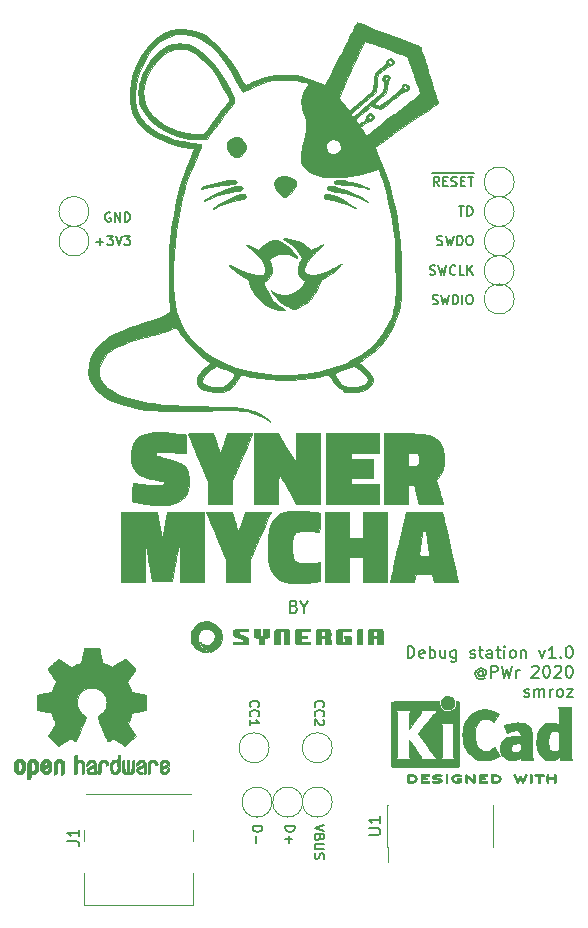
<source format=gbr>
G04 #@! TF.GenerationSoftware,KiCad,Pcbnew,5.1.7-a382d34a8~87~ubuntu18.04.1*
G04 #@! TF.CreationDate,2020-11-02T16:56:13+01:00*
G04 #@! TF.ProjectId,debug_station,64656275-675f-4737-9461-74696f6e2e6b,rev?*
G04 #@! TF.SameCoordinates,Original*
G04 #@! TF.FileFunction,Legend,Top*
G04 #@! TF.FilePolarity,Positive*
%FSLAX46Y46*%
G04 Gerber Fmt 4.6, Leading zero omitted, Abs format (unit mm)*
G04 Created by KiCad (PCBNEW 5.1.7-a382d34a8~87~ubuntu18.04.1) date 2020-11-02 16:56:13*
%MOMM*%
%LPD*%
G01*
G04 APERTURE LIST*
%ADD10C,0.150000*%
%ADD11C,0.120000*%
%ADD12C,0.010000*%
G04 APERTURE END LIST*
D10*
X47259642Y-179802380D02*
X47259642Y-178802380D01*
X47497738Y-178802380D01*
X47640595Y-178850000D01*
X47735833Y-178945238D01*
X47783452Y-179040476D01*
X47831071Y-179230952D01*
X47831071Y-179373809D01*
X47783452Y-179564285D01*
X47735833Y-179659523D01*
X47640595Y-179754761D01*
X47497738Y-179802380D01*
X47259642Y-179802380D01*
X48640595Y-179754761D02*
X48545357Y-179802380D01*
X48354880Y-179802380D01*
X48259642Y-179754761D01*
X48212023Y-179659523D01*
X48212023Y-179278571D01*
X48259642Y-179183333D01*
X48354880Y-179135714D01*
X48545357Y-179135714D01*
X48640595Y-179183333D01*
X48688214Y-179278571D01*
X48688214Y-179373809D01*
X48212023Y-179469047D01*
X49116785Y-179802380D02*
X49116785Y-178802380D01*
X49116785Y-179183333D02*
X49212023Y-179135714D01*
X49402500Y-179135714D01*
X49497738Y-179183333D01*
X49545357Y-179230952D01*
X49592976Y-179326190D01*
X49592976Y-179611904D01*
X49545357Y-179707142D01*
X49497738Y-179754761D01*
X49402500Y-179802380D01*
X49212023Y-179802380D01*
X49116785Y-179754761D01*
X50450119Y-179135714D02*
X50450119Y-179802380D01*
X50021547Y-179135714D02*
X50021547Y-179659523D01*
X50069166Y-179754761D01*
X50164404Y-179802380D01*
X50307261Y-179802380D01*
X50402500Y-179754761D01*
X50450119Y-179707142D01*
X51354880Y-179135714D02*
X51354880Y-179945238D01*
X51307261Y-180040476D01*
X51259642Y-180088095D01*
X51164404Y-180135714D01*
X51021547Y-180135714D01*
X50926309Y-180088095D01*
X51354880Y-179754761D02*
X51259642Y-179802380D01*
X51069166Y-179802380D01*
X50973928Y-179754761D01*
X50926309Y-179707142D01*
X50878690Y-179611904D01*
X50878690Y-179326190D01*
X50926309Y-179230952D01*
X50973928Y-179183333D01*
X51069166Y-179135714D01*
X51259642Y-179135714D01*
X51354880Y-179183333D01*
X52545357Y-179754761D02*
X52640595Y-179802380D01*
X52831071Y-179802380D01*
X52926309Y-179754761D01*
X52973928Y-179659523D01*
X52973928Y-179611904D01*
X52926309Y-179516666D01*
X52831071Y-179469047D01*
X52688214Y-179469047D01*
X52592976Y-179421428D01*
X52545357Y-179326190D01*
X52545357Y-179278571D01*
X52592976Y-179183333D01*
X52688214Y-179135714D01*
X52831071Y-179135714D01*
X52926309Y-179183333D01*
X53259642Y-179135714D02*
X53640595Y-179135714D01*
X53402500Y-178802380D02*
X53402500Y-179659523D01*
X53450119Y-179754761D01*
X53545357Y-179802380D01*
X53640595Y-179802380D01*
X54402500Y-179802380D02*
X54402500Y-179278571D01*
X54354880Y-179183333D01*
X54259642Y-179135714D01*
X54069166Y-179135714D01*
X53973928Y-179183333D01*
X54402500Y-179754761D02*
X54307261Y-179802380D01*
X54069166Y-179802380D01*
X53973928Y-179754761D01*
X53926309Y-179659523D01*
X53926309Y-179564285D01*
X53973928Y-179469047D01*
X54069166Y-179421428D01*
X54307261Y-179421428D01*
X54402500Y-179373809D01*
X54735833Y-179135714D02*
X55116785Y-179135714D01*
X54878690Y-178802380D02*
X54878690Y-179659523D01*
X54926309Y-179754761D01*
X55021547Y-179802380D01*
X55116785Y-179802380D01*
X55450119Y-179802380D02*
X55450119Y-179135714D01*
X55450119Y-178802380D02*
X55402500Y-178850000D01*
X55450119Y-178897619D01*
X55497738Y-178850000D01*
X55450119Y-178802380D01*
X55450119Y-178897619D01*
X56069166Y-179802380D02*
X55973928Y-179754761D01*
X55926309Y-179707142D01*
X55878690Y-179611904D01*
X55878690Y-179326190D01*
X55926309Y-179230952D01*
X55973928Y-179183333D01*
X56069166Y-179135714D01*
X56212023Y-179135714D01*
X56307261Y-179183333D01*
X56354880Y-179230952D01*
X56402500Y-179326190D01*
X56402500Y-179611904D01*
X56354880Y-179707142D01*
X56307261Y-179754761D01*
X56212023Y-179802380D01*
X56069166Y-179802380D01*
X56831071Y-179135714D02*
X56831071Y-179802380D01*
X56831071Y-179230952D02*
X56878690Y-179183333D01*
X56973928Y-179135714D01*
X57116785Y-179135714D01*
X57212023Y-179183333D01*
X57259642Y-179278571D01*
X57259642Y-179802380D01*
X58402500Y-179135714D02*
X58640595Y-179802380D01*
X58878690Y-179135714D01*
X59783452Y-179802380D02*
X59212023Y-179802380D01*
X59497738Y-179802380D02*
X59497738Y-178802380D01*
X59402500Y-178945238D01*
X59307261Y-179040476D01*
X59212023Y-179088095D01*
X60212023Y-179707142D02*
X60259642Y-179754761D01*
X60212023Y-179802380D01*
X60164404Y-179754761D01*
X60212023Y-179707142D01*
X60212023Y-179802380D01*
X60878690Y-178802380D02*
X60973928Y-178802380D01*
X61069166Y-178850000D01*
X61116785Y-178897619D01*
X61164404Y-178992857D01*
X61212023Y-179183333D01*
X61212023Y-179421428D01*
X61164404Y-179611904D01*
X61116785Y-179707142D01*
X61069166Y-179754761D01*
X60973928Y-179802380D01*
X60878690Y-179802380D01*
X60783452Y-179754761D01*
X60735833Y-179707142D01*
X60688214Y-179611904D01*
X60640595Y-179421428D01*
X60640595Y-179183333D01*
X60688214Y-178992857D01*
X60735833Y-178897619D01*
X60783452Y-178850000D01*
X60878690Y-178802380D01*
X53640595Y-180976190D02*
X53592976Y-180928571D01*
X53497738Y-180880952D01*
X53402500Y-180880952D01*
X53307261Y-180928571D01*
X53259642Y-180976190D01*
X53212023Y-181071428D01*
X53212023Y-181166666D01*
X53259642Y-181261904D01*
X53307261Y-181309523D01*
X53402500Y-181357142D01*
X53497738Y-181357142D01*
X53592976Y-181309523D01*
X53640595Y-181261904D01*
X53640595Y-180880952D02*
X53640595Y-181261904D01*
X53688214Y-181309523D01*
X53735833Y-181309523D01*
X53831071Y-181261904D01*
X53878690Y-181166666D01*
X53878690Y-180928571D01*
X53783452Y-180785714D01*
X53640595Y-180690476D01*
X53450119Y-180642857D01*
X53259642Y-180690476D01*
X53116785Y-180785714D01*
X53021547Y-180928571D01*
X52973928Y-181119047D01*
X53021547Y-181309523D01*
X53116785Y-181452380D01*
X53259642Y-181547619D01*
X53450119Y-181595238D01*
X53640595Y-181547619D01*
X53783452Y-181452380D01*
X54307261Y-181452380D02*
X54307261Y-180452380D01*
X54688214Y-180452380D01*
X54783452Y-180500000D01*
X54831071Y-180547619D01*
X54878690Y-180642857D01*
X54878690Y-180785714D01*
X54831071Y-180880952D01*
X54783452Y-180928571D01*
X54688214Y-180976190D01*
X54307261Y-180976190D01*
X55212023Y-180452380D02*
X55450119Y-181452380D01*
X55640595Y-180738095D01*
X55831071Y-181452380D01*
X56069166Y-180452380D01*
X56450119Y-181452380D02*
X56450119Y-180785714D01*
X56450119Y-180976190D02*
X56497738Y-180880952D01*
X56545357Y-180833333D01*
X56640595Y-180785714D01*
X56735833Y-180785714D01*
X57783452Y-180547619D02*
X57831071Y-180500000D01*
X57926309Y-180452380D01*
X58164404Y-180452380D01*
X58259642Y-180500000D01*
X58307261Y-180547619D01*
X58354880Y-180642857D01*
X58354880Y-180738095D01*
X58307261Y-180880952D01*
X57735833Y-181452380D01*
X58354880Y-181452380D01*
X58973928Y-180452380D02*
X59069166Y-180452380D01*
X59164404Y-180500000D01*
X59212023Y-180547619D01*
X59259642Y-180642857D01*
X59307261Y-180833333D01*
X59307261Y-181071428D01*
X59259642Y-181261904D01*
X59212023Y-181357142D01*
X59164404Y-181404761D01*
X59069166Y-181452380D01*
X58973928Y-181452380D01*
X58878690Y-181404761D01*
X58831071Y-181357142D01*
X58783452Y-181261904D01*
X58735833Y-181071428D01*
X58735833Y-180833333D01*
X58783452Y-180642857D01*
X58831071Y-180547619D01*
X58878690Y-180500000D01*
X58973928Y-180452380D01*
X59688214Y-180547619D02*
X59735833Y-180500000D01*
X59831071Y-180452380D01*
X60069166Y-180452380D01*
X60164404Y-180500000D01*
X60212023Y-180547619D01*
X60259642Y-180642857D01*
X60259642Y-180738095D01*
X60212023Y-180880952D01*
X59640595Y-181452380D01*
X60259642Y-181452380D01*
X60878690Y-180452380D02*
X60973928Y-180452380D01*
X61069166Y-180500000D01*
X61116785Y-180547619D01*
X61164404Y-180642857D01*
X61212023Y-180833333D01*
X61212023Y-181071428D01*
X61164404Y-181261904D01*
X61116785Y-181357142D01*
X61069166Y-181404761D01*
X60973928Y-181452380D01*
X60878690Y-181452380D01*
X60783452Y-181404761D01*
X60735833Y-181357142D01*
X60688214Y-181261904D01*
X60640595Y-181071428D01*
X60640595Y-180833333D01*
X60688214Y-180642857D01*
X60735833Y-180547619D01*
X60783452Y-180500000D01*
X60878690Y-180452380D01*
X57116785Y-183054761D02*
X57212023Y-183102380D01*
X57402500Y-183102380D01*
X57497738Y-183054761D01*
X57545357Y-182959523D01*
X57545357Y-182911904D01*
X57497738Y-182816666D01*
X57402500Y-182769047D01*
X57259642Y-182769047D01*
X57164404Y-182721428D01*
X57116785Y-182626190D01*
X57116785Y-182578571D01*
X57164404Y-182483333D01*
X57259642Y-182435714D01*
X57402500Y-182435714D01*
X57497738Y-182483333D01*
X57973928Y-183102380D02*
X57973928Y-182435714D01*
X57973928Y-182530952D02*
X58021547Y-182483333D01*
X58116785Y-182435714D01*
X58259642Y-182435714D01*
X58354880Y-182483333D01*
X58402500Y-182578571D01*
X58402500Y-183102380D01*
X58402500Y-182578571D02*
X58450119Y-182483333D01*
X58545357Y-182435714D01*
X58688214Y-182435714D01*
X58783452Y-182483333D01*
X58831071Y-182578571D01*
X58831071Y-183102380D01*
X59307261Y-183102380D02*
X59307261Y-182435714D01*
X59307261Y-182626190D02*
X59354880Y-182530952D01*
X59402500Y-182483333D01*
X59497738Y-182435714D01*
X59592976Y-182435714D01*
X60069166Y-183102380D02*
X59973928Y-183054761D01*
X59926309Y-183007142D01*
X59878690Y-182911904D01*
X59878690Y-182626190D01*
X59926309Y-182530952D01*
X59973928Y-182483333D01*
X60069166Y-182435714D01*
X60212023Y-182435714D01*
X60307261Y-182483333D01*
X60354880Y-182530952D01*
X60402500Y-182626190D01*
X60402500Y-182911904D01*
X60354880Y-183007142D01*
X60307261Y-183054761D01*
X60212023Y-183102380D01*
X60069166Y-183102380D01*
X60735833Y-182435714D02*
X61259642Y-182435714D01*
X60735833Y-183102380D01*
X61259642Y-183102380D01*
X37642857Y-175428571D02*
X37785714Y-175476190D01*
X37833333Y-175523809D01*
X37880952Y-175619047D01*
X37880952Y-175761904D01*
X37833333Y-175857142D01*
X37785714Y-175904761D01*
X37690476Y-175952380D01*
X37309523Y-175952380D01*
X37309523Y-174952380D01*
X37642857Y-174952380D01*
X37738095Y-175000000D01*
X37785714Y-175047619D01*
X37833333Y-175142857D01*
X37833333Y-175238095D01*
X37785714Y-175333333D01*
X37738095Y-175380952D01*
X37642857Y-175428571D01*
X37309523Y-175428571D01*
X38500000Y-175476190D02*
X38500000Y-175952380D01*
X38166666Y-174952380D02*
X38500000Y-175476190D01*
X38833333Y-174952380D01*
X34138095Y-194037976D02*
X34938095Y-194037976D01*
X34938095Y-194228452D01*
X34900000Y-194342738D01*
X34823809Y-194418928D01*
X34747619Y-194457023D01*
X34595238Y-194495119D01*
X34480952Y-194495119D01*
X34328571Y-194457023D01*
X34252380Y-194418928D01*
X34176190Y-194342738D01*
X34138095Y-194228452D01*
X34138095Y-194037976D01*
X34442857Y-194837976D02*
X34442857Y-195447500D01*
X36888095Y-194037976D02*
X37688095Y-194037976D01*
X37688095Y-194228452D01*
X37650000Y-194342738D01*
X37573809Y-194418928D01*
X37497619Y-194457023D01*
X37345238Y-194495119D01*
X37230952Y-194495119D01*
X37078571Y-194457023D01*
X37002380Y-194418928D01*
X36926190Y-194342738D01*
X36888095Y-194228452D01*
X36888095Y-194037976D01*
X37192857Y-194837976D02*
X37192857Y-195447500D01*
X36888095Y-195142738D02*
X37497619Y-195142738D01*
X20892976Y-144557142D02*
X21502500Y-144557142D01*
X21197738Y-144861904D02*
X21197738Y-144252380D01*
X21807261Y-144061904D02*
X22302500Y-144061904D01*
X22035833Y-144366666D01*
X22150119Y-144366666D01*
X22226309Y-144404761D01*
X22264404Y-144442857D01*
X22302500Y-144519047D01*
X22302500Y-144709523D01*
X22264404Y-144785714D01*
X22226309Y-144823809D01*
X22150119Y-144861904D01*
X21921547Y-144861904D01*
X21845357Y-144823809D01*
X21807261Y-144785714D01*
X22531071Y-144061904D02*
X22797738Y-144861904D01*
X23064404Y-144061904D01*
X23254880Y-144061904D02*
X23750119Y-144061904D01*
X23483452Y-144366666D01*
X23597738Y-144366666D01*
X23673928Y-144404761D01*
X23712023Y-144442857D01*
X23750119Y-144519047D01*
X23750119Y-144709523D01*
X23712023Y-144785714D01*
X23673928Y-144823809D01*
X23597738Y-144861904D01*
X23369166Y-144861904D01*
X23292976Y-144823809D01*
X23254880Y-144785714D01*
X22073928Y-142100000D02*
X21997738Y-142061904D01*
X21883452Y-142061904D01*
X21769166Y-142100000D01*
X21692976Y-142176190D01*
X21654880Y-142252380D01*
X21616785Y-142404761D01*
X21616785Y-142519047D01*
X21654880Y-142671428D01*
X21692976Y-142747619D01*
X21769166Y-142823809D01*
X21883452Y-142861904D01*
X21959642Y-142861904D01*
X22073928Y-142823809D01*
X22112023Y-142785714D01*
X22112023Y-142519047D01*
X21959642Y-142519047D01*
X22454880Y-142861904D02*
X22454880Y-142061904D01*
X22912023Y-142861904D01*
X22912023Y-142061904D01*
X23292976Y-142861904D02*
X23292976Y-142061904D01*
X23483452Y-142061904D01*
X23597738Y-142100000D01*
X23673928Y-142176190D01*
X23712023Y-142252380D01*
X23750119Y-142404761D01*
X23750119Y-142519047D01*
X23712023Y-142671428D01*
X23673928Y-142747619D01*
X23597738Y-142823809D01*
X23483452Y-142861904D01*
X23292976Y-142861904D01*
X33952380Y-183938214D02*
X33914285Y-183900119D01*
X33876190Y-183785833D01*
X33876190Y-183709642D01*
X33914285Y-183595357D01*
X33990475Y-183519166D01*
X34066666Y-183481071D01*
X34219047Y-183442976D01*
X34333333Y-183442976D01*
X34485714Y-183481071D01*
X34561904Y-183519166D01*
X34638095Y-183595357D01*
X34676190Y-183709642D01*
X34676190Y-183785833D01*
X34638095Y-183900119D01*
X34599999Y-183938214D01*
X33952380Y-184738214D02*
X33914285Y-184700119D01*
X33876190Y-184585833D01*
X33876190Y-184509642D01*
X33914285Y-184395357D01*
X33990475Y-184319166D01*
X34066666Y-184281071D01*
X34219047Y-184242976D01*
X34333333Y-184242976D01*
X34485714Y-184281071D01*
X34561904Y-184319166D01*
X34638095Y-184395357D01*
X34676190Y-184509642D01*
X34676190Y-184585833D01*
X34638095Y-184700119D01*
X34599999Y-184738214D01*
X33876190Y-185500119D02*
X33876190Y-185042976D01*
X33876190Y-185271547D02*
X34676190Y-185271547D01*
X34561904Y-185195357D01*
X34485714Y-185119166D01*
X34447618Y-185042976D01*
X39452380Y-183938214D02*
X39414285Y-183900119D01*
X39376190Y-183785833D01*
X39376190Y-183709642D01*
X39414285Y-183595357D01*
X39490475Y-183519166D01*
X39566666Y-183481071D01*
X39719047Y-183442976D01*
X39833333Y-183442976D01*
X39985714Y-183481071D01*
X40061904Y-183519166D01*
X40138095Y-183595357D01*
X40176190Y-183709642D01*
X40176190Y-183785833D01*
X40138095Y-183900119D01*
X40099999Y-183938214D01*
X39452380Y-184738214D02*
X39414285Y-184700119D01*
X39376190Y-184585833D01*
X39376190Y-184509642D01*
X39414285Y-184395357D01*
X39490475Y-184319166D01*
X39566666Y-184281071D01*
X39719047Y-184242976D01*
X39833333Y-184242976D01*
X39985714Y-184281071D01*
X40061904Y-184319166D01*
X40138095Y-184395357D01*
X40176190Y-184509642D01*
X40176190Y-184585833D01*
X40138095Y-184700119D01*
X40099999Y-184738214D01*
X40099999Y-185042976D02*
X40138095Y-185081071D01*
X40176190Y-185157261D01*
X40176190Y-185347738D01*
X40138095Y-185423928D01*
X40099999Y-185462023D01*
X40023809Y-185500119D01*
X39947618Y-185500119D01*
X39833333Y-185462023D01*
X39376190Y-185004880D01*
X39376190Y-185500119D01*
X49283452Y-138729000D02*
X50083452Y-138729000D01*
X49931071Y-139861904D02*
X49664404Y-139480952D01*
X49473928Y-139861904D02*
X49473928Y-139061904D01*
X49778690Y-139061904D01*
X49854880Y-139100000D01*
X49892976Y-139138095D01*
X49931071Y-139214285D01*
X49931071Y-139328571D01*
X49892976Y-139404761D01*
X49854880Y-139442857D01*
X49778690Y-139480952D01*
X49473928Y-139480952D01*
X50083452Y-138729000D02*
X50807261Y-138729000D01*
X50273928Y-139442857D02*
X50540595Y-139442857D01*
X50654880Y-139861904D02*
X50273928Y-139861904D01*
X50273928Y-139061904D01*
X50654880Y-139061904D01*
X50807261Y-138729000D02*
X51569166Y-138729000D01*
X50959642Y-139823809D02*
X51073928Y-139861904D01*
X51264404Y-139861904D01*
X51340595Y-139823809D01*
X51378690Y-139785714D01*
X51416785Y-139709523D01*
X51416785Y-139633333D01*
X51378690Y-139557142D01*
X51340595Y-139519047D01*
X51264404Y-139480952D01*
X51112023Y-139442857D01*
X51035833Y-139404761D01*
X50997738Y-139366666D01*
X50959642Y-139290476D01*
X50959642Y-139214285D01*
X50997738Y-139138095D01*
X51035833Y-139100000D01*
X51112023Y-139061904D01*
X51302500Y-139061904D01*
X51416785Y-139100000D01*
X51569166Y-138729000D02*
X52292976Y-138729000D01*
X51759642Y-139442857D02*
X52026309Y-139442857D01*
X52140595Y-139861904D02*
X51759642Y-139861904D01*
X51759642Y-139061904D01*
X52140595Y-139061904D01*
X52292976Y-138729000D02*
X52902500Y-138729000D01*
X52369166Y-139061904D02*
X52826309Y-139061904D01*
X52597738Y-139861904D02*
X52597738Y-139061904D01*
X51569166Y-141561904D02*
X52026309Y-141561904D01*
X51797738Y-142361904D02*
X51797738Y-141561904D01*
X52292976Y-142361904D02*
X52292976Y-141561904D01*
X52483452Y-141561904D01*
X52597738Y-141600000D01*
X52673928Y-141676190D01*
X52712023Y-141752380D01*
X52750119Y-141904761D01*
X52750119Y-142019047D01*
X52712023Y-142171428D01*
X52673928Y-142247619D01*
X52597738Y-142323809D01*
X52483452Y-142361904D01*
X52292976Y-142361904D01*
X49740595Y-144823809D02*
X49854880Y-144861904D01*
X50045357Y-144861904D01*
X50121547Y-144823809D01*
X50159642Y-144785714D01*
X50197738Y-144709523D01*
X50197738Y-144633333D01*
X50159642Y-144557142D01*
X50121547Y-144519047D01*
X50045357Y-144480952D01*
X49892976Y-144442857D01*
X49816785Y-144404761D01*
X49778690Y-144366666D01*
X49740595Y-144290476D01*
X49740595Y-144214285D01*
X49778690Y-144138095D01*
X49816785Y-144100000D01*
X49892976Y-144061904D01*
X50083452Y-144061904D01*
X50197738Y-144100000D01*
X50464404Y-144061904D02*
X50654880Y-144861904D01*
X50807261Y-144290476D01*
X50959642Y-144861904D01*
X51150119Y-144061904D01*
X51454880Y-144861904D02*
X51454880Y-144061904D01*
X51645357Y-144061904D01*
X51759642Y-144100000D01*
X51835833Y-144176190D01*
X51873928Y-144252380D01*
X51912023Y-144404761D01*
X51912023Y-144519047D01*
X51873928Y-144671428D01*
X51835833Y-144747619D01*
X51759642Y-144823809D01*
X51645357Y-144861904D01*
X51454880Y-144861904D01*
X52407261Y-144061904D02*
X52559642Y-144061904D01*
X52635833Y-144100000D01*
X52712023Y-144176190D01*
X52750119Y-144328571D01*
X52750119Y-144595238D01*
X52712023Y-144747619D01*
X52635833Y-144823809D01*
X52559642Y-144861904D01*
X52407261Y-144861904D01*
X52331071Y-144823809D01*
X52254880Y-144747619D01*
X52216785Y-144595238D01*
X52216785Y-144328571D01*
X52254880Y-144176190D01*
X52331071Y-144100000D01*
X52407261Y-144061904D01*
X49131071Y-147323809D02*
X49245357Y-147361904D01*
X49435833Y-147361904D01*
X49512023Y-147323809D01*
X49550119Y-147285714D01*
X49588214Y-147209523D01*
X49588214Y-147133333D01*
X49550119Y-147057142D01*
X49512023Y-147019047D01*
X49435833Y-146980952D01*
X49283452Y-146942857D01*
X49207261Y-146904761D01*
X49169166Y-146866666D01*
X49131071Y-146790476D01*
X49131071Y-146714285D01*
X49169166Y-146638095D01*
X49207261Y-146600000D01*
X49283452Y-146561904D01*
X49473928Y-146561904D01*
X49588214Y-146600000D01*
X49854880Y-146561904D02*
X50045357Y-147361904D01*
X50197738Y-146790476D01*
X50350119Y-147361904D01*
X50540595Y-146561904D01*
X51302500Y-147285714D02*
X51264404Y-147323809D01*
X51150119Y-147361904D01*
X51073928Y-147361904D01*
X50959642Y-147323809D01*
X50883452Y-147247619D01*
X50845357Y-147171428D01*
X50807261Y-147019047D01*
X50807261Y-146904761D01*
X50845357Y-146752380D01*
X50883452Y-146676190D01*
X50959642Y-146600000D01*
X51073928Y-146561904D01*
X51150119Y-146561904D01*
X51264404Y-146600000D01*
X51302500Y-146638095D01*
X52026309Y-147361904D02*
X51645357Y-147361904D01*
X51645357Y-146561904D01*
X52292976Y-147361904D02*
X52292976Y-146561904D01*
X52750119Y-147361904D02*
X52407261Y-146904761D01*
X52750119Y-146561904D02*
X52292976Y-147019047D01*
X49359642Y-149823809D02*
X49473928Y-149861904D01*
X49664404Y-149861904D01*
X49740595Y-149823809D01*
X49778690Y-149785714D01*
X49816785Y-149709523D01*
X49816785Y-149633333D01*
X49778690Y-149557142D01*
X49740595Y-149519047D01*
X49664404Y-149480952D01*
X49512023Y-149442857D01*
X49435833Y-149404761D01*
X49397738Y-149366666D01*
X49359642Y-149290476D01*
X49359642Y-149214285D01*
X49397738Y-149138095D01*
X49435833Y-149100000D01*
X49512023Y-149061904D01*
X49702500Y-149061904D01*
X49816785Y-149100000D01*
X50083452Y-149061904D02*
X50273928Y-149861904D01*
X50426309Y-149290476D01*
X50578690Y-149861904D01*
X50769166Y-149061904D01*
X51073928Y-149861904D02*
X51073928Y-149061904D01*
X51264404Y-149061904D01*
X51378690Y-149100000D01*
X51454880Y-149176190D01*
X51492976Y-149252380D01*
X51531071Y-149404761D01*
X51531071Y-149519047D01*
X51492976Y-149671428D01*
X51454880Y-149747619D01*
X51378690Y-149823809D01*
X51264404Y-149861904D01*
X51073928Y-149861904D01*
X51873928Y-149861904D02*
X51873928Y-149061904D01*
X52407261Y-149061904D02*
X52559642Y-149061904D01*
X52635833Y-149100000D01*
X52712023Y-149176190D01*
X52750119Y-149328571D01*
X52750119Y-149595238D01*
X52712023Y-149747619D01*
X52635833Y-149823809D01*
X52559642Y-149861904D01*
X52407261Y-149861904D01*
X52331071Y-149823809D01*
X52254880Y-149747619D01*
X52216785Y-149595238D01*
X52216785Y-149328571D01*
X52254880Y-149176190D01*
X52331071Y-149100000D01*
X52407261Y-149061904D01*
X40173809Y-193923690D02*
X39373809Y-194190357D01*
X40173809Y-194457023D01*
X39792856Y-194990357D02*
X39754761Y-195104642D01*
X39716666Y-195142738D01*
X39640475Y-195180833D01*
X39526190Y-195180833D01*
X39449999Y-195142738D01*
X39411904Y-195104642D01*
X39373809Y-195028452D01*
X39373809Y-194723690D01*
X40173809Y-194723690D01*
X40173809Y-194990357D01*
X40135714Y-195066547D01*
X40097618Y-195104642D01*
X40021428Y-195142738D01*
X39945237Y-195142738D01*
X39869047Y-195104642D01*
X39830952Y-195066547D01*
X39792856Y-194990357D01*
X39792856Y-194723690D01*
X40173809Y-195523690D02*
X39526190Y-195523690D01*
X39449999Y-195561785D01*
X39411904Y-195599880D01*
X39373809Y-195676071D01*
X39373809Y-195828452D01*
X39411904Y-195904642D01*
X39449999Y-195942738D01*
X39526190Y-195980833D01*
X40173809Y-195980833D01*
X39411904Y-196323690D02*
X39373809Y-196437976D01*
X39373809Y-196628452D01*
X39411904Y-196704642D01*
X39449999Y-196742738D01*
X39526190Y-196780833D01*
X39602380Y-196780833D01*
X39678571Y-196742738D01*
X39716666Y-196704642D01*
X39754761Y-196628452D01*
X39792856Y-196476071D01*
X39830952Y-196399880D01*
X39869047Y-196361785D01*
X39945237Y-196323690D01*
X40021428Y-196323690D01*
X40097618Y-196361785D01*
X40135714Y-196399880D01*
X40173809Y-196476071D01*
X40173809Y-196666547D01*
X40135714Y-196780833D01*
D11*
X35770000Y-192000000D02*
G75*
G03*
X35770000Y-192000000I-1270000J0D01*
G01*
X38370000Y-192000000D02*
G75*
G03*
X38370000Y-192000000I-1270000J0D01*
G01*
X56270000Y-139500000D02*
G75*
G03*
X56270000Y-139500000I-1270000J0D01*
G01*
X40870000Y-187400000D02*
G75*
G03*
X40870000Y-187400000I-1270000J0D01*
G01*
X35520000Y-187400000D02*
G75*
G03*
X35520000Y-187400000I-1270000J0D01*
G01*
X40870000Y-192000000D02*
G75*
G03*
X40870000Y-192000000I-1270000J0D01*
G01*
X20270000Y-142000000D02*
G75*
G03*
X20270000Y-142000000I-1270000J0D01*
G01*
X20270000Y-144500000D02*
G75*
G03*
X20270000Y-144500000I-1270000J0D01*
G01*
X56270000Y-142000000D02*
G75*
G03*
X56270000Y-142000000I-1270000J0D01*
G01*
X56270000Y-144500000D02*
G75*
G03*
X56270000Y-144500000I-1270000J0D01*
G01*
X56270000Y-149400000D02*
G75*
G03*
X56270000Y-149400000I-1270000J0D01*
G01*
X56270000Y-147000000D02*
G75*
G03*
X56270000Y-147000000I-1270000J0D01*
G01*
D12*
G36*
X47544257Y-183473689D02*
G01*
X47808780Y-183473725D01*
X47931912Y-183473730D01*
X49902811Y-183473730D01*
X49902811Y-183589910D01*
X49915211Y-183731291D01*
X49952636Y-183861684D01*
X50015423Y-183981862D01*
X50103906Y-184092602D01*
X50133843Y-184122511D01*
X50241534Y-184207348D01*
X50360275Y-184269221D01*
X50486540Y-184308159D01*
X50616803Y-184324190D01*
X50747535Y-184317342D01*
X50875212Y-184287643D01*
X50996305Y-184235120D01*
X51107288Y-184159803D01*
X51157132Y-184114363D01*
X51250017Y-184002952D01*
X51318127Y-183880435D01*
X51360871Y-183748215D01*
X51377653Y-183607692D01*
X51377876Y-183593867D01*
X51378756Y-183473734D01*
X51431557Y-183473732D01*
X51478396Y-183480089D01*
X51521183Y-183495556D01*
X51524011Y-183497154D01*
X51533675Y-183502168D01*
X51542549Y-183506073D01*
X51550665Y-183510007D01*
X51558057Y-183515106D01*
X51564755Y-183522508D01*
X51570792Y-183533351D01*
X51576199Y-183548772D01*
X51581010Y-183569909D01*
X51585255Y-183597899D01*
X51588968Y-183633879D01*
X51592179Y-183678987D01*
X51594922Y-183734360D01*
X51597228Y-183801137D01*
X51599129Y-183880453D01*
X51600658Y-183973447D01*
X51601846Y-184081257D01*
X51602726Y-184205019D01*
X51603330Y-184345871D01*
X51603689Y-184504950D01*
X51603835Y-184683395D01*
X51603802Y-184882342D01*
X51603620Y-185102929D01*
X51603323Y-185346293D01*
X51602941Y-185613572D01*
X51602508Y-185905903D01*
X51602055Y-186224424D01*
X51602002Y-186263230D01*
X51601596Y-186583782D01*
X51601251Y-186878012D01*
X51600931Y-187147056D01*
X51600600Y-187392052D01*
X51600221Y-187614137D01*
X51599757Y-187814447D01*
X51599172Y-187994119D01*
X51598430Y-188154290D01*
X51597494Y-188296098D01*
X51596327Y-188420679D01*
X51594893Y-188529170D01*
X51593156Y-188622707D01*
X51591078Y-188702429D01*
X51588624Y-188769472D01*
X51585756Y-188824973D01*
X51582439Y-188870068D01*
X51578636Y-188905895D01*
X51574310Y-188933591D01*
X51569425Y-188954293D01*
X51563945Y-188969137D01*
X51557832Y-188979260D01*
X51551050Y-188985800D01*
X51543563Y-188989893D01*
X51535334Y-188992676D01*
X51526327Y-188995287D01*
X51516505Y-188998862D01*
X51514106Y-188999950D01*
X51506565Y-189002396D01*
X51493944Y-189004642D01*
X51475141Y-189006698D01*
X51449053Y-189008572D01*
X51414578Y-189010271D01*
X51370615Y-189011803D01*
X51316061Y-189013177D01*
X51249815Y-189014400D01*
X51170774Y-189015481D01*
X51077837Y-189016427D01*
X50969901Y-189017247D01*
X50845864Y-189017947D01*
X50704624Y-189018538D01*
X50545079Y-189019025D01*
X50366128Y-189019419D01*
X50166668Y-189019725D01*
X49945596Y-189019953D01*
X49701812Y-189020110D01*
X49434213Y-189020205D01*
X49141697Y-189020245D01*
X48823161Y-189020238D01*
X48719979Y-189020228D01*
X48394377Y-189020176D01*
X48095119Y-189020091D01*
X47821091Y-189019963D01*
X47571176Y-189019785D01*
X47344260Y-189019548D01*
X47139227Y-189019242D01*
X46954962Y-189018860D01*
X46790350Y-189018392D01*
X46644275Y-189017830D01*
X46515624Y-189017165D01*
X46403279Y-189016388D01*
X46306126Y-189015491D01*
X46223050Y-189014465D01*
X46152936Y-189013301D01*
X46094668Y-189011991D01*
X46047131Y-189010525D01*
X46009210Y-189008896D01*
X45979790Y-189007093D01*
X45957755Y-189005110D01*
X45941990Y-189002936D01*
X45931380Y-189000563D01*
X45925596Y-188998391D01*
X45915316Y-188994056D01*
X45905878Y-188990859D01*
X45897245Y-188987665D01*
X45889381Y-188983338D01*
X45882252Y-188976744D01*
X45875821Y-188966747D01*
X45870053Y-188952212D01*
X45864911Y-188932003D01*
X45860360Y-188904985D01*
X45856365Y-188870023D01*
X45852889Y-188825981D01*
X45849898Y-188771724D01*
X45847354Y-188706117D01*
X45845223Y-188628024D01*
X45843468Y-188536310D01*
X45842055Y-188429840D01*
X45841685Y-188388973D01*
X46208116Y-188388973D01*
X47503266Y-188388973D01*
X47478345Y-188351217D01*
X47453553Y-188312417D01*
X47432560Y-188275469D01*
X47415065Y-188237788D01*
X47400770Y-188196788D01*
X47389377Y-188149883D01*
X47380587Y-188094487D01*
X47374102Y-188028016D01*
X47369623Y-187947883D01*
X47366850Y-187851502D01*
X47365487Y-187736289D01*
X47365233Y-187599657D01*
X47365791Y-187439020D01*
X47366107Y-187379382D01*
X47369675Y-186740041D01*
X47774702Y-187291449D01*
X47889446Y-187447876D01*
X47988857Y-187584088D01*
X48074010Y-187701890D01*
X48145978Y-187803084D01*
X48205834Y-187889477D01*
X48254652Y-187962874D01*
X48293505Y-188025077D01*
X48323466Y-188077893D01*
X48345609Y-188123125D01*
X48361007Y-188162578D01*
X48370734Y-188198058D01*
X48375863Y-188231368D01*
X48377468Y-188264313D01*
X48376621Y-188298697D01*
X48376405Y-188303019D01*
X48371946Y-188389031D01*
X49791308Y-188388973D01*
X49685735Y-188282522D01*
X49657087Y-188253406D01*
X49629910Y-188225076D01*
X49603011Y-188195968D01*
X49575197Y-188164520D01*
X49545275Y-188129169D01*
X49512054Y-188088354D01*
X49474339Y-188040511D01*
X49430940Y-187984079D01*
X49380662Y-187917494D01*
X49322312Y-187839195D01*
X49254700Y-187747619D01*
X49176631Y-187641204D01*
X49086912Y-187518387D01*
X48984352Y-187377605D01*
X48867758Y-187217297D01*
X48772191Y-187085798D01*
X48652251Y-186920596D01*
X48547620Y-186776152D01*
X48457352Y-186651094D01*
X48380497Y-186544052D01*
X48316109Y-186453654D01*
X48263239Y-186378529D01*
X48220940Y-186317304D01*
X48188264Y-186268610D01*
X48164262Y-186231074D01*
X48147987Y-186203325D01*
X48138492Y-186183992D01*
X48134827Y-186171703D01*
X48135929Y-186165242D01*
X48149276Y-186148048D01*
X48178134Y-186111655D01*
X48220760Y-186058224D01*
X48275415Y-185989919D01*
X48340356Y-185908903D01*
X48413842Y-185817340D01*
X48494132Y-185717392D01*
X48579485Y-185611224D01*
X48668160Y-185500997D01*
X48758414Y-185388876D01*
X48808056Y-185327244D01*
X50040627Y-185327244D01*
X50091854Y-185419919D01*
X50143081Y-185512595D01*
X50143081Y-188203622D01*
X50091854Y-188296298D01*
X50040627Y-188388973D01*
X50646604Y-188388973D01*
X50791266Y-188388931D01*
X50910756Y-188388741D01*
X51007358Y-188388308D01*
X51083358Y-188387536D01*
X51141043Y-188386330D01*
X51182699Y-188384594D01*
X51210611Y-188382232D01*
X51227065Y-188379150D01*
X51234348Y-188375251D01*
X51234745Y-188370440D01*
X51230542Y-188364622D01*
X51230499Y-188364574D01*
X51213187Y-188339532D01*
X51190264Y-188298815D01*
X51170019Y-188258168D01*
X51131621Y-188176162D01*
X51123789Y-185327244D01*
X50040627Y-185327244D01*
X48808056Y-185327244D01*
X48848507Y-185277024D01*
X48936698Y-185167604D01*
X49021246Y-185062778D01*
X49100408Y-184964711D01*
X49172444Y-184875566D01*
X49235613Y-184797505D01*
X49288173Y-184732692D01*
X49328383Y-184683290D01*
X49352000Y-184654487D01*
X49443710Y-184546778D01*
X49531940Y-184449580D01*
X49613597Y-184366076D01*
X49685590Y-184299448D01*
X49736681Y-184258599D01*
X49797093Y-184215135D01*
X48407702Y-184215135D01*
X48408092Y-184296666D01*
X48404209Y-184356606D01*
X48389610Y-184412177D01*
X48367012Y-184464855D01*
X48352322Y-184494615D01*
X48336528Y-184524103D01*
X48318186Y-184555276D01*
X48295855Y-184590093D01*
X48268091Y-184630510D01*
X48233451Y-184678486D01*
X48190493Y-184735978D01*
X48137773Y-184804943D01*
X48073849Y-184887339D01*
X47997279Y-184985124D01*
X47906619Y-185100255D01*
X47800426Y-185234690D01*
X47788432Y-185249859D01*
X47369675Y-185779412D01*
X47365622Y-185192922D01*
X47364805Y-185017251D01*
X47364979Y-184868532D01*
X47366151Y-184746275D01*
X47368331Y-184649989D01*
X47371526Y-184579183D01*
X47375744Y-184533369D01*
X47377162Y-184524679D01*
X47399409Y-184433135D01*
X47428557Y-184350608D01*
X47461818Y-184284253D01*
X47481800Y-184256110D01*
X47516278Y-184215135D01*
X46862086Y-184215135D01*
X46706031Y-184215269D01*
X46575533Y-184215703D01*
X46468690Y-184216489D01*
X46383602Y-184217676D01*
X46318365Y-184219317D01*
X46271079Y-184221461D01*
X46239843Y-184224159D01*
X46222754Y-184227462D01*
X46217912Y-184231421D01*
X46218247Y-184232298D01*
X46232115Y-184253231D01*
X46255268Y-184286412D01*
X46267246Y-184303193D01*
X46279631Y-184319940D01*
X46290763Y-184334915D01*
X46300712Y-184349594D01*
X46309549Y-184365449D01*
X46317343Y-184383955D01*
X46324165Y-184406585D01*
X46330084Y-184434813D01*
X46335171Y-184470113D01*
X46339496Y-184513958D01*
X46343129Y-184567822D01*
X46346140Y-184633180D01*
X46348599Y-184711504D01*
X46350577Y-184804268D01*
X46352142Y-184912947D01*
X46353366Y-185039013D01*
X46354319Y-185183942D01*
X46355070Y-185349206D01*
X46355689Y-185536279D01*
X46356248Y-185746635D01*
X46356815Y-185981748D01*
X46357345Y-186197741D01*
X46357845Y-186438535D01*
X46358105Y-186668274D01*
X46358132Y-186885493D01*
X46357933Y-187088722D01*
X46357514Y-187276496D01*
X46356882Y-187447345D01*
X46356044Y-187599803D01*
X46355008Y-187732403D01*
X46353780Y-187843676D01*
X46352367Y-187932156D01*
X46350775Y-187996375D01*
X46349013Y-188034865D01*
X46348679Y-188038933D01*
X46336534Y-188132248D01*
X46317573Y-188207190D01*
X46288698Y-188272594D01*
X46246810Y-188337293D01*
X46241571Y-188344352D01*
X46208116Y-188388973D01*
X45841685Y-188388973D01*
X45840946Y-188307479D01*
X45840107Y-188168090D01*
X45839502Y-188010539D01*
X45839095Y-187833691D01*
X45838850Y-187636410D01*
X45838733Y-187417560D01*
X45838705Y-187176007D01*
X45838733Y-186910615D01*
X45838780Y-186620249D01*
X45838810Y-186303773D01*
X45838811Y-186240946D01*
X45838828Y-185921137D01*
X45838888Y-185627661D01*
X45838998Y-185359390D01*
X45839167Y-185115198D01*
X45839403Y-184893957D01*
X45839716Y-184694540D01*
X45840115Y-184515820D01*
X45840607Y-184356671D01*
X45841203Y-184215966D01*
X45841910Y-184092576D01*
X45842737Y-183985376D01*
X45843693Y-183893238D01*
X45844787Y-183815035D01*
X45846027Y-183749641D01*
X45847422Y-183695928D01*
X45848982Y-183652769D01*
X45850714Y-183619037D01*
X45852628Y-183593605D01*
X45854732Y-183575347D01*
X45857034Y-183563134D01*
X45859545Y-183555841D01*
X45859637Y-183555659D01*
X45864808Y-183544518D01*
X45869115Y-183534431D01*
X45873879Y-183525346D01*
X45880422Y-183517212D01*
X45890065Y-183509976D01*
X45904129Y-183503586D01*
X45923937Y-183497989D01*
X45950809Y-183493133D01*
X45986067Y-183488966D01*
X46031032Y-183485436D01*
X46087026Y-183482491D01*
X46155371Y-183480077D01*
X46237386Y-183478144D01*
X46334395Y-183476638D01*
X46447718Y-183475508D01*
X46578677Y-183474702D01*
X46728593Y-183474166D01*
X46898787Y-183473849D01*
X47090582Y-183473699D01*
X47305298Y-183473663D01*
X47544257Y-183473689D01*
G37*
X47544257Y-183473689D02*
X47808780Y-183473725D01*
X47931912Y-183473730D01*
X49902811Y-183473730D01*
X49902811Y-183589910D01*
X49915211Y-183731291D01*
X49952636Y-183861684D01*
X50015423Y-183981862D01*
X50103906Y-184092602D01*
X50133843Y-184122511D01*
X50241534Y-184207348D01*
X50360275Y-184269221D01*
X50486540Y-184308159D01*
X50616803Y-184324190D01*
X50747535Y-184317342D01*
X50875212Y-184287643D01*
X50996305Y-184235120D01*
X51107288Y-184159803D01*
X51157132Y-184114363D01*
X51250017Y-184002952D01*
X51318127Y-183880435D01*
X51360871Y-183748215D01*
X51377653Y-183607692D01*
X51377876Y-183593867D01*
X51378756Y-183473734D01*
X51431557Y-183473732D01*
X51478396Y-183480089D01*
X51521183Y-183495556D01*
X51524011Y-183497154D01*
X51533675Y-183502168D01*
X51542549Y-183506073D01*
X51550665Y-183510007D01*
X51558057Y-183515106D01*
X51564755Y-183522508D01*
X51570792Y-183533351D01*
X51576199Y-183548772D01*
X51581010Y-183569909D01*
X51585255Y-183597899D01*
X51588968Y-183633879D01*
X51592179Y-183678987D01*
X51594922Y-183734360D01*
X51597228Y-183801137D01*
X51599129Y-183880453D01*
X51600658Y-183973447D01*
X51601846Y-184081257D01*
X51602726Y-184205019D01*
X51603330Y-184345871D01*
X51603689Y-184504950D01*
X51603835Y-184683395D01*
X51603802Y-184882342D01*
X51603620Y-185102929D01*
X51603323Y-185346293D01*
X51602941Y-185613572D01*
X51602508Y-185905903D01*
X51602055Y-186224424D01*
X51602002Y-186263230D01*
X51601596Y-186583782D01*
X51601251Y-186878012D01*
X51600931Y-187147056D01*
X51600600Y-187392052D01*
X51600221Y-187614137D01*
X51599757Y-187814447D01*
X51599172Y-187994119D01*
X51598430Y-188154290D01*
X51597494Y-188296098D01*
X51596327Y-188420679D01*
X51594893Y-188529170D01*
X51593156Y-188622707D01*
X51591078Y-188702429D01*
X51588624Y-188769472D01*
X51585756Y-188824973D01*
X51582439Y-188870068D01*
X51578636Y-188905895D01*
X51574310Y-188933591D01*
X51569425Y-188954293D01*
X51563945Y-188969137D01*
X51557832Y-188979260D01*
X51551050Y-188985800D01*
X51543563Y-188989893D01*
X51535334Y-188992676D01*
X51526327Y-188995287D01*
X51516505Y-188998862D01*
X51514106Y-188999950D01*
X51506565Y-189002396D01*
X51493944Y-189004642D01*
X51475141Y-189006698D01*
X51449053Y-189008572D01*
X51414578Y-189010271D01*
X51370615Y-189011803D01*
X51316061Y-189013177D01*
X51249815Y-189014400D01*
X51170774Y-189015481D01*
X51077837Y-189016427D01*
X50969901Y-189017247D01*
X50845864Y-189017947D01*
X50704624Y-189018538D01*
X50545079Y-189019025D01*
X50366128Y-189019419D01*
X50166668Y-189019725D01*
X49945596Y-189019953D01*
X49701812Y-189020110D01*
X49434213Y-189020205D01*
X49141697Y-189020245D01*
X48823161Y-189020238D01*
X48719979Y-189020228D01*
X48394377Y-189020176D01*
X48095119Y-189020091D01*
X47821091Y-189019963D01*
X47571176Y-189019785D01*
X47344260Y-189019548D01*
X47139227Y-189019242D01*
X46954962Y-189018860D01*
X46790350Y-189018392D01*
X46644275Y-189017830D01*
X46515624Y-189017165D01*
X46403279Y-189016388D01*
X46306126Y-189015491D01*
X46223050Y-189014465D01*
X46152936Y-189013301D01*
X46094668Y-189011991D01*
X46047131Y-189010525D01*
X46009210Y-189008896D01*
X45979790Y-189007093D01*
X45957755Y-189005110D01*
X45941990Y-189002936D01*
X45931380Y-189000563D01*
X45925596Y-188998391D01*
X45915316Y-188994056D01*
X45905878Y-188990859D01*
X45897245Y-188987665D01*
X45889381Y-188983338D01*
X45882252Y-188976744D01*
X45875821Y-188966747D01*
X45870053Y-188952212D01*
X45864911Y-188932003D01*
X45860360Y-188904985D01*
X45856365Y-188870023D01*
X45852889Y-188825981D01*
X45849898Y-188771724D01*
X45847354Y-188706117D01*
X45845223Y-188628024D01*
X45843468Y-188536310D01*
X45842055Y-188429840D01*
X45841685Y-188388973D01*
X46208116Y-188388973D01*
X47503266Y-188388973D01*
X47478345Y-188351217D01*
X47453553Y-188312417D01*
X47432560Y-188275469D01*
X47415065Y-188237788D01*
X47400770Y-188196788D01*
X47389377Y-188149883D01*
X47380587Y-188094487D01*
X47374102Y-188028016D01*
X47369623Y-187947883D01*
X47366850Y-187851502D01*
X47365487Y-187736289D01*
X47365233Y-187599657D01*
X47365791Y-187439020D01*
X47366107Y-187379382D01*
X47369675Y-186740041D01*
X47774702Y-187291449D01*
X47889446Y-187447876D01*
X47988857Y-187584088D01*
X48074010Y-187701890D01*
X48145978Y-187803084D01*
X48205834Y-187889477D01*
X48254652Y-187962874D01*
X48293505Y-188025077D01*
X48323466Y-188077893D01*
X48345609Y-188123125D01*
X48361007Y-188162578D01*
X48370734Y-188198058D01*
X48375863Y-188231368D01*
X48377468Y-188264313D01*
X48376621Y-188298697D01*
X48376405Y-188303019D01*
X48371946Y-188389031D01*
X49791308Y-188388973D01*
X49685735Y-188282522D01*
X49657087Y-188253406D01*
X49629910Y-188225076D01*
X49603011Y-188195968D01*
X49575197Y-188164520D01*
X49545275Y-188129169D01*
X49512054Y-188088354D01*
X49474339Y-188040511D01*
X49430940Y-187984079D01*
X49380662Y-187917494D01*
X49322312Y-187839195D01*
X49254700Y-187747619D01*
X49176631Y-187641204D01*
X49086912Y-187518387D01*
X48984352Y-187377605D01*
X48867758Y-187217297D01*
X48772191Y-187085798D01*
X48652251Y-186920596D01*
X48547620Y-186776152D01*
X48457352Y-186651094D01*
X48380497Y-186544052D01*
X48316109Y-186453654D01*
X48263239Y-186378529D01*
X48220940Y-186317304D01*
X48188264Y-186268610D01*
X48164262Y-186231074D01*
X48147987Y-186203325D01*
X48138492Y-186183992D01*
X48134827Y-186171703D01*
X48135929Y-186165242D01*
X48149276Y-186148048D01*
X48178134Y-186111655D01*
X48220760Y-186058224D01*
X48275415Y-185989919D01*
X48340356Y-185908903D01*
X48413842Y-185817340D01*
X48494132Y-185717392D01*
X48579485Y-185611224D01*
X48668160Y-185500997D01*
X48758414Y-185388876D01*
X48808056Y-185327244D01*
X50040627Y-185327244D01*
X50091854Y-185419919D01*
X50143081Y-185512595D01*
X50143081Y-188203622D01*
X50091854Y-188296298D01*
X50040627Y-188388973D01*
X50646604Y-188388973D01*
X50791266Y-188388931D01*
X50910756Y-188388741D01*
X51007358Y-188388308D01*
X51083358Y-188387536D01*
X51141043Y-188386330D01*
X51182699Y-188384594D01*
X51210611Y-188382232D01*
X51227065Y-188379150D01*
X51234348Y-188375251D01*
X51234745Y-188370440D01*
X51230542Y-188364622D01*
X51230499Y-188364574D01*
X51213187Y-188339532D01*
X51190264Y-188298815D01*
X51170019Y-188258168D01*
X51131621Y-188176162D01*
X51123789Y-185327244D01*
X50040627Y-185327244D01*
X48808056Y-185327244D01*
X48848507Y-185277024D01*
X48936698Y-185167604D01*
X49021246Y-185062778D01*
X49100408Y-184964711D01*
X49172444Y-184875566D01*
X49235613Y-184797505D01*
X49288173Y-184732692D01*
X49328383Y-184683290D01*
X49352000Y-184654487D01*
X49443710Y-184546778D01*
X49531940Y-184449580D01*
X49613597Y-184366076D01*
X49685590Y-184299448D01*
X49736681Y-184258599D01*
X49797093Y-184215135D01*
X48407702Y-184215135D01*
X48408092Y-184296666D01*
X48404209Y-184356606D01*
X48389610Y-184412177D01*
X48367012Y-184464855D01*
X48352322Y-184494615D01*
X48336528Y-184524103D01*
X48318186Y-184555276D01*
X48295855Y-184590093D01*
X48268091Y-184630510D01*
X48233451Y-184678486D01*
X48190493Y-184735978D01*
X48137773Y-184804943D01*
X48073849Y-184887339D01*
X47997279Y-184985124D01*
X47906619Y-185100255D01*
X47800426Y-185234690D01*
X47788432Y-185249859D01*
X47369675Y-185779412D01*
X47365622Y-185192922D01*
X47364805Y-185017251D01*
X47364979Y-184868532D01*
X47366151Y-184746275D01*
X47368331Y-184649989D01*
X47371526Y-184579183D01*
X47375744Y-184533369D01*
X47377162Y-184524679D01*
X47399409Y-184433135D01*
X47428557Y-184350608D01*
X47461818Y-184284253D01*
X47481800Y-184256110D01*
X47516278Y-184215135D01*
X46862086Y-184215135D01*
X46706031Y-184215269D01*
X46575533Y-184215703D01*
X46468690Y-184216489D01*
X46383602Y-184217676D01*
X46318365Y-184219317D01*
X46271079Y-184221461D01*
X46239843Y-184224159D01*
X46222754Y-184227462D01*
X46217912Y-184231421D01*
X46218247Y-184232298D01*
X46232115Y-184253231D01*
X46255268Y-184286412D01*
X46267246Y-184303193D01*
X46279631Y-184319940D01*
X46290763Y-184334915D01*
X46300712Y-184349594D01*
X46309549Y-184365449D01*
X46317343Y-184383955D01*
X46324165Y-184406585D01*
X46330084Y-184434813D01*
X46335171Y-184470113D01*
X46339496Y-184513958D01*
X46343129Y-184567822D01*
X46346140Y-184633180D01*
X46348599Y-184711504D01*
X46350577Y-184804268D01*
X46352142Y-184912947D01*
X46353366Y-185039013D01*
X46354319Y-185183942D01*
X46355070Y-185349206D01*
X46355689Y-185536279D01*
X46356248Y-185746635D01*
X46356815Y-185981748D01*
X46357345Y-186197741D01*
X46357845Y-186438535D01*
X46358105Y-186668274D01*
X46358132Y-186885493D01*
X46357933Y-187088722D01*
X46357514Y-187276496D01*
X46356882Y-187447345D01*
X46356044Y-187599803D01*
X46355008Y-187732403D01*
X46353780Y-187843676D01*
X46352367Y-187932156D01*
X46350775Y-187996375D01*
X46349013Y-188034865D01*
X46348679Y-188038933D01*
X46336534Y-188132248D01*
X46317573Y-188207190D01*
X46288698Y-188272594D01*
X46246810Y-188337293D01*
X46241571Y-188344352D01*
X46208116Y-188388973D01*
X45841685Y-188388973D01*
X45840946Y-188307479D01*
X45840107Y-188168090D01*
X45839502Y-188010539D01*
X45839095Y-187833691D01*
X45838850Y-187636410D01*
X45838733Y-187417560D01*
X45838705Y-187176007D01*
X45838733Y-186910615D01*
X45838780Y-186620249D01*
X45838810Y-186303773D01*
X45838811Y-186240946D01*
X45838828Y-185921137D01*
X45838888Y-185627661D01*
X45838998Y-185359390D01*
X45839167Y-185115198D01*
X45839403Y-184893957D01*
X45839716Y-184694540D01*
X45840115Y-184515820D01*
X45840607Y-184356671D01*
X45841203Y-184215966D01*
X45841910Y-184092576D01*
X45842737Y-183985376D01*
X45843693Y-183893238D01*
X45844787Y-183815035D01*
X45846027Y-183749641D01*
X45847422Y-183695928D01*
X45848982Y-183652769D01*
X45850714Y-183619037D01*
X45852628Y-183593605D01*
X45854732Y-183575347D01*
X45857034Y-183563134D01*
X45859545Y-183555841D01*
X45859637Y-183555659D01*
X45864808Y-183544518D01*
X45869115Y-183534431D01*
X45873879Y-183525346D01*
X45880422Y-183517212D01*
X45890065Y-183509976D01*
X45904129Y-183503586D01*
X45923937Y-183497989D01*
X45950809Y-183493133D01*
X45986067Y-183488966D01*
X46031032Y-183485436D01*
X46087026Y-183482491D01*
X46155371Y-183480077D01*
X46237386Y-183478144D01*
X46334395Y-183476638D01*
X46447718Y-183475508D01*
X46578677Y-183474702D01*
X46728593Y-183474166D01*
X46898787Y-183473849D01*
X47090582Y-183473699D01*
X47305298Y-183473663D01*
X47544257Y-183473689D01*
G36*
X53939962Y-184160499D02*
G01*
X54088014Y-184176707D01*
X54231452Y-184205718D01*
X54376110Y-184249045D01*
X54527824Y-184308201D01*
X54692428Y-184384700D01*
X54722071Y-184399517D01*
X54790098Y-184433031D01*
X54854256Y-184463208D01*
X54908215Y-184487166D01*
X54945640Y-184502024D01*
X54951389Y-184503895D01*
X55006486Y-184520402D01*
X54759851Y-184879201D01*
X54699552Y-184966893D01*
X54644422Y-185047012D01*
X54596336Y-185116836D01*
X54557168Y-185173647D01*
X54528794Y-185214723D01*
X54513087Y-185237346D01*
X54510536Y-185240928D01*
X54500171Y-185233438D01*
X54474660Y-185210918D01*
X54438563Y-185177461D01*
X54418642Y-185158550D01*
X54305773Y-185068778D01*
X54179014Y-185000561D01*
X54069783Y-184963195D01*
X54004214Y-184951460D01*
X53922116Y-184944308D01*
X53833144Y-184941874D01*
X53746956Y-184944288D01*
X53673205Y-184951683D01*
X53643776Y-184957347D01*
X53511133Y-185002982D01*
X53391606Y-185072663D01*
X53285283Y-185166260D01*
X53192253Y-185283649D01*
X53112605Y-185424700D01*
X53046426Y-185589286D01*
X52993806Y-185777280D01*
X52962533Y-185938217D01*
X52954374Y-186009263D01*
X52948815Y-186101046D01*
X52945802Y-186206968D01*
X52945281Y-186320434D01*
X52947200Y-186434849D01*
X52951503Y-186543617D01*
X52958137Y-186640143D01*
X52967049Y-186717831D01*
X52968979Y-186729817D01*
X53011499Y-186922892D01*
X53069433Y-187093773D01*
X53143133Y-187243224D01*
X53232951Y-187372011D01*
X53296707Y-187441639D01*
X53411286Y-187536173D01*
X53536942Y-187606246D01*
X53671557Y-187651477D01*
X53813011Y-187671484D01*
X53959183Y-187665885D01*
X54107955Y-187634300D01*
X54195911Y-187603394D01*
X54317629Y-187541506D01*
X54443080Y-187452729D01*
X54513353Y-187392694D01*
X54552811Y-187357947D01*
X54583812Y-187332454D01*
X54601458Y-187320170D01*
X54603648Y-187319795D01*
X54611524Y-187332347D01*
X54631932Y-187365516D01*
X54663132Y-187416458D01*
X54703386Y-187482331D01*
X54750957Y-187560289D01*
X54804104Y-187647490D01*
X54833687Y-187696067D01*
X55059648Y-188067215D01*
X54777527Y-188206639D01*
X54675522Y-188256719D01*
X54592889Y-188296210D01*
X54524578Y-188327073D01*
X54465537Y-188351268D01*
X54410714Y-188370758D01*
X54355060Y-188387503D01*
X54293523Y-188403465D01*
X54234540Y-188417482D01*
X54182115Y-188428329D01*
X54127288Y-188436526D01*
X54064572Y-188442528D01*
X53988477Y-188446790D01*
X53893516Y-188449767D01*
X53829513Y-188451052D01*
X53738192Y-188451930D01*
X53650627Y-188451487D01*
X53572612Y-188449852D01*
X53509942Y-188447149D01*
X53468413Y-188443505D01*
X53465952Y-188443142D01*
X53250303Y-188396487D01*
X53047793Y-188325729D01*
X52858495Y-188230914D01*
X52682479Y-188112089D01*
X52519816Y-187969300D01*
X52370578Y-187802594D01*
X52262496Y-187654433D01*
X52147434Y-187460502D01*
X52054423Y-187255699D01*
X51983013Y-187038383D01*
X51932756Y-186806912D01*
X51903201Y-186559643D01*
X51893889Y-186308559D01*
X51901548Y-186065670D01*
X51925613Y-185841570D01*
X51966852Y-185632477D01*
X52026027Y-185434613D01*
X52103904Y-185244196D01*
X52113203Y-185224468D01*
X52215648Y-185040059D01*
X52341472Y-184864576D01*
X52487112Y-184701650D01*
X52649001Y-184554914D01*
X52823576Y-184428001D01*
X52986244Y-184334905D01*
X53150573Y-184261991D01*
X53315251Y-184209174D01*
X53486652Y-184175015D01*
X53671153Y-184158078D01*
X53781459Y-184155580D01*
X53939962Y-184160499D01*
G37*
X53939962Y-184160499D02*
X54088014Y-184176707D01*
X54231452Y-184205718D01*
X54376110Y-184249045D01*
X54527824Y-184308201D01*
X54692428Y-184384700D01*
X54722071Y-184399517D01*
X54790098Y-184433031D01*
X54854256Y-184463208D01*
X54908215Y-184487166D01*
X54945640Y-184502024D01*
X54951389Y-184503895D01*
X55006486Y-184520402D01*
X54759851Y-184879201D01*
X54699552Y-184966893D01*
X54644422Y-185047012D01*
X54596336Y-185116836D01*
X54557168Y-185173647D01*
X54528794Y-185214723D01*
X54513087Y-185237346D01*
X54510536Y-185240928D01*
X54500171Y-185233438D01*
X54474660Y-185210918D01*
X54438563Y-185177461D01*
X54418642Y-185158550D01*
X54305773Y-185068778D01*
X54179014Y-185000561D01*
X54069783Y-184963195D01*
X54004214Y-184951460D01*
X53922116Y-184944308D01*
X53833144Y-184941874D01*
X53746956Y-184944288D01*
X53673205Y-184951683D01*
X53643776Y-184957347D01*
X53511133Y-185002982D01*
X53391606Y-185072663D01*
X53285283Y-185166260D01*
X53192253Y-185283649D01*
X53112605Y-185424700D01*
X53046426Y-185589286D01*
X52993806Y-185777280D01*
X52962533Y-185938217D01*
X52954374Y-186009263D01*
X52948815Y-186101046D01*
X52945802Y-186206968D01*
X52945281Y-186320434D01*
X52947200Y-186434849D01*
X52951503Y-186543617D01*
X52958137Y-186640143D01*
X52967049Y-186717831D01*
X52968979Y-186729817D01*
X53011499Y-186922892D01*
X53069433Y-187093773D01*
X53143133Y-187243224D01*
X53232951Y-187372011D01*
X53296707Y-187441639D01*
X53411286Y-187536173D01*
X53536942Y-187606246D01*
X53671557Y-187651477D01*
X53813011Y-187671484D01*
X53959183Y-187665885D01*
X54107955Y-187634300D01*
X54195911Y-187603394D01*
X54317629Y-187541506D01*
X54443080Y-187452729D01*
X54513353Y-187392694D01*
X54552811Y-187357947D01*
X54583812Y-187332454D01*
X54601458Y-187320170D01*
X54603648Y-187319795D01*
X54611524Y-187332347D01*
X54631932Y-187365516D01*
X54663132Y-187416458D01*
X54703386Y-187482331D01*
X54750957Y-187560289D01*
X54804104Y-187647490D01*
X54833687Y-187696067D01*
X55059648Y-188067215D01*
X54777527Y-188206639D01*
X54675522Y-188256719D01*
X54592889Y-188296210D01*
X54524578Y-188327073D01*
X54465537Y-188351268D01*
X54410714Y-188370758D01*
X54355060Y-188387503D01*
X54293523Y-188403465D01*
X54234540Y-188417482D01*
X54182115Y-188428329D01*
X54127288Y-188436526D01*
X54064572Y-188442528D01*
X53988477Y-188446790D01*
X53893516Y-188449767D01*
X53829513Y-188451052D01*
X53738192Y-188451930D01*
X53650627Y-188451487D01*
X53572612Y-188449852D01*
X53509942Y-188447149D01*
X53468413Y-188443505D01*
X53465952Y-188443142D01*
X53250303Y-188396487D01*
X53047793Y-188325729D01*
X52858495Y-188230914D01*
X52682479Y-188112089D01*
X52519816Y-187969300D01*
X52370578Y-187802594D01*
X52262496Y-187654433D01*
X52147434Y-187460502D01*
X52054423Y-187255699D01*
X51983013Y-187038383D01*
X51932756Y-186806912D01*
X51903201Y-186559643D01*
X51893889Y-186308559D01*
X51901548Y-186065670D01*
X51925613Y-185841570D01*
X51966852Y-185632477D01*
X52026027Y-185434613D01*
X52103904Y-185244196D01*
X52113203Y-185224468D01*
X52215648Y-185040059D01*
X52341472Y-184864576D01*
X52487112Y-184701650D01*
X52649001Y-184554914D01*
X52823576Y-184428001D01*
X52986244Y-184334905D01*
X53150573Y-184261991D01*
X53315251Y-184209174D01*
X53486652Y-184175015D01*
X53671153Y-184158078D01*
X53781459Y-184155580D01*
X53939962Y-184160499D01*
G36*
X56667505Y-185264229D02*
G01*
X56735531Y-185269378D01*
X56930163Y-185295273D01*
X57102529Y-185336575D01*
X57253470Y-185393853D01*
X57383825Y-185467674D01*
X57494434Y-185558608D01*
X57586135Y-185667222D01*
X57659770Y-185794085D01*
X57713539Y-185931352D01*
X57727187Y-185975137D01*
X57739073Y-186016141D01*
X57749334Y-186056569D01*
X57758113Y-186098630D01*
X57765548Y-186144531D01*
X57771780Y-186196480D01*
X57776950Y-186256685D01*
X57781196Y-186327352D01*
X57784660Y-186410689D01*
X57787481Y-186508905D01*
X57789800Y-186624205D01*
X57791757Y-186758799D01*
X57793491Y-186914893D01*
X57795143Y-187094695D01*
X57796324Y-187235676D01*
X57804270Y-188203622D01*
X57855756Y-188296770D01*
X57880137Y-188341645D01*
X57898280Y-188376501D01*
X57906935Y-188395054D01*
X57907243Y-188396311D01*
X57894014Y-188397749D01*
X57856326Y-188399074D01*
X57797183Y-188400249D01*
X57719586Y-188401237D01*
X57626536Y-188401999D01*
X57521035Y-188402500D01*
X57406084Y-188402701D01*
X57392378Y-188402703D01*
X56877513Y-188402703D01*
X56877513Y-188286000D01*
X56876635Y-188233260D01*
X56874292Y-188192926D01*
X56870921Y-188171300D01*
X56869431Y-188169298D01*
X56855804Y-188177683D01*
X56827757Y-188199692D01*
X56791303Y-188230601D01*
X56790485Y-188231316D01*
X56723962Y-188280843D01*
X56639948Y-188330575D01*
X56547937Y-188375626D01*
X56457421Y-188411110D01*
X56417567Y-188423236D01*
X56338255Y-188438637D01*
X56240935Y-188448465D01*
X56134516Y-188452580D01*
X56027907Y-188450841D01*
X55930017Y-188443108D01*
X55861513Y-188431981D01*
X55693520Y-188382648D01*
X55542281Y-188312342D01*
X55408782Y-188221933D01*
X55294006Y-188112295D01*
X55198937Y-187984299D01*
X55124560Y-187838818D01*
X55092474Y-187750541D01*
X55072365Y-187664739D01*
X55059038Y-187561736D01*
X55052872Y-187451034D01*
X55053074Y-187434925D01*
X55981648Y-187434925D01*
X55989348Y-187517184D01*
X56014989Y-187585546D01*
X56062378Y-187648970D01*
X56080579Y-187667567D01*
X56145282Y-187717846D01*
X56220066Y-187750056D01*
X56309662Y-187765648D01*
X56404012Y-187766796D01*
X56493501Y-187759216D01*
X56562018Y-187744389D01*
X56591775Y-187733253D01*
X56645408Y-187702904D01*
X56702235Y-187660221D01*
X56754082Y-187612317D01*
X56792778Y-187566301D01*
X56803054Y-187549421D01*
X56811042Y-187525782D01*
X56816721Y-187488168D01*
X56820356Y-187432985D01*
X56822211Y-187356640D01*
X56822594Y-187283981D01*
X56822335Y-187199270D01*
X56821287Y-187138018D01*
X56819045Y-187096227D01*
X56815206Y-187069899D01*
X56809365Y-187055035D01*
X56801118Y-187047639D01*
X56798567Y-187046461D01*
X56776400Y-187042833D01*
X56732680Y-187039866D01*
X56673311Y-187037827D01*
X56604196Y-187036983D01*
X56589189Y-187036982D01*
X56496805Y-187038457D01*
X56425432Y-187042842D01*
X56368719Y-187050738D01*
X56321872Y-187062270D01*
X56205669Y-187106215D01*
X56114543Y-187160243D01*
X56047705Y-187225219D01*
X56004365Y-187302005D01*
X55983734Y-187391467D01*
X55981648Y-187434925D01*
X55053074Y-187434925D01*
X55054244Y-187342133D01*
X55063532Y-187244536D01*
X55070777Y-187205105D01*
X55117039Y-187058701D01*
X55187384Y-186923995D01*
X55280484Y-186802280D01*
X55395012Y-186694847D01*
X55529640Y-186602988D01*
X55683040Y-186527996D01*
X55813459Y-186482458D01*
X55900623Y-186458533D01*
X55983996Y-186439943D01*
X56068976Y-186426084D01*
X56160965Y-186416351D01*
X56265362Y-186410141D01*
X56387568Y-186406851D01*
X56498055Y-186405924D01*
X56825677Y-186405027D01*
X56819401Y-186306547D01*
X56801579Y-186199695D01*
X56763667Y-186107852D01*
X56707280Y-186033310D01*
X56634031Y-185978364D01*
X56569535Y-185951552D01*
X56477123Y-185934654D01*
X56367111Y-185932227D01*
X56244656Y-185943378D01*
X56114914Y-185967210D01*
X55983042Y-186002830D01*
X55854198Y-186049343D01*
X55760566Y-186091883D01*
X55715517Y-186113728D01*
X55681156Y-186128984D01*
X55663681Y-186134937D01*
X55662733Y-186134746D01*
X55656703Y-186121412D01*
X55641645Y-186086068D01*
X55618977Y-186032101D01*
X55590115Y-185962896D01*
X55556477Y-185881840D01*
X55522284Y-185799118D01*
X55385586Y-185467803D01*
X55482820Y-185451833D01*
X55524964Y-185443820D01*
X55588319Y-185430361D01*
X55667457Y-185412679D01*
X55756951Y-185391996D01*
X55851373Y-185369532D01*
X55888973Y-185360403D01*
X56051637Y-185322674D01*
X56194050Y-185294388D01*
X56321527Y-185274972D01*
X56439384Y-185263854D01*
X56552938Y-185260464D01*
X56667505Y-185264229D01*
G37*
X56667505Y-185264229D02*
X56735531Y-185269378D01*
X56930163Y-185295273D01*
X57102529Y-185336575D01*
X57253470Y-185393853D01*
X57383825Y-185467674D01*
X57494434Y-185558608D01*
X57586135Y-185667222D01*
X57659770Y-185794085D01*
X57713539Y-185931352D01*
X57727187Y-185975137D01*
X57739073Y-186016141D01*
X57749334Y-186056569D01*
X57758113Y-186098630D01*
X57765548Y-186144531D01*
X57771780Y-186196480D01*
X57776950Y-186256685D01*
X57781196Y-186327352D01*
X57784660Y-186410689D01*
X57787481Y-186508905D01*
X57789800Y-186624205D01*
X57791757Y-186758799D01*
X57793491Y-186914893D01*
X57795143Y-187094695D01*
X57796324Y-187235676D01*
X57804270Y-188203622D01*
X57855756Y-188296770D01*
X57880137Y-188341645D01*
X57898280Y-188376501D01*
X57906935Y-188395054D01*
X57907243Y-188396311D01*
X57894014Y-188397749D01*
X57856326Y-188399074D01*
X57797183Y-188400249D01*
X57719586Y-188401237D01*
X57626536Y-188401999D01*
X57521035Y-188402500D01*
X57406084Y-188402701D01*
X57392378Y-188402703D01*
X56877513Y-188402703D01*
X56877513Y-188286000D01*
X56876635Y-188233260D01*
X56874292Y-188192926D01*
X56870921Y-188171300D01*
X56869431Y-188169298D01*
X56855804Y-188177683D01*
X56827757Y-188199692D01*
X56791303Y-188230601D01*
X56790485Y-188231316D01*
X56723962Y-188280843D01*
X56639948Y-188330575D01*
X56547937Y-188375626D01*
X56457421Y-188411110D01*
X56417567Y-188423236D01*
X56338255Y-188438637D01*
X56240935Y-188448465D01*
X56134516Y-188452580D01*
X56027907Y-188450841D01*
X55930017Y-188443108D01*
X55861513Y-188431981D01*
X55693520Y-188382648D01*
X55542281Y-188312342D01*
X55408782Y-188221933D01*
X55294006Y-188112295D01*
X55198937Y-187984299D01*
X55124560Y-187838818D01*
X55092474Y-187750541D01*
X55072365Y-187664739D01*
X55059038Y-187561736D01*
X55052872Y-187451034D01*
X55053074Y-187434925D01*
X55981648Y-187434925D01*
X55989348Y-187517184D01*
X56014989Y-187585546D01*
X56062378Y-187648970D01*
X56080579Y-187667567D01*
X56145282Y-187717846D01*
X56220066Y-187750056D01*
X56309662Y-187765648D01*
X56404012Y-187766796D01*
X56493501Y-187759216D01*
X56562018Y-187744389D01*
X56591775Y-187733253D01*
X56645408Y-187702904D01*
X56702235Y-187660221D01*
X56754082Y-187612317D01*
X56792778Y-187566301D01*
X56803054Y-187549421D01*
X56811042Y-187525782D01*
X56816721Y-187488168D01*
X56820356Y-187432985D01*
X56822211Y-187356640D01*
X56822594Y-187283981D01*
X56822335Y-187199270D01*
X56821287Y-187138018D01*
X56819045Y-187096227D01*
X56815206Y-187069899D01*
X56809365Y-187055035D01*
X56801118Y-187047639D01*
X56798567Y-187046461D01*
X56776400Y-187042833D01*
X56732680Y-187039866D01*
X56673311Y-187037827D01*
X56604196Y-187036983D01*
X56589189Y-187036982D01*
X56496805Y-187038457D01*
X56425432Y-187042842D01*
X56368719Y-187050738D01*
X56321872Y-187062270D01*
X56205669Y-187106215D01*
X56114543Y-187160243D01*
X56047705Y-187225219D01*
X56004365Y-187302005D01*
X55983734Y-187391467D01*
X55981648Y-187434925D01*
X55053074Y-187434925D01*
X55054244Y-187342133D01*
X55063532Y-187244536D01*
X55070777Y-187205105D01*
X55117039Y-187058701D01*
X55187384Y-186923995D01*
X55280484Y-186802280D01*
X55395012Y-186694847D01*
X55529640Y-186602988D01*
X55683040Y-186527996D01*
X55813459Y-186482458D01*
X55900623Y-186458533D01*
X55983996Y-186439943D01*
X56068976Y-186426084D01*
X56160965Y-186416351D01*
X56265362Y-186410141D01*
X56387568Y-186406851D01*
X56498055Y-186405924D01*
X56825677Y-186405027D01*
X56819401Y-186306547D01*
X56801579Y-186199695D01*
X56763667Y-186107852D01*
X56707280Y-186033310D01*
X56634031Y-185978364D01*
X56569535Y-185951552D01*
X56477123Y-185934654D01*
X56367111Y-185932227D01*
X56244656Y-185943378D01*
X56114914Y-185967210D01*
X55983042Y-186002830D01*
X55854198Y-186049343D01*
X55760566Y-186091883D01*
X55715517Y-186113728D01*
X55681156Y-186128984D01*
X55663681Y-186134937D01*
X55662733Y-186134746D01*
X55656703Y-186121412D01*
X55641645Y-186086068D01*
X55618977Y-186032101D01*
X55590115Y-185962896D01*
X55556477Y-185881840D01*
X55522284Y-185799118D01*
X55385586Y-185467803D01*
X55482820Y-185451833D01*
X55524964Y-185443820D01*
X55588319Y-185430361D01*
X55667457Y-185412679D01*
X55756951Y-185391996D01*
X55851373Y-185369532D01*
X55888973Y-185360403D01*
X56051637Y-185322674D01*
X56194050Y-185294388D01*
X56321527Y-185274972D01*
X56439384Y-185263854D01*
X56552938Y-185260464D01*
X56667505Y-185264229D01*
G36*
X60342270Y-183956825D02*
G01*
X60459041Y-183957304D01*
X60498729Y-183957545D01*
X61044486Y-183961135D01*
X61051351Y-186054919D01*
X61052258Y-186338842D01*
X61053062Y-186596640D01*
X61053815Y-186829646D01*
X61054569Y-187039194D01*
X61055375Y-187226618D01*
X61056285Y-187393250D01*
X61057351Y-187540425D01*
X61058624Y-187669477D01*
X61060156Y-187781739D01*
X61061998Y-187878544D01*
X61064203Y-187961226D01*
X61066822Y-188031119D01*
X61069906Y-188089557D01*
X61073508Y-188137872D01*
X61077678Y-188177400D01*
X61082469Y-188209473D01*
X61087931Y-188235424D01*
X61094118Y-188256589D01*
X61101080Y-188274299D01*
X61108869Y-188289889D01*
X61117537Y-188304693D01*
X61127135Y-188320044D01*
X61137715Y-188337276D01*
X61139884Y-188340946D01*
X61176268Y-188403031D01*
X60650431Y-188399434D01*
X60124594Y-188395838D01*
X60117729Y-188280331D01*
X60113992Y-188224899D01*
X60110097Y-188192851D01*
X60104811Y-188180135D01*
X60096903Y-188182696D01*
X60090270Y-188190024D01*
X60061374Y-188216714D01*
X60014279Y-188251021D01*
X59955620Y-188288846D01*
X59892031Y-188326090D01*
X59830149Y-188358653D01*
X59782634Y-188380077D01*
X59671316Y-188415283D01*
X59543596Y-188440222D01*
X59408901Y-188453941D01*
X59276663Y-188455486D01*
X59156308Y-188443906D01*
X59154326Y-188443574D01*
X58989641Y-188402250D01*
X58835479Y-188336412D01*
X58693328Y-188247474D01*
X58564675Y-188136852D01*
X58451007Y-188005961D01*
X58353810Y-187856216D01*
X58274572Y-187689033D01*
X58231430Y-187565190D01*
X58202979Y-187461581D01*
X58181880Y-187361252D01*
X58167488Y-187258109D01*
X58159158Y-187146057D01*
X58156245Y-187019001D01*
X58157535Y-186915252D01*
X59170650Y-186915252D01*
X59175444Y-187089222D01*
X59190568Y-187238895D01*
X59216485Y-187365597D01*
X59253663Y-187470658D01*
X59302565Y-187555406D01*
X59363658Y-187621169D01*
X59434177Y-187667659D01*
X59470871Y-187685014D01*
X59502696Y-187695419D01*
X59538177Y-187700179D01*
X59585841Y-187700601D01*
X59637189Y-187698748D01*
X59738169Y-187689841D01*
X59818035Y-187672398D01*
X59843135Y-187663661D01*
X59900448Y-187637857D01*
X59960897Y-187605453D01*
X59987297Y-187589233D01*
X60055946Y-187544205D01*
X60055946Y-186116982D01*
X59980432Y-186071718D01*
X59875121Y-186020572D01*
X59767525Y-185990324D01*
X59661581Y-185980795D01*
X59561224Y-185991807D01*
X59470387Y-186023181D01*
X59393007Y-186074740D01*
X59368039Y-186099488D01*
X59307856Y-186180577D01*
X59259145Y-186278734D01*
X59221499Y-186395643D01*
X59194512Y-186532985D01*
X59177775Y-186692444D01*
X59170883Y-186875700D01*
X59170650Y-186915252D01*
X58157535Y-186915252D01*
X58158073Y-186872067D01*
X58169647Y-186646053D01*
X58192920Y-186442192D01*
X58228504Y-186257513D01*
X58277013Y-186089048D01*
X58339060Y-185933826D01*
X58361201Y-185887808D01*
X58450385Y-185737739D01*
X58558159Y-185604377D01*
X58681990Y-185489877D01*
X58819342Y-185396389D01*
X58967683Y-185326068D01*
X59056604Y-185297060D01*
X59143933Y-185279840D01*
X59249011Y-185269594D01*
X59363029Y-185266318D01*
X59477177Y-185270009D01*
X59582648Y-185280660D01*
X59667334Y-185297370D01*
X59768128Y-185330140D01*
X59865822Y-185372279D01*
X59951296Y-185419519D01*
X59996789Y-185451581D01*
X60028169Y-185475422D01*
X60050142Y-185489939D01*
X60055141Y-185492000D01*
X60056690Y-185478718D01*
X60058135Y-185440663D01*
X60059443Y-185380519D01*
X60060583Y-185300973D01*
X60061521Y-185204711D01*
X60062226Y-185094419D01*
X60062667Y-184972781D01*
X60062811Y-184848885D01*
X60062730Y-184690196D01*
X60062335Y-184556408D01*
X60061395Y-184444960D01*
X60059680Y-184353295D01*
X60056957Y-184278853D01*
X60052997Y-184219075D01*
X60047569Y-184171402D01*
X60040441Y-184133274D01*
X60031384Y-184102134D01*
X60020167Y-184075421D01*
X60006558Y-184050577D01*
X59990328Y-184025043D01*
X59988240Y-184021881D01*
X59967306Y-183988810D01*
X59954667Y-183966069D01*
X59952973Y-183961272D01*
X59966216Y-183959759D01*
X60004002Y-183958528D01*
X60063416Y-183957599D01*
X60141542Y-183956992D01*
X60235465Y-183956727D01*
X60342270Y-183956825D01*
G37*
X60342270Y-183956825D02*
X60459041Y-183957304D01*
X60498729Y-183957545D01*
X61044486Y-183961135D01*
X61051351Y-186054919D01*
X61052258Y-186338842D01*
X61053062Y-186596640D01*
X61053815Y-186829646D01*
X61054569Y-187039194D01*
X61055375Y-187226618D01*
X61056285Y-187393250D01*
X61057351Y-187540425D01*
X61058624Y-187669477D01*
X61060156Y-187781739D01*
X61061998Y-187878544D01*
X61064203Y-187961226D01*
X61066822Y-188031119D01*
X61069906Y-188089557D01*
X61073508Y-188137872D01*
X61077678Y-188177400D01*
X61082469Y-188209473D01*
X61087931Y-188235424D01*
X61094118Y-188256589D01*
X61101080Y-188274299D01*
X61108869Y-188289889D01*
X61117537Y-188304693D01*
X61127135Y-188320044D01*
X61137715Y-188337276D01*
X61139884Y-188340946D01*
X61176268Y-188403031D01*
X60650431Y-188399434D01*
X60124594Y-188395838D01*
X60117729Y-188280331D01*
X60113992Y-188224899D01*
X60110097Y-188192851D01*
X60104811Y-188180135D01*
X60096903Y-188182696D01*
X60090270Y-188190024D01*
X60061374Y-188216714D01*
X60014279Y-188251021D01*
X59955620Y-188288846D01*
X59892031Y-188326090D01*
X59830149Y-188358653D01*
X59782634Y-188380077D01*
X59671316Y-188415283D01*
X59543596Y-188440222D01*
X59408901Y-188453941D01*
X59276663Y-188455486D01*
X59156308Y-188443906D01*
X59154326Y-188443574D01*
X58989641Y-188402250D01*
X58835479Y-188336412D01*
X58693328Y-188247474D01*
X58564675Y-188136852D01*
X58451007Y-188005961D01*
X58353810Y-187856216D01*
X58274572Y-187689033D01*
X58231430Y-187565190D01*
X58202979Y-187461581D01*
X58181880Y-187361252D01*
X58167488Y-187258109D01*
X58159158Y-187146057D01*
X58156245Y-187019001D01*
X58157535Y-186915252D01*
X59170650Y-186915252D01*
X59175444Y-187089222D01*
X59190568Y-187238895D01*
X59216485Y-187365597D01*
X59253663Y-187470658D01*
X59302565Y-187555406D01*
X59363658Y-187621169D01*
X59434177Y-187667659D01*
X59470871Y-187685014D01*
X59502696Y-187695419D01*
X59538177Y-187700179D01*
X59585841Y-187700601D01*
X59637189Y-187698748D01*
X59738169Y-187689841D01*
X59818035Y-187672398D01*
X59843135Y-187663661D01*
X59900448Y-187637857D01*
X59960897Y-187605453D01*
X59987297Y-187589233D01*
X60055946Y-187544205D01*
X60055946Y-186116982D01*
X59980432Y-186071718D01*
X59875121Y-186020572D01*
X59767525Y-185990324D01*
X59661581Y-185980795D01*
X59561224Y-185991807D01*
X59470387Y-186023181D01*
X59393007Y-186074740D01*
X59368039Y-186099488D01*
X59307856Y-186180577D01*
X59259145Y-186278734D01*
X59221499Y-186395643D01*
X59194512Y-186532985D01*
X59177775Y-186692444D01*
X59170883Y-186875700D01*
X59170650Y-186915252D01*
X58157535Y-186915252D01*
X58158073Y-186872067D01*
X58169647Y-186646053D01*
X58192920Y-186442192D01*
X58228504Y-186257513D01*
X58277013Y-186089048D01*
X58339060Y-185933826D01*
X58361201Y-185887808D01*
X58450385Y-185737739D01*
X58558159Y-185604377D01*
X58681990Y-185489877D01*
X58819342Y-185396389D01*
X58967683Y-185326068D01*
X59056604Y-185297060D01*
X59143933Y-185279840D01*
X59249011Y-185269594D01*
X59363029Y-185266318D01*
X59477177Y-185270009D01*
X59582648Y-185280660D01*
X59667334Y-185297370D01*
X59768128Y-185330140D01*
X59865822Y-185372279D01*
X59951296Y-185419519D01*
X59996789Y-185451581D01*
X60028169Y-185475422D01*
X60050142Y-185489939D01*
X60055141Y-185492000D01*
X60056690Y-185478718D01*
X60058135Y-185440663D01*
X60059443Y-185380519D01*
X60060583Y-185300973D01*
X60061521Y-185204711D01*
X60062226Y-185094419D01*
X60062667Y-184972781D01*
X60062811Y-184848885D01*
X60062730Y-184690196D01*
X60062335Y-184556408D01*
X60061395Y-184444960D01*
X60059680Y-184353295D01*
X60056957Y-184278853D01*
X60052997Y-184219075D01*
X60047569Y-184171402D01*
X60040441Y-184133274D01*
X60031384Y-184102134D01*
X60020167Y-184075421D01*
X60006558Y-184050577D01*
X59990328Y-184025043D01*
X59988240Y-184021881D01*
X59967306Y-183988810D01*
X59954667Y-183966069D01*
X59952973Y-183961272D01*
X59966216Y-183959759D01*
X60004002Y-183958528D01*
X60063416Y-183957599D01*
X60141542Y-183956992D01*
X60235465Y-183956727D01*
X60342270Y-183956825D01*
G36*
X50773921Y-183036490D02*
G01*
X50877027Y-183072238D01*
X50973022Y-183128507D01*
X51058753Y-183205288D01*
X51131070Y-183302573D01*
X51163555Y-183363892D01*
X51191668Y-183449660D01*
X51205295Y-183548677D01*
X51203786Y-183650471D01*
X51187031Y-183742714D01*
X51141237Y-183855432D01*
X51074832Y-183953207D01*
X50991191Y-184034115D01*
X50893688Y-184096232D01*
X50785700Y-184137634D01*
X50670601Y-184156397D01*
X50551766Y-184150598D01*
X50493189Y-184138206D01*
X50379028Y-184093797D01*
X50277635Y-184026033D01*
X50191455Y-183937001D01*
X50122934Y-183828791D01*
X50117136Y-183816973D01*
X50097096Y-183772628D01*
X50084513Y-183735280D01*
X50077681Y-183695880D01*
X50074895Y-183645381D01*
X50074432Y-183590433D01*
X50075197Y-183524415D01*
X50078648Y-183476689D01*
X50086523Y-183438103D01*
X50100557Y-183399506D01*
X50117880Y-183361426D01*
X50182495Y-183253328D01*
X50262066Y-183165803D01*
X50353440Y-183098841D01*
X50453464Y-183052436D01*
X50558988Y-183026581D01*
X50666858Y-183021268D01*
X50773921Y-183036490D01*
G37*
X50773921Y-183036490D02*
X50877027Y-183072238D01*
X50973022Y-183128507D01*
X51058753Y-183205288D01*
X51131070Y-183302573D01*
X51163555Y-183363892D01*
X51191668Y-183449660D01*
X51205295Y-183548677D01*
X51203786Y-183650471D01*
X51187031Y-183742714D01*
X51141237Y-183855432D01*
X51074832Y-183953207D01*
X50991191Y-184034115D01*
X50893688Y-184096232D01*
X50785700Y-184137634D01*
X50670601Y-184156397D01*
X50551766Y-184150598D01*
X50493189Y-184138206D01*
X50379028Y-184093797D01*
X50277635Y-184026033D01*
X50191455Y-183937001D01*
X50122934Y-183828791D01*
X50117136Y-183816973D01*
X50097096Y-183772628D01*
X50084513Y-183735280D01*
X50077681Y-183695880D01*
X50074895Y-183645381D01*
X50074432Y-183590433D01*
X50075197Y-183524415D01*
X50078648Y-183476689D01*
X50086523Y-183438103D01*
X50100557Y-183399506D01*
X50117880Y-183361426D01*
X50182495Y-183253328D01*
X50262066Y-183165803D01*
X50353440Y-183098841D01*
X50453464Y-183052436D01*
X50558988Y-183026581D01*
X50666858Y-183021268D01*
X50773921Y-183036490D01*
G36*
X59740531Y-189640725D02*
G01*
X59771910Y-189662968D01*
X59799619Y-189690677D01*
X59799619Y-190000112D01*
X59799546Y-190091991D01*
X59799203Y-190164032D01*
X59798400Y-190218972D01*
X59796949Y-190259552D01*
X59794660Y-190288509D01*
X59791344Y-190308583D01*
X59786813Y-190322513D01*
X59780877Y-190333037D01*
X59776222Y-190339292D01*
X59745491Y-190363865D01*
X59710204Y-190366533D01*
X59677953Y-190351463D01*
X59667296Y-190342566D01*
X59660172Y-190330749D01*
X59655875Y-190311718D01*
X59653699Y-190281184D01*
X59652936Y-190234854D01*
X59652863Y-190199063D01*
X59652863Y-190064237D01*
X59156152Y-190064237D01*
X59156152Y-190186892D01*
X59155639Y-190242979D01*
X59153584Y-190281525D01*
X59149216Y-190307553D01*
X59141764Y-190326089D01*
X59132755Y-190339292D01*
X59101852Y-190363796D01*
X59066904Y-190366698D01*
X59033446Y-190349281D01*
X59024312Y-190340151D01*
X59017860Y-190328047D01*
X59013605Y-190309193D01*
X59011060Y-190279812D01*
X59009737Y-190236129D01*
X59009151Y-190174367D01*
X59009083Y-190160192D01*
X59008599Y-190043823D01*
X59008349Y-189947919D01*
X59008431Y-189870369D01*
X59008939Y-189809061D01*
X59009970Y-189761882D01*
X59011621Y-189726722D01*
X59013987Y-189701468D01*
X59017165Y-189684009D01*
X59021252Y-189672233D01*
X59026342Y-189664027D01*
X59031974Y-189657837D01*
X59063836Y-189638036D01*
X59097065Y-189640725D01*
X59128443Y-189662968D01*
X59141141Y-189677318D01*
X59149234Y-189693170D01*
X59153750Y-189715746D01*
X59155714Y-189750270D01*
X59156152Y-189801968D01*
X59156152Y-189917481D01*
X59652863Y-189917481D01*
X59652863Y-189798948D01*
X59653370Y-189744340D01*
X59655406Y-189707467D01*
X59659743Y-189683499D01*
X59667155Y-189667607D01*
X59675441Y-189657837D01*
X59707302Y-189638036D01*
X59740531Y-189640725D01*
G37*
X59740531Y-189640725D02*
X59771910Y-189662968D01*
X59799619Y-189690677D01*
X59799619Y-190000112D01*
X59799546Y-190091991D01*
X59799203Y-190164032D01*
X59798400Y-190218972D01*
X59796949Y-190259552D01*
X59794660Y-190288509D01*
X59791344Y-190308583D01*
X59786813Y-190322513D01*
X59780877Y-190333037D01*
X59776222Y-190339292D01*
X59745491Y-190363865D01*
X59710204Y-190366533D01*
X59677953Y-190351463D01*
X59667296Y-190342566D01*
X59660172Y-190330749D01*
X59655875Y-190311718D01*
X59653699Y-190281184D01*
X59652936Y-190234854D01*
X59652863Y-190199063D01*
X59652863Y-190064237D01*
X59156152Y-190064237D01*
X59156152Y-190186892D01*
X59155639Y-190242979D01*
X59153584Y-190281525D01*
X59149216Y-190307553D01*
X59141764Y-190326089D01*
X59132755Y-190339292D01*
X59101852Y-190363796D01*
X59066904Y-190366698D01*
X59033446Y-190349281D01*
X59024312Y-190340151D01*
X59017860Y-190328047D01*
X59013605Y-190309193D01*
X59011060Y-190279812D01*
X59009737Y-190236129D01*
X59009151Y-190174367D01*
X59009083Y-190160192D01*
X59008599Y-190043823D01*
X59008349Y-189947919D01*
X59008431Y-189870369D01*
X59008939Y-189809061D01*
X59009970Y-189761882D01*
X59011621Y-189726722D01*
X59013987Y-189701468D01*
X59017165Y-189684009D01*
X59021252Y-189672233D01*
X59026342Y-189664027D01*
X59031974Y-189657837D01*
X59063836Y-189638036D01*
X59097065Y-189640725D01*
X59128443Y-189662968D01*
X59141141Y-189677318D01*
X59149234Y-189693170D01*
X59153750Y-189715746D01*
X59155714Y-189750270D01*
X59156152Y-189801968D01*
X59156152Y-189917481D01*
X59652863Y-189917481D01*
X59652863Y-189798948D01*
X59653370Y-189744340D01*
X59655406Y-189707467D01*
X59659743Y-189683499D01*
X59667155Y-189667607D01*
X59675441Y-189657837D01*
X59707302Y-189638036D01*
X59740531Y-189640725D01*
G36*
X58474773Y-189635355D02*
G01*
X58553480Y-189635734D01*
X58614571Y-189636525D01*
X58660525Y-189637862D01*
X58693822Y-189639875D01*
X58716944Y-189642698D01*
X58732370Y-189646461D01*
X58742579Y-189651297D01*
X58747521Y-189655014D01*
X58773165Y-189687550D01*
X58776267Y-189721330D01*
X58760419Y-189752018D01*
X58750056Y-189764281D01*
X58738904Y-189772642D01*
X58722743Y-189777849D01*
X58697350Y-189780649D01*
X58658506Y-189781788D01*
X58601988Y-189782013D01*
X58590888Y-189782014D01*
X58444952Y-189782014D01*
X58444952Y-190052948D01*
X58444856Y-190138346D01*
X58444419Y-190204056D01*
X58443420Y-190252966D01*
X58441636Y-190287965D01*
X58438845Y-190311941D01*
X58434825Y-190327785D01*
X58429353Y-190338383D01*
X58422374Y-190346459D01*
X58389442Y-190366304D01*
X58355062Y-190364740D01*
X58323884Y-190342098D01*
X58321594Y-190339292D01*
X58314137Y-190328684D01*
X58308455Y-190316273D01*
X58304309Y-190299042D01*
X58301458Y-190273976D01*
X58299662Y-190238059D01*
X58298680Y-190188275D01*
X58298272Y-190121609D01*
X58298197Y-190045781D01*
X58298197Y-189782014D01*
X58158835Y-189782014D01*
X58099030Y-189781610D01*
X58057626Y-189780032D01*
X58030456Y-189776739D01*
X58013354Y-189771184D01*
X58002151Y-189762823D01*
X58000791Y-189761370D01*
X57984433Y-189728131D01*
X57985880Y-189690554D01*
X58004686Y-189657837D01*
X58011958Y-189651490D01*
X58021335Y-189646458D01*
X58035317Y-189642588D01*
X58056404Y-189639729D01*
X58087097Y-189637727D01*
X58129897Y-189636431D01*
X58187303Y-189635690D01*
X58261818Y-189635350D01*
X58355941Y-189635260D01*
X58375968Y-189635259D01*
X58474773Y-189635355D01*
G37*
X58474773Y-189635355D02*
X58553480Y-189635734D01*
X58614571Y-189636525D01*
X58660525Y-189637862D01*
X58693822Y-189639875D01*
X58716944Y-189642698D01*
X58732370Y-189646461D01*
X58742579Y-189651297D01*
X58747521Y-189655014D01*
X58773165Y-189687550D01*
X58776267Y-189721330D01*
X58760419Y-189752018D01*
X58750056Y-189764281D01*
X58738904Y-189772642D01*
X58722743Y-189777849D01*
X58697350Y-189780649D01*
X58658506Y-189781788D01*
X58601988Y-189782013D01*
X58590888Y-189782014D01*
X58444952Y-189782014D01*
X58444952Y-190052948D01*
X58444856Y-190138346D01*
X58444419Y-190204056D01*
X58443420Y-190252966D01*
X58441636Y-190287965D01*
X58438845Y-190311941D01*
X58434825Y-190327785D01*
X58429353Y-190338383D01*
X58422374Y-190346459D01*
X58389442Y-190366304D01*
X58355062Y-190364740D01*
X58323884Y-190342098D01*
X58321594Y-190339292D01*
X58314137Y-190328684D01*
X58308455Y-190316273D01*
X58304309Y-190299042D01*
X58301458Y-190273976D01*
X58299662Y-190238059D01*
X58298680Y-190188275D01*
X58298272Y-190121609D01*
X58298197Y-190045781D01*
X58298197Y-189782014D01*
X58158835Y-189782014D01*
X58099030Y-189781610D01*
X58057626Y-189780032D01*
X58030456Y-189776739D01*
X58013354Y-189771184D01*
X58002151Y-189762823D01*
X58000791Y-189761370D01*
X57984433Y-189728131D01*
X57985880Y-189690554D01*
X58004686Y-189657837D01*
X58011958Y-189651490D01*
X58021335Y-189646458D01*
X58035317Y-189642588D01*
X58056404Y-189639729D01*
X58087097Y-189637727D01*
X58129897Y-189636431D01*
X58187303Y-189635690D01*
X58261818Y-189635350D01*
X58355941Y-189635260D01*
X58375968Y-189635259D01*
X58474773Y-189635355D01*
G36*
X57700322Y-189642069D02*
G01*
X57724035Y-189656839D01*
X57750686Y-189678419D01*
X57750686Y-189999965D01*
X57750601Y-190094022D01*
X57750237Y-190168124D01*
X57749432Y-190224896D01*
X57748021Y-190266960D01*
X57745841Y-190296940D01*
X57742729Y-190317459D01*
X57738522Y-190331141D01*
X57733056Y-190340608D01*
X57729180Y-190345274D01*
X57697742Y-190365767D01*
X57661941Y-190364931D01*
X57630581Y-190347456D01*
X57603930Y-190325876D01*
X57603930Y-189678419D01*
X57630581Y-189656839D01*
X57656302Y-189641141D01*
X57677308Y-189635259D01*
X57700322Y-189642069D01*
G37*
X57700322Y-189642069D02*
X57724035Y-189656839D01*
X57750686Y-189678419D01*
X57750686Y-189999965D01*
X57750601Y-190094022D01*
X57750237Y-190168124D01*
X57749432Y-190224896D01*
X57748021Y-190266960D01*
X57745841Y-190296940D01*
X57742729Y-190317459D01*
X57738522Y-190331141D01*
X57733056Y-190340608D01*
X57729180Y-190345274D01*
X57697742Y-190365767D01*
X57661941Y-190364931D01*
X57630581Y-190347456D01*
X57603930Y-190325876D01*
X57603930Y-189678419D01*
X57630581Y-189656839D01*
X57656302Y-189641141D01*
X57677308Y-189635259D01*
X57700322Y-189642069D01*
G36*
X57256373Y-189637226D02*
G01*
X57275963Y-189644227D01*
X57276718Y-189644569D01*
X57303321Y-189664870D01*
X57317978Y-189685753D01*
X57320846Y-189695544D01*
X57320704Y-189708553D01*
X57316669Y-189727087D01*
X57307854Y-189753449D01*
X57293377Y-189789944D01*
X57272353Y-189838879D01*
X57243896Y-189902557D01*
X57207123Y-189983285D01*
X57186883Y-190027408D01*
X57150333Y-190106177D01*
X57116023Y-190178615D01*
X57085260Y-190242072D01*
X57059356Y-190293900D01*
X57039618Y-190331451D01*
X57027358Y-190352076D01*
X57024932Y-190354925D01*
X56993891Y-190367494D01*
X56958829Y-190365811D01*
X56930708Y-190350524D01*
X56929562Y-190349281D01*
X56918376Y-190332346D01*
X56899612Y-190299362D01*
X56875583Y-190254572D01*
X56848605Y-190202224D01*
X56838909Y-190182934D01*
X56765722Y-190036342D01*
X56685948Y-190195585D01*
X56657475Y-190250607D01*
X56631058Y-190298324D01*
X56608856Y-190335085D01*
X56593027Y-190357236D01*
X56587662Y-190361933D01*
X56545965Y-190368294D01*
X56511557Y-190354925D01*
X56501436Y-190340638D01*
X56483922Y-190308884D01*
X56460443Y-190262789D01*
X56432428Y-190205477D01*
X56401307Y-190140072D01*
X56368507Y-190069699D01*
X56335458Y-189997483D01*
X56303589Y-189926547D01*
X56274327Y-189860017D01*
X56249103Y-189801018D01*
X56229344Y-189752673D01*
X56216480Y-189718107D01*
X56211939Y-189700445D01*
X56211985Y-189699805D01*
X56223034Y-189677580D01*
X56245118Y-189654945D01*
X56246418Y-189653960D01*
X56273561Y-189638617D01*
X56298666Y-189638766D01*
X56308076Y-189641658D01*
X56319542Y-189647910D01*
X56331718Y-189660206D01*
X56346065Y-189681100D01*
X56364044Y-189713141D01*
X56387115Y-189758880D01*
X56416738Y-189820869D01*
X56443453Y-189878090D01*
X56474188Y-189944418D01*
X56501729Y-190004066D01*
X56524646Y-190053917D01*
X56541506Y-190090856D01*
X56550881Y-190111765D01*
X56552248Y-190115037D01*
X56558397Y-190109689D01*
X56572530Y-190087301D01*
X56592765Y-190051138D01*
X56617223Y-190004469D01*
X56626956Y-189985214D01*
X56659925Y-189920196D01*
X56685351Y-189872846D01*
X56705320Y-189840411D01*
X56721918Y-189820138D01*
X56737232Y-189809274D01*
X56753348Y-189805067D01*
X56763851Y-189804592D01*
X56782378Y-189806234D01*
X56798612Y-189813023D01*
X56814743Y-189827758D01*
X56832959Y-189853236D01*
X56855447Y-189892253D01*
X56884397Y-189947606D01*
X56900370Y-189979095D01*
X56926278Y-190029279D01*
X56948875Y-190070896D01*
X56966166Y-190100434D01*
X56976158Y-190114381D01*
X56977517Y-190114962D01*
X56983969Y-190103985D01*
X56998416Y-190075482D01*
X57019411Y-190032436D01*
X57045505Y-189977830D01*
X57075254Y-189914646D01*
X57089888Y-189883263D01*
X57127958Y-189802270D01*
X57158613Y-189739948D01*
X57183445Y-189694263D01*
X57204045Y-189663181D01*
X57222006Y-189644670D01*
X57238918Y-189636696D01*
X57256373Y-189637226D01*
G37*
X57256373Y-189637226D02*
X57275963Y-189644227D01*
X57276718Y-189644569D01*
X57303321Y-189664870D01*
X57317978Y-189685753D01*
X57320846Y-189695544D01*
X57320704Y-189708553D01*
X57316669Y-189727087D01*
X57307854Y-189753449D01*
X57293377Y-189789944D01*
X57272353Y-189838879D01*
X57243896Y-189902557D01*
X57207123Y-189983285D01*
X57186883Y-190027408D01*
X57150333Y-190106177D01*
X57116023Y-190178615D01*
X57085260Y-190242072D01*
X57059356Y-190293900D01*
X57039618Y-190331451D01*
X57027358Y-190352076D01*
X57024932Y-190354925D01*
X56993891Y-190367494D01*
X56958829Y-190365811D01*
X56930708Y-190350524D01*
X56929562Y-190349281D01*
X56918376Y-190332346D01*
X56899612Y-190299362D01*
X56875583Y-190254572D01*
X56848605Y-190202224D01*
X56838909Y-190182934D01*
X56765722Y-190036342D01*
X56685948Y-190195585D01*
X56657475Y-190250607D01*
X56631058Y-190298324D01*
X56608856Y-190335085D01*
X56593027Y-190357236D01*
X56587662Y-190361933D01*
X56545965Y-190368294D01*
X56511557Y-190354925D01*
X56501436Y-190340638D01*
X56483922Y-190308884D01*
X56460443Y-190262789D01*
X56432428Y-190205477D01*
X56401307Y-190140072D01*
X56368507Y-190069699D01*
X56335458Y-189997483D01*
X56303589Y-189926547D01*
X56274327Y-189860017D01*
X56249103Y-189801018D01*
X56229344Y-189752673D01*
X56216480Y-189718107D01*
X56211939Y-189700445D01*
X56211985Y-189699805D01*
X56223034Y-189677580D01*
X56245118Y-189654945D01*
X56246418Y-189653960D01*
X56273561Y-189638617D01*
X56298666Y-189638766D01*
X56308076Y-189641658D01*
X56319542Y-189647910D01*
X56331718Y-189660206D01*
X56346065Y-189681100D01*
X56364044Y-189713141D01*
X56387115Y-189758880D01*
X56416738Y-189820869D01*
X56443453Y-189878090D01*
X56474188Y-189944418D01*
X56501729Y-190004066D01*
X56524646Y-190053917D01*
X56541506Y-190090856D01*
X56550881Y-190111765D01*
X56552248Y-190115037D01*
X56558397Y-190109689D01*
X56572530Y-190087301D01*
X56592765Y-190051138D01*
X56617223Y-190004469D01*
X56626956Y-189985214D01*
X56659925Y-189920196D01*
X56685351Y-189872846D01*
X56705320Y-189840411D01*
X56721918Y-189820138D01*
X56737232Y-189809274D01*
X56753348Y-189805067D01*
X56763851Y-189804592D01*
X56782378Y-189806234D01*
X56798612Y-189813023D01*
X56814743Y-189827758D01*
X56832959Y-189853236D01*
X56855447Y-189892253D01*
X56884397Y-189947606D01*
X56900370Y-189979095D01*
X56926278Y-190029279D01*
X56948875Y-190070896D01*
X56966166Y-190100434D01*
X56976158Y-190114381D01*
X56977517Y-190114962D01*
X56983969Y-190103985D01*
X56998416Y-190075482D01*
X57019411Y-190032436D01*
X57045505Y-189977830D01*
X57075254Y-189914646D01*
X57089888Y-189883263D01*
X57127958Y-189802270D01*
X57158613Y-189739948D01*
X57183445Y-189694263D01*
X57204045Y-189663181D01*
X57222006Y-189644670D01*
X57238918Y-189636696D01*
X57256373Y-189637226D01*
G36*
X54530017Y-189635467D02*
G01*
X54658996Y-189639828D01*
X54768699Y-189653053D01*
X54860934Y-189675933D01*
X54937510Y-189709262D01*
X55000235Y-189753830D01*
X55050920Y-189810428D01*
X55091371Y-189879850D01*
X55092167Y-189881543D01*
X55116309Y-189943675D01*
X55124911Y-189998701D01*
X55117939Y-190054079D01*
X55095362Y-190117265D01*
X55091080Y-190126881D01*
X55061880Y-190183158D01*
X55029064Y-190226643D01*
X54986710Y-190263609D01*
X54928898Y-190300327D01*
X54925539Y-190302244D01*
X54875212Y-190326419D01*
X54818329Y-190344474D01*
X54751235Y-190357031D01*
X54670273Y-190364714D01*
X54571790Y-190368145D01*
X54536994Y-190368443D01*
X54371302Y-190369037D01*
X54347905Y-190339292D01*
X54340965Y-190329511D01*
X54335550Y-190318089D01*
X54331473Y-190302287D01*
X54328545Y-190279367D01*
X54326575Y-190246588D01*
X54325933Y-190222281D01*
X54482552Y-190222281D01*
X54576434Y-190222281D01*
X54631372Y-190220675D01*
X54687768Y-190216447D01*
X54734053Y-190210484D01*
X54736847Y-190209982D01*
X54819056Y-190187928D01*
X54882822Y-190154792D01*
X54930160Y-190109039D01*
X54963090Y-190049131D01*
X54968816Y-190033253D01*
X54974429Y-190008525D01*
X54971999Y-189984094D01*
X54960175Y-189951592D01*
X54953048Y-189935626D01*
X54929708Y-189893198D01*
X54901588Y-189863432D01*
X54870648Y-189842703D01*
X54808674Y-189815729D01*
X54729359Y-189796190D01*
X54636961Y-189784938D01*
X54570041Y-189782462D01*
X54482552Y-189782014D01*
X54482552Y-190222281D01*
X54325933Y-190222281D01*
X54325376Y-190201213D01*
X54324758Y-190140503D01*
X54324533Y-190061718D01*
X54324508Y-190000112D01*
X54324508Y-189690677D01*
X54352217Y-189662968D01*
X54364514Y-189651736D01*
X54377811Y-189644045D01*
X54396380Y-189639232D01*
X54424494Y-189636638D01*
X54466425Y-189635602D01*
X54526445Y-189635462D01*
X54530017Y-189635467D01*
G37*
X54530017Y-189635467D02*
X54658996Y-189639828D01*
X54768699Y-189653053D01*
X54860934Y-189675933D01*
X54937510Y-189709262D01*
X55000235Y-189753830D01*
X55050920Y-189810428D01*
X55091371Y-189879850D01*
X55092167Y-189881543D01*
X55116309Y-189943675D01*
X55124911Y-189998701D01*
X55117939Y-190054079D01*
X55095362Y-190117265D01*
X55091080Y-190126881D01*
X55061880Y-190183158D01*
X55029064Y-190226643D01*
X54986710Y-190263609D01*
X54928898Y-190300327D01*
X54925539Y-190302244D01*
X54875212Y-190326419D01*
X54818329Y-190344474D01*
X54751235Y-190357031D01*
X54670273Y-190364714D01*
X54571790Y-190368145D01*
X54536994Y-190368443D01*
X54371302Y-190369037D01*
X54347905Y-190339292D01*
X54340965Y-190329511D01*
X54335550Y-190318089D01*
X54331473Y-190302287D01*
X54328545Y-190279367D01*
X54326575Y-190246588D01*
X54325933Y-190222281D01*
X54482552Y-190222281D01*
X54576434Y-190222281D01*
X54631372Y-190220675D01*
X54687768Y-190216447D01*
X54734053Y-190210484D01*
X54736847Y-190209982D01*
X54819056Y-190187928D01*
X54882822Y-190154792D01*
X54930160Y-190109039D01*
X54963090Y-190049131D01*
X54968816Y-190033253D01*
X54974429Y-190008525D01*
X54971999Y-189984094D01*
X54960175Y-189951592D01*
X54953048Y-189935626D01*
X54929708Y-189893198D01*
X54901588Y-189863432D01*
X54870648Y-189842703D01*
X54808674Y-189815729D01*
X54729359Y-189796190D01*
X54636961Y-189784938D01*
X54570041Y-189782462D01*
X54482552Y-189782014D01*
X54482552Y-190222281D01*
X54325933Y-190222281D01*
X54325376Y-190201213D01*
X54324758Y-190140503D01*
X54324533Y-190061718D01*
X54324508Y-190000112D01*
X54324508Y-189690677D01*
X54352217Y-189662968D01*
X54364514Y-189651736D01*
X54377811Y-189644045D01*
X54396380Y-189639232D01*
X54424494Y-189636638D01*
X54466425Y-189635602D01*
X54526445Y-189635462D01*
X54530017Y-189635467D01*
G36*
X53742051Y-189635452D02*
G01*
X53818409Y-189636366D01*
X53876925Y-189638503D01*
X53919963Y-189642367D01*
X53949891Y-189648459D01*
X53969076Y-189657282D01*
X53979884Y-189669338D01*
X53984681Y-189685131D01*
X53985835Y-189705162D01*
X53985841Y-189707527D01*
X53984839Y-189730184D01*
X53980104Y-189747695D01*
X53969041Y-189760766D01*
X53949056Y-189770105D01*
X53917554Y-189776419D01*
X53871940Y-189780414D01*
X53809621Y-189782798D01*
X53728001Y-189784278D01*
X53702985Y-189784606D01*
X53460908Y-189787659D01*
X53457522Y-189852570D01*
X53454137Y-189917481D01*
X53622284Y-189917481D01*
X53687974Y-189917723D01*
X53734880Y-189918748D01*
X53766791Y-189921003D01*
X53787499Y-189924934D01*
X53800792Y-189930990D01*
X53810463Y-189939616D01*
X53810525Y-189939685D01*
X53828064Y-189973304D01*
X53827430Y-190009640D01*
X53809022Y-190040615D01*
X53805379Y-190043799D01*
X53792449Y-190052004D01*
X53774732Y-190057713D01*
X53748278Y-190061354D01*
X53709140Y-190063359D01*
X53653370Y-190064156D01*
X53617702Y-190064237D01*
X53455263Y-190064237D01*
X53455263Y-190222281D01*
X53701869Y-190222281D01*
X53783288Y-190222423D01*
X53845118Y-190223006D01*
X53890345Y-190224260D01*
X53921956Y-190226419D01*
X53942939Y-190229715D01*
X53956281Y-190234381D01*
X53964969Y-190240649D01*
X53967158Y-190242925D01*
X53983322Y-190274472D01*
X53984505Y-190310360D01*
X53971244Y-190341477D01*
X53960751Y-190351463D01*
X53949837Y-190356961D01*
X53932925Y-190361214D01*
X53907341Y-190364372D01*
X53870409Y-190366584D01*
X53819454Y-190367998D01*
X53751802Y-190368764D01*
X53664777Y-190369030D01*
X53645102Y-190369037D01*
X53556619Y-190368979D01*
X53487935Y-190368659D01*
X53436272Y-190367859D01*
X53398853Y-190366359D01*
X53372898Y-190363941D01*
X53355630Y-190360386D01*
X53344270Y-190355474D01*
X53336040Y-190348987D01*
X53331525Y-190344330D01*
X53324729Y-190336081D01*
X53319420Y-190325861D01*
X53315414Y-190310992D01*
X53312529Y-190288794D01*
X53310582Y-190256585D01*
X53309389Y-190211688D01*
X53308769Y-190151420D01*
X53308537Y-190073103D01*
X53308508Y-190007186D01*
X53308579Y-189914820D01*
X53308916Y-189842309D01*
X53309706Y-189786929D01*
X53311134Y-189745957D01*
X53313387Y-189716670D01*
X53316651Y-189696345D01*
X53321112Y-189682258D01*
X53326956Y-189671687D01*
X53331905Y-189665003D01*
X53355302Y-189635259D01*
X53645482Y-189635259D01*
X53742051Y-189635452D01*
G37*
X53742051Y-189635452D02*
X53818409Y-189636366D01*
X53876925Y-189638503D01*
X53919963Y-189642367D01*
X53949891Y-189648459D01*
X53969076Y-189657282D01*
X53979884Y-189669338D01*
X53984681Y-189685131D01*
X53985835Y-189705162D01*
X53985841Y-189707527D01*
X53984839Y-189730184D01*
X53980104Y-189747695D01*
X53969041Y-189760766D01*
X53949056Y-189770105D01*
X53917554Y-189776419D01*
X53871940Y-189780414D01*
X53809621Y-189782798D01*
X53728001Y-189784278D01*
X53702985Y-189784606D01*
X53460908Y-189787659D01*
X53457522Y-189852570D01*
X53454137Y-189917481D01*
X53622284Y-189917481D01*
X53687974Y-189917723D01*
X53734880Y-189918748D01*
X53766791Y-189921003D01*
X53787499Y-189924934D01*
X53800792Y-189930990D01*
X53810463Y-189939616D01*
X53810525Y-189939685D01*
X53828064Y-189973304D01*
X53827430Y-190009640D01*
X53809022Y-190040615D01*
X53805379Y-190043799D01*
X53792449Y-190052004D01*
X53774732Y-190057713D01*
X53748278Y-190061354D01*
X53709140Y-190063359D01*
X53653370Y-190064156D01*
X53617702Y-190064237D01*
X53455263Y-190064237D01*
X53455263Y-190222281D01*
X53701869Y-190222281D01*
X53783288Y-190222423D01*
X53845118Y-190223006D01*
X53890345Y-190224260D01*
X53921956Y-190226419D01*
X53942939Y-190229715D01*
X53956281Y-190234381D01*
X53964969Y-190240649D01*
X53967158Y-190242925D01*
X53983322Y-190274472D01*
X53984505Y-190310360D01*
X53971244Y-190341477D01*
X53960751Y-190351463D01*
X53949837Y-190356961D01*
X53932925Y-190361214D01*
X53907341Y-190364372D01*
X53870409Y-190366584D01*
X53819454Y-190367998D01*
X53751802Y-190368764D01*
X53664777Y-190369030D01*
X53645102Y-190369037D01*
X53556619Y-190368979D01*
X53487935Y-190368659D01*
X53436272Y-190367859D01*
X53398853Y-190366359D01*
X53372898Y-190363941D01*
X53355630Y-190360386D01*
X53344270Y-190355474D01*
X53336040Y-190348987D01*
X53331525Y-190344330D01*
X53324729Y-190336081D01*
X53319420Y-190325861D01*
X53315414Y-190310992D01*
X53312529Y-190288794D01*
X53310582Y-190256585D01*
X53309389Y-190211688D01*
X53308769Y-190151420D01*
X53308537Y-190073103D01*
X53308508Y-190007186D01*
X53308579Y-189914820D01*
X53308916Y-189842309D01*
X53309706Y-189786929D01*
X53311134Y-189745957D01*
X53313387Y-189716670D01*
X53316651Y-189696345D01*
X53321112Y-189682258D01*
X53326956Y-189671687D01*
X53331905Y-189665003D01*
X53355302Y-189635259D01*
X53645482Y-189635259D01*
X53742051Y-189635452D01*
G36*
X52211594Y-189639640D02*
G01*
X52235160Y-189653465D01*
X52265973Y-189676073D01*
X52305630Y-189708530D01*
X52355728Y-189751900D01*
X52417865Y-189807250D01*
X52493636Y-189875643D01*
X52580374Y-189954276D01*
X52760997Y-190118070D01*
X52766641Y-189898221D01*
X52768679Y-189822543D01*
X52770645Y-189766186D01*
X52772974Y-189725898D01*
X52776102Y-189698427D01*
X52780463Y-189680521D01*
X52786492Y-189668929D01*
X52794624Y-189660400D01*
X52798936Y-189656815D01*
X52833467Y-189637862D01*
X52866325Y-189640633D01*
X52892390Y-189656825D01*
X52919041Y-189678391D01*
X52922356Y-189993343D01*
X52923273Y-190085971D01*
X52923740Y-190158736D01*
X52923595Y-190214353D01*
X52922676Y-190255534D01*
X52920821Y-190284995D01*
X52917869Y-190305447D01*
X52913658Y-190319605D01*
X52908026Y-190330183D01*
X52901781Y-190338666D01*
X52888269Y-190354399D01*
X52874825Y-190364828D01*
X52859584Y-190368831D01*
X52840682Y-190365286D01*
X52816253Y-190353071D01*
X52784435Y-190331063D01*
X52743360Y-190298141D01*
X52691166Y-190253183D01*
X52625986Y-190195067D01*
X52552152Y-190128291D01*
X52286863Y-189887650D01*
X52281219Y-190106781D01*
X52279177Y-190182320D01*
X52277206Y-190238546D01*
X52274869Y-190278716D01*
X52271727Y-190306088D01*
X52267344Y-190323920D01*
X52261284Y-190335471D01*
X52253108Y-190343999D01*
X52248924Y-190347474D01*
X52211943Y-190366564D01*
X52177000Y-190363685D01*
X52146572Y-190339292D01*
X52139611Y-190329478D01*
X52134185Y-190318018D01*
X52130105Y-190302160D01*
X52127179Y-190279155D01*
X52125216Y-190246254D01*
X52124025Y-190200708D01*
X52123416Y-190139765D01*
X52123197Y-190060678D01*
X52123174Y-190002148D01*
X52123248Y-189910599D01*
X52123595Y-189838879D01*
X52124407Y-189784237D01*
X52125875Y-189743924D01*
X52128189Y-189715190D01*
X52131541Y-189695285D01*
X52136120Y-189681460D01*
X52142119Y-189670964D01*
X52146572Y-189665003D01*
X52157858Y-189650883D01*
X52168407Y-189640221D01*
X52179815Y-189634084D01*
X52193678Y-189633535D01*
X52211594Y-189639640D01*
G37*
X52211594Y-189639640D02*
X52235160Y-189653465D01*
X52265973Y-189676073D01*
X52305630Y-189708530D01*
X52355728Y-189751900D01*
X52417865Y-189807250D01*
X52493636Y-189875643D01*
X52580374Y-189954276D01*
X52760997Y-190118070D01*
X52766641Y-189898221D01*
X52768679Y-189822543D01*
X52770645Y-189766186D01*
X52772974Y-189725898D01*
X52776102Y-189698427D01*
X52780463Y-189680521D01*
X52786492Y-189668929D01*
X52794624Y-189660400D01*
X52798936Y-189656815D01*
X52833467Y-189637862D01*
X52866325Y-189640633D01*
X52892390Y-189656825D01*
X52919041Y-189678391D01*
X52922356Y-189993343D01*
X52923273Y-190085971D01*
X52923740Y-190158736D01*
X52923595Y-190214353D01*
X52922676Y-190255534D01*
X52920821Y-190284995D01*
X52917869Y-190305447D01*
X52913658Y-190319605D01*
X52908026Y-190330183D01*
X52901781Y-190338666D01*
X52888269Y-190354399D01*
X52874825Y-190364828D01*
X52859584Y-190368831D01*
X52840682Y-190365286D01*
X52816253Y-190353071D01*
X52784435Y-190331063D01*
X52743360Y-190298141D01*
X52691166Y-190253183D01*
X52625986Y-190195067D01*
X52552152Y-190128291D01*
X52286863Y-189887650D01*
X52281219Y-190106781D01*
X52279177Y-190182320D01*
X52277206Y-190238546D01*
X52274869Y-190278716D01*
X52271727Y-190306088D01*
X52267344Y-190323920D01*
X52261284Y-190335471D01*
X52253108Y-190343999D01*
X52248924Y-190347474D01*
X52211943Y-190366564D01*
X52177000Y-190363685D01*
X52146572Y-190339292D01*
X52139611Y-190329478D01*
X52134185Y-190318018D01*
X52130105Y-190302160D01*
X52127179Y-190279155D01*
X52125216Y-190246254D01*
X52124025Y-190200708D01*
X52123416Y-190139765D01*
X52123197Y-190060678D01*
X52123174Y-190002148D01*
X52123248Y-189910599D01*
X52123595Y-189838879D01*
X52124407Y-189784237D01*
X52125875Y-189743924D01*
X52128189Y-189715190D01*
X52131541Y-189695285D01*
X52136120Y-189681460D01*
X52142119Y-189670964D01*
X52146572Y-189665003D01*
X52157858Y-189650883D01*
X52168407Y-189640221D01*
X52179815Y-189634084D01*
X52193678Y-189633535D01*
X52211594Y-189639640D01*
G36*
X51561627Y-189640791D02*
G01*
X51630143Y-189652287D01*
X51682765Y-189670159D01*
X51717000Y-189693691D01*
X51726329Y-189707116D01*
X51735815Y-189738340D01*
X51729431Y-189766587D01*
X51709278Y-189793374D01*
X51677963Y-189805905D01*
X51632525Y-189804888D01*
X51597382Y-189798098D01*
X51519289Y-189785163D01*
X51439482Y-189783934D01*
X51350153Y-189794433D01*
X51325479Y-189798882D01*
X51242417Y-189822300D01*
X51177435Y-189857137D01*
X51131247Y-189902796D01*
X51104563Y-189958686D01*
X51099045Y-189987580D01*
X51102657Y-190046204D01*
X51125979Y-190098071D01*
X51166884Y-190142170D01*
X51223249Y-190177491D01*
X51292948Y-190203021D01*
X51373856Y-190217751D01*
X51463848Y-190220670D01*
X51560798Y-190210767D01*
X51566272Y-190209833D01*
X51604833Y-190202651D01*
X51626214Y-190195713D01*
X51635481Y-190185419D01*
X51637702Y-190168168D01*
X51637752Y-190159033D01*
X51637752Y-190120681D01*
X51569277Y-190120681D01*
X51508808Y-190116539D01*
X51467543Y-190103339D01*
X51443533Y-190079922D01*
X51434831Y-190045128D01*
X51434725Y-190040586D01*
X51439816Y-190010846D01*
X51457275Y-189989611D01*
X51489769Y-189975558D01*
X51539965Y-189967365D01*
X51588585Y-189964353D01*
X51659252Y-189962625D01*
X51710510Y-189965262D01*
X51745469Y-189974992D01*
X51767238Y-189994545D01*
X51778928Y-190026648D01*
X51783648Y-190074030D01*
X51784508Y-190136263D01*
X51783099Y-190205727D01*
X51778860Y-190252978D01*
X51771772Y-190278204D01*
X51770397Y-190280180D01*
X51731480Y-190311700D01*
X51674422Y-190336662D01*
X51602839Y-190354532D01*
X51520350Y-190364778D01*
X51430569Y-190366865D01*
X51337116Y-190360260D01*
X51282152Y-190352148D01*
X51195942Y-190327746D01*
X51115816Y-190287854D01*
X51048731Y-190236079D01*
X51038535Y-190225731D01*
X51005406Y-190182227D01*
X50975514Y-190128310D01*
X50952351Y-190071784D01*
X50939410Y-190020451D01*
X50937850Y-190000736D01*
X50944490Y-189959611D01*
X50962140Y-189908444D01*
X50987411Y-189854586D01*
X51016919Y-189805387D01*
X51042989Y-189772526D01*
X51103943Y-189723644D01*
X51182739Y-189684737D01*
X51276551Y-189656686D01*
X51382558Y-189640371D01*
X51479708Y-189636384D01*
X51561627Y-189640791D01*
G37*
X51561627Y-189640791D02*
X51630143Y-189652287D01*
X51682765Y-189670159D01*
X51717000Y-189693691D01*
X51726329Y-189707116D01*
X51735815Y-189738340D01*
X51729431Y-189766587D01*
X51709278Y-189793374D01*
X51677963Y-189805905D01*
X51632525Y-189804888D01*
X51597382Y-189798098D01*
X51519289Y-189785163D01*
X51439482Y-189783934D01*
X51350153Y-189794433D01*
X51325479Y-189798882D01*
X51242417Y-189822300D01*
X51177435Y-189857137D01*
X51131247Y-189902796D01*
X51104563Y-189958686D01*
X51099045Y-189987580D01*
X51102657Y-190046204D01*
X51125979Y-190098071D01*
X51166884Y-190142170D01*
X51223249Y-190177491D01*
X51292948Y-190203021D01*
X51373856Y-190217751D01*
X51463848Y-190220670D01*
X51560798Y-190210767D01*
X51566272Y-190209833D01*
X51604833Y-190202651D01*
X51626214Y-190195713D01*
X51635481Y-190185419D01*
X51637702Y-190168168D01*
X51637752Y-190159033D01*
X51637752Y-190120681D01*
X51569277Y-190120681D01*
X51508808Y-190116539D01*
X51467543Y-190103339D01*
X51443533Y-190079922D01*
X51434831Y-190045128D01*
X51434725Y-190040586D01*
X51439816Y-190010846D01*
X51457275Y-189989611D01*
X51489769Y-189975558D01*
X51539965Y-189967365D01*
X51588585Y-189964353D01*
X51659252Y-189962625D01*
X51710510Y-189965262D01*
X51745469Y-189974992D01*
X51767238Y-189994545D01*
X51778928Y-190026648D01*
X51783648Y-190074030D01*
X51784508Y-190136263D01*
X51783099Y-190205727D01*
X51778860Y-190252978D01*
X51771772Y-190278204D01*
X51770397Y-190280180D01*
X51731480Y-190311700D01*
X51674422Y-190336662D01*
X51602839Y-190354532D01*
X51520350Y-190364778D01*
X51430569Y-190366865D01*
X51337116Y-190360260D01*
X51282152Y-190352148D01*
X51195942Y-190327746D01*
X51115816Y-190287854D01*
X51048731Y-190236079D01*
X51038535Y-190225731D01*
X51005406Y-190182227D01*
X50975514Y-190128310D01*
X50952351Y-190071784D01*
X50939410Y-190020451D01*
X50937850Y-190000736D01*
X50944490Y-189959611D01*
X50962140Y-189908444D01*
X50987411Y-189854586D01*
X51016919Y-189805387D01*
X51042989Y-189772526D01*
X51103943Y-189723644D01*
X51182739Y-189684737D01*
X51276551Y-189656686D01*
X51382558Y-189640371D01*
X51479708Y-189636384D01*
X51561627Y-189640791D01*
G36*
X50587886Y-189657837D02*
G01*
X50594466Y-189665410D01*
X50599629Y-189675179D01*
X50603544Y-189689763D01*
X50606384Y-189711777D01*
X50608321Y-189743840D01*
X50609525Y-189788567D01*
X50610169Y-189848577D01*
X50610424Y-189926486D01*
X50610463Y-190002148D01*
X50610394Y-190095994D01*
X50610070Y-190169881D01*
X50609322Y-190226424D01*
X50607976Y-190268241D01*
X50605862Y-190297949D01*
X50602808Y-190318165D01*
X50598642Y-190331506D01*
X50593192Y-190340590D01*
X50587886Y-190346459D01*
X50554882Y-190366139D01*
X50519717Y-190364373D01*
X50488253Y-190342909D01*
X50481024Y-190334529D01*
X50475374Y-190324806D01*
X50471109Y-190311053D01*
X50468035Y-190290581D01*
X50465956Y-190260704D01*
X50464678Y-190218733D01*
X50464007Y-190161981D01*
X50463749Y-190087759D01*
X50463708Y-190003729D01*
X50463708Y-189690677D01*
X50491417Y-189662968D01*
X50525571Y-189639655D01*
X50558702Y-189638815D01*
X50587886Y-189657837D01*
G37*
X50587886Y-189657837D02*
X50594466Y-189665410D01*
X50599629Y-189675179D01*
X50603544Y-189689763D01*
X50606384Y-189711777D01*
X50608321Y-189743840D01*
X50609525Y-189788567D01*
X50610169Y-189848577D01*
X50610424Y-189926486D01*
X50610463Y-190002148D01*
X50610394Y-190095994D01*
X50610070Y-190169881D01*
X50609322Y-190226424D01*
X50607976Y-190268241D01*
X50605862Y-190297949D01*
X50602808Y-190318165D01*
X50598642Y-190331506D01*
X50593192Y-190340590D01*
X50587886Y-190346459D01*
X50554882Y-190366139D01*
X50519717Y-190364373D01*
X50488253Y-190342909D01*
X50481024Y-190334529D01*
X50475374Y-190324806D01*
X50471109Y-190311053D01*
X50468035Y-190290581D01*
X50465956Y-190260704D01*
X50464678Y-190218733D01*
X50464007Y-190161981D01*
X50463749Y-190087759D01*
X50463708Y-190003729D01*
X50463708Y-189690677D01*
X50491417Y-189662968D01*
X50525571Y-189639655D01*
X50558702Y-189638815D01*
X50587886Y-189657837D01*
G36*
X49820005Y-189636543D02*
G01*
X49894820Y-189641773D01*
X49964402Y-189649942D01*
X50024706Y-189660742D01*
X50071688Y-189673865D01*
X50101302Y-189689005D01*
X50105848Y-189693461D01*
X50121654Y-189728042D01*
X50116861Y-189763543D01*
X50092344Y-189793917D01*
X50091174Y-189794788D01*
X50076754Y-189804146D01*
X50061700Y-189809068D01*
X50040703Y-189809665D01*
X50008451Y-189806053D01*
X49959635Y-189798346D01*
X49955708Y-189797697D01*
X49882969Y-189788761D01*
X49804491Y-189784353D01*
X49725781Y-189784311D01*
X49652347Y-189788471D01*
X49589697Y-189796671D01*
X49543338Y-189808749D01*
X49540292Y-189809963D01*
X49506660Y-189828807D01*
X49494844Y-189847877D01*
X49504094Y-189866631D01*
X49533661Y-189884529D01*
X49582797Y-189901029D01*
X49650751Y-189915588D01*
X49696063Y-189922598D01*
X49790252Y-189936081D01*
X49865164Y-189948406D01*
X49923991Y-189960641D01*
X49969923Y-189973853D01*
X50006153Y-189989109D01*
X50035870Y-190007477D01*
X50062266Y-190030023D01*
X50083478Y-190052163D01*
X50108643Y-190083011D01*
X50121027Y-190109537D01*
X50124900Y-190142218D01*
X50125041Y-190154187D01*
X50122132Y-190193904D01*
X50110506Y-190223451D01*
X50090385Y-190249678D01*
X50049492Y-190289768D01*
X50003891Y-190320341D01*
X49950195Y-190342395D01*
X49885016Y-190356927D01*
X49804964Y-190364933D01*
X49706651Y-190367410D01*
X49690419Y-190367369D01*
X49624859Y-190366010D01*
X49559842Y-190362922D01*
X49502456Y-190358548D01*
X49459786Y-190353332D01*
X49456336Y-190352733D01*
X49413912Y-190342683D01*
X49377928Y-190329988D01*
X49357558Y-190318382D01*
X49338601Y-190287764D01*
X49337281Y-190252110D01*
X49353623Y-190220336D01*
X49357279Y-190216743D01*
X49372393Y-190206068D01*
X49391293Y-190201468D01*
X49420546Y-190202251D01*
X49456057Y-190206319D01*
X49495738Y-190209954D01*
X49551363Y-190213020D01*
X49616302Y-190215245D01*
X49683923Y-190216356D01*
X49701708Y-190216429D01*
X49769580Y-190216156D01*
X49819254Y-190214838D01*
X49855098Y-190212019D01*
X49881484Y-190207242D01*
X49902782Y-190200049D01*
X49915582Y-190194059D01*
X49943708Y-190177425D01*
X49961640Y-190162360D01*
X49964261Y-190158089D01*
X49958732Y-190140455D01*
X49932448Y-190123384D01*
X49887230Y-190107650D01*
X49824900Y-190094030D01*
X49806537Y-190090996D01*
X49710618Y-190075930D01*
X49634067Y-190063338D01*
X49573928Y-190052303D01*
X49527248Y-190041912D01*
X49491071Y-190031248D01*
X49462443Y-190019397D01*
X49438410Y-190005443D01*
X49416016Y-189988473D01*
X49392306Y-189967570D01*
X49384328Y-189960241D01*
X49356355Y-189932891D01*
X49341548Y-189911221D01*
X49335756Y-189886424D01*
X49334819Y-189855175D01*
X49345133Y-189793897D01*
X49375956Y-189741832D01*
X49427113Y-189699150D01*
X49498425Y-189666017D01*
X49549308Y-189651156D01*
X49604608Y-189641558D01*
X49670855Y-189636128D01*
X49744002Y-189634559D01*
X49820005Y-189636543D01*
G37*
X49820005Y-189636543D02*
X49894820Y-189641773D01*
X49964402Y-189649942D01*
X50024706Y-189660742D01*
X50071688Y-189673865D01*
X50101302Y-189689005D01*
X50105848Y-189693461D01*
X50121654Y-189728042D01*
X50116861Y-189763543D01*
X50092344Y-189793917D01*
X50091174Y-189794788D01*
X50076754Y-189804146D01*
X50061700Y-189809068D01*
X50040703Y-189809665D01*
X50008451Y-189806053D01*
X49959635Y-189798346D01*
X49955708Y-189797697D01*
X49882969Y-189788761D01*
X49804491Y-189784353D01*
X49725781Y-189784311D01*
X49652347Y-189788471D01*
X49589697Y-189796671D01*
X49543338Y-189808749D01*
X49540292Y-189809963D01*
X49506660Y-189828807D01*
X49494844Y-189847877D01*
X49504094Y-189866631D01*
X49533661Y-189884529D01*
X49582797Y-189901029D01*
X49650751Y-189915588D01*
X49696063Y-189922598D01*
X49790252Y-189936081D01*
X49865164Y-189948406D01*
X49923991Y-189960641D01*
X49969923Y-189973853D01*
X50006153Y-189989109D01*
X50035870Y-190007477D01*
X50062266Y-190030023D01*
X50083478Y-190052163D01*
X50108643Y-190083011D01*
X50121027Y-190109537D01*
X50124900Y-190142218D01*
X50125041Y-190154187D01*
X50122132Y-190193904D01*
X50110506Y-190223451D01*
X50090385Y-190249678D01*
X50049492Y-190289768D01*
X50003891Y-190320341D01*
X49950195Y-190342395D01*
X49885016Y-190356927D01*
X49804964Y-190364933D01*
X49706651Y-190367410D01*
X49690419Y-190367369D01*
X49624859Y-190366010D01*
X49559842Y-190362922D01*
X49502456Y-190358548D01*
X49459786Y-190353332D01*
X49456336Y-190352733D01*
X49413912Y-190342683D01*
X49377928Y-190329988D01*
X49357558Y-190318382D01*
X49338601Y-190287764D01*
X49337281Y-190252110D01*
X49353623Y-190220336D01*
X49357279Y-190216743D01*
X49372393Y-190206068D01*
X49391293Y-190201468D01*
X49420546Y-190202251D01*
X49456057Y-190206319D01*
X49495738Y-190209954D01*
X49551363Y-190213020D01*
X49616302Y-190215245D01*
X49683923Y-190216356D01*
X49701708Y-190216429D01*
X49769580Y-190216156D01*
X49819254Y-190214838D01*
X49855098Y-190212019D01*
X49881484Y-190207242D01*
X49902782Y-190200049D01*
X49915582Y-190194059D01*
X49943708Y-190177425D01*
X49961640Y-190162360D01*
X49964261Y-190158089D01*
X49958732Y-190140455D01*
X49932448Y-190123384D01*
X49887230Y-190107650D01*
X49824900Y-190094030D01*
X49806537Y-190090996D01*
X49710618Y-190075930D01*
X49634067Y-190063338D01*
X49573928Y-190052303D01*
X49527248Y-190041912D01*
X49491071Y-190031248D01*
X49462443Y-190019397D01*
X49438410Y-190005443D01*
X49416016Y-189988473D01*
X49392306Y-189967570D01*
X49384328Y-189960241D01*
X49356355Y-189932891D01*
X49341548Y-189911221D01*
X49335756Y-189886424D01*
X49334819Y-189855175D01*
X49345133Y-189793897D01*
X49375956Y-189741832D01*
X49427113Y-189699150D01*
X49498425Y-189666017D01*
X49549308Y-189651156D01*
X49604608Y-189641558D01*
X49670855Y-189636128D01*
X49744002Y-189634559D01*
X49820005Y-189636543D01*
G36*
X48798914Y-189635338D02*
G01*
X48868322Y-189635710D01*
X48920711Y-189636577D01*
X48958861Y-189638138D01*
X48985549Y-189640595D01*
X49003555Y-189644149D01*
X49015659Y-189649002D01*
X49024639Y-189655353D01*
X49027890Y-189658276D01*
X49047665Y-189689334D01*
X49051226Y-189725020D01*
X49038217Y-189756702D01*
X49032202Y-189763105D01*
X49022473Y-189769313D01*
X49006807Y-189774102D01*
X48982300Y-189777706D01*
X48946047Y-189780356D01*
X48895143Y-189782287D01*
X48826682Y-189783731D01*
X48764091Y-189784610D01*
X48516374Y-189787659D01*
X48512989Y-189852570D01*
X48509603Y-189917481D01*
X48677750Y-189917481D01*
X48750749Y-189918111D01*
X48804191Y-189920745D01*
X48841080Y-189926501D01*
X48864420Y-189936496D01*
X48877214Y-189951848D01*
X48882466Y-189973674D01*
X48883263Y-189993930D01*
X48880785Y-190018784D01*
X48871431Y-190037098D01*
X48852325Y-190049829D01*
X48820590Y-190057933D01*
X48773349Y-190062368D01*
X48707725Y-190064091D01*
X48671907Y-190064237D01*
X48510730Y-190064237D01*
X48510730Y-190222281D01*
X48759086Y-190222281D01*
X48840495Y-190222394D01*
X48902366Y-190222904D01*
X48947740Y-190224062D01*
X48979654Y-190226122D01*
X49001149Y-190229338D01*
X49015265Y-190233964D01*
X49025040Y-190240251D01*
X49030019Y-190244859D01*
X49047098Y-190271752D01*
X49052597Y-190295659D01*
X49044745Y-190324859D01*
X49030019Y-190346459D01*
X49022162Y-190353258D01*
X49012020Y-190358538D01*
X48996864Y-190362490D01*
X48973967Y-190365305D01*
X48940599Y-190367174D01*
X48894033Y-190368290D01*
X48831541Y-190368843D01*
X48750394Y-190369025D01*
X48708286Y-190369037D01*
X48618110Y-190368957D01*
X48547784Y-190368590D01*
X48494579Y-190367744D01*
X48455768Y-190366228D01*
X48428621Y-190363851D01*
X48410410Y-190360421D01*
X48398408Y-190355746D01*
X48389886Y-190349636D01*
X48386552Y-190346459D01*
X48379953Y-190338862D01*
X48374781Y-190329062D01*
X48370862Y-190314431D01*
X48368024Y-190292344D01*
X48366093Y-190260174D01*
X48364896Y-190215295D01*
X48364260Y-190155081D01*
X48364011Y-190076905D01*
X48363974Y-190004115D01*
X48364008Y-189910899D01*
X48364243Y-189837623D01*
X48364878Y-189781650D01*
X48366114Y-189740343D01*
X48368152Y-189711064D01*
X48371191Y-189691176D01*
X48375431Y-189678042D01*
X48381073Y-189669024D01*
X48388317Y-189661485D01*
X48390102Y-189659804D01*
X48398763Y-189652364D01*
X48408826Y-189646601D01*
X48423083Y-189642304D01*
X48444325Y-189639256D01*
X48475344Y-189637243D01*
X48518931Y-189636052D01*
X48577877Y-189635467D01*
X48654974Y-189635275D01*
X48709707Y-189635259D01*
X48798914Y-189635338D01*
G37*
X48798914Y-189635338D02*
X48868322Y-189635710D01*
X48920711Y-189636577D01*
X48958861Y-189638138D01*
X48985549Y-189640595D01*
X49003555Y-189644149D01*
X49015659Y-189649002D01*
X49024639Y-189655353D01*
X49027890Y-189658276D01*
X49047665Y-189689334D01*
X49051226Y-189725020D01*
X49038217Y-189756702D01*
X49032202Y-189763105D01*
X49022473Y-189769313D01*
X49006807Y-189774102D01*
X48982300Y-189777706D01*
X48946047Y-189780356D01*
X48895143Y-189782287D01*
X48826682Y-189783731D01*
X48764091Y-189784610D01*
X48516374Y-189787659D01*
X48512989Y-189852570D01*
X48509603Y-189917481D01*
X48677750Y-189917481D01*
X48750749Y-189918111D01*
X48804191Y-189920745D01*
X48841080Y-189926501D01*
X48864420Y-189936496D01*
X48877214Y-189951848D01*
X48882466Y-189973674D01*
X48883263Y-189993930D01*
X48880785Y-190018784D01*
X48871431Y-190037098D01*
X48852325Y-190049829D01*
X48820590Y-190057933D01*
X48773349Y-190062368D01*
X48707725Y-190064091D01*
X48671907Y-190064237D01*
X48510730Y-190064237D01*
X48510730Y-190222281D01*
X48759086Y-190222281D01*
X48840495Y-190222394D01*
X48902366Y-190222904D01*
X48947740Y-190224062D01*
X48979654Y-190226122D01*
X49001149Y-190229338D01*
X49015265Y-190233964D01*
X49025040Y-190240251D01*
X49030019Y-190244859D01*
X49047098Y-190271752D01*
X49052597Y-190295659D01*
X49044745Y-190324859D01*
X49030019Y-190346459D01*
X49022162Y-190353258D01*
X49012020Y-190358538D01*
X48996864Y-190362490D01*
X48973967Y-190365305D01*
X48940599Y-190367174D01*
X48894033Y-190368290D01*
X48831541Y-190368843D01*
X48750394Y-190369025D01*
X48708286Y-190369037D01*
X48618110Y-190368957D01*
X48547784Y-190368590D01*
X48494579Y-190367744D01*
X48455768Y-190366228D01*
X48428621Y-190363851D01*
X48410410Y-190360421D01*
X48398408Y-190355746D01*
X48389886Y-190349636D01*
X48386552Y-190346459D01*
X48379953Y-190338862D01*
X48374781Y-190329062D01*
X48370862Y-190314431D01*
X48368024Y-190292344D01*
X48366093Y-190260174D01*
X48364896Y-190215295D01*
X48364260Y-190155081D01*
X48364011Y-190076905D01*
X48363974Y-190004115D01*
X48364008Y-189910899D01*
X48364243Y-189837623D01*
X48364878Y-189781650D01*
X48366114Y-189740343D01*
X48368152Y-189711064D01*
X48371191Y-189691176D01*
X48375431Y-189678042D01*
X48381073Y-189669024D01*
X48388317Y-189661485D01*
X48390102Y-189659804D01*
X48398763Y-189652364D01*
X48408826Y-189646601D01*
X48423083Y-189642304D01*
X48444325Y-189639256D01*
X48475344Y-189637243D01*
X48518931Y-189636052D01*
X48577877Y-189635467D01*
X48654974Y-189635275D01*
X48709707Y-189635259D01*
X48798914Y-189635338D01*
G36*
X47390337Y-189635258D02*
G01*
X47429819Y-189635659D01*
X47545508Y-189638451D01*
X47642397Y-189646742D01*
X47723789Y-189661424D01*
X47792985Y-189683385D01*
X47853288Y-189713514D01*
X47908000Y-189752702D01*
X47927541Y-189769724D01*
X47959958Y-189809555D01*
X47989188Y-189863605D01*
X48011717Y-189923515D01*
X48024029Y-189980931D01*
X48025308Y-190002148D01*
X48017291Y-190060961D01*
X47995809Y-190125205D01*
X47964709Y-190186013D01*
X47927842Y-190234522D01*
X47921854Y-190240374D01*
X47871129Y-190281513D01*
X47815583Y-190313627D01*
X47752012Y-190337557D01*
X47677214Y-190354145D01*
X47587986Y-190364233D01*
X47481126Y-190368661D01*
X47432180Y-190369037D01*
X47369946Y-190368737D01*
X47326180Y-190367484D01*
X47296777Y-190364746D01*
X47277629Y-190359993D01*
X47264631Y-190352693D01*
X47257663Y-190346459D01*
X47251082Y-190338886D01*
X47245920Y-190329116D01*
X47242005Y-190314532D01*
X47239165Y-190292518D01*
X47237228Y-190260456D01*
X47236024Y-190215728D01*
X47235380Y-190155718D01*
X47235125Y-190077809D01*
X47235086Y-190002148D01*
X47234838Y-189901233D01*
X47234891Y-189820619D01*
X47235851Y-189782014D01*
X47381841Y-189782014D01*
X47381841Y-190222281D01*
X47474974Y-190222196D01*
X47531015Y-190220588D01*
X47589709Y-190216448D01*
X47638680Y-190210656D01*
X47640170Y-190210418D01*
X47719316Y-190191282D01*
X47780706Y-190161479D01*
X47827403Y-190119070D01*
X47857073Y-190073153D01*
X47875355Y-190022218D01*
X47873937Y-189974392D01*
X47852720Y-189923125D01*
X47811219Y-189870091D01*
X47753710Y-189830792D01*
X47678958Y-189804523D01*
X47629000Y-189795227D01*
X47572292Y-189788699D01*
X47512189Y-189783974D01*
X47461069Y-189782009D01*
X47458041Y-189782000D01*
X47381841Y-189782014D01*
X47235851Y-189782014D01*
X47236448Y-189758043D01*
X47240710Y-189711247D01*
X47248878Y-189677970D01*
X47262152Y-189655951D01*
X47281734Y-189642931D01*
X47308825Y-189636649D01*
X47344626Y-189634845D01*
X47390337Y-189635258D01*
G37*
X47390337Y-189635258D02*
X47429819Y-189635659D01*
X47545508Y-189638451D01*
X47642397Y-189646742D01*
X47723789Y-189661424D01*
X47792985Y-189683385D01*
X47853288Y-189713514D01*
X47908000Y-189752702D01*
X47927541Y-189769724D01*
X47959958Y-189809555D01*
X47989188Y-189863605D01*
X48011717Y-189923515D01*
X48024029Y-189980931D01*
X48025308Y-190002148D01*
X48017291Y-190060961D01*
X47995809Y-190125205D01*
X47964709Y-190186013D01*
X47927842Y-190234522D01*
X47921854Y-190240374D01*
X47871129Y-190281513D01*
X47815583Y-190313627D01*
X47752012Y-190337557D01*
X47677214Y-190354145D01*
X47587986Y-190364233D01*
X47481126Y-190368661D01*
X47432180Y-190369037D01*
X47369946Y-190368737D01*
X47326180Y-190367484D01*
X47296777Y-190364746D01*
X47277629Y-190359993D01*
X47264631Y-190352693D01*
X47257663Y-190346459D01*
X47251082Y-190338886D01*
X47245920Y-190329116D01*
X47242005Y-190314532D01*
X47239165Y-190292518D01*
X47237228Y-190260456D01*
X47236024Y-190215728D01*
X47235380Y-190155718D01*
X47235125Y-190077809D01*
X47235086Y-190002148D01*
X47234838Y-189901233D01*
X47234891Y-189820619D01*
X47235851Y-189782014D01*
X47381841Y-189782014D01*
X47381841Y-190222281D01*
X47474974Y-190222196D01*
X47531015Y-190220588D01*
X47589709Y-190216448D01*
X47638680Y-190210656D01*
X47640170Y-190210418D01*
X47719316Y-190191282D01*
X47780706Y-190161479D01*
X47827403Y-190119070D01*
X47857073Y-190073153D01*
X47875355Y-190022218D01*
X47873937Y-189974392D01*
X47852720Y-189923125D01*
X47811219Y-189870091D01*
X47753710Y-189830792D01*
X47678958Y-189804523D01*
X47629000Y-189795227D01*
X47572292Y-189788699D01*
X47512189Y-189783974D01*
X47461069Y-189782009D01*
X47458041Y-189782000D01*
X47381841Y-189782014D01*
X47235851Y-189782014D01*
X47236448Y-189758043D01*
X47240710Y-189711247D01*
X47248878Y-189677970D01*
X47262152Y-189655951D01*
X47281734Y-189642931D01*
X47308825Y-189636649D01*
X47344626Y-189634845D01*
X47390337Y-189635258D01*
G36*
X15671900Y-188361903D02*
G01*
X15783450Y-188417522D01*
X15881908Y-188519931D01*
X15909023Y-188557864D01*
X15938562Y-188607500D01*
X15957728Y-188661412D01*
X15968693Y-188733364D01*
X15973629Y-188837122D01*
X15974713Y-188974101D01*
X15969818Y-189161815D01*
X15952804Y-189302758D01*
X15920177Y-189407908D01*
X15868442Y-189488243D01*
X15794104Y-189554741D01*
X15788642Y-189558678D01*
X15715380Y-189598953D01*
X15627160Y-189618880D01*
X15514962Y-189623793D01*
X15332567Y-189623793D01*
X15332491Y-189800857D01*
X15330793Y-189899470D01*
X15320450Y-189957314D01*
X15293422Y-189992006D01*
X15241668Y-190021164D01*
X15229239Y-190027121D01*
X15171077Y-190055039D01*
X15126044Y-190072672D01*
X15092559Y-190074194D01*
X15069038Y-190053781D01*
X15053900Y-190005607D01*
X15045563Y-189923846D01*
X15042444Y-189802672D01*
X15042960Y-189636260D01*
X15045529Y-189418785D01*
X15046332Y-189353736D01*
X15049222Y-189129502D01*
X15051812Y-188982821D01*
X15332414Y-188982821D01*
X15333991Y-189107326D01*
X15341000Y-189188787D01*
X15356858Y-189242515D01*
X15384981Y-189283823D01*
X15404075Y-189303971D01*
X15482135Y-189362921D01*
X15551247Y-189367720D01*
X15622560Y-189319038D01*
X15624368Y-189317241D01*
X15653383Y-189279618D01*
X15671033Y-189228484D01*
X15679936Y-189149738D01*
X15682709Y-189029276D01*
X15682759Y-189002588D01*
X15676058Y-188836583D01*
X15654248Y-188721505D01*
X15614765Y-188651254D01*
X15555044Y-188619729D01*
X15520528Y-188616552D01*
X15438611Y-188631460D01*
X15382421Y-188680548D01*
X15348598Y-188770362D01*
X15333780Y-188907445D01*
X15332414Y-188982821D01*
X15051812Y-188982821D01*
X15052287Y-188955952D01*
X15056247Y-188825382D01*
X15061826Y-188730087D01*
X15069746Y-188662364D01*
X15080731Y-188614507D01*
X15095501Y-188578813D01*
X15114782Y-188547578D01*
X15123049Y-188535824D01*
X15232712Y-188424797D01*
X15371365Y-188361847D01*
X15531754Y-188344297D01*
X15671900Y-188361903D01*
G37*
X15671900Y-188361903D02*
X15783450Y-188417522D01*
X15881908Y-188519931D01*
X15909023Y-188557864D01*
X15938562Y-188607500D01*
X15957728Y-188661412D01*
X15968693Y-188733364D01*
X15973629Y-188837122D01*
X15974713Y-188974101D01*
X15969818Y-189161815D01*
X15952804Y-189302758D01*
X15920177Y-189407908D01*
X15868442Y-189488243D01*
X15794104Y-189554741D01*
X15788642Y-189558678D01*
X15715380Y-189598953D01*
X15627160Y-189618880D01*
X15514962Y-189623793D01*
X15332567Y-189623793D01*
X15332491Y-189800857D01*
X15330793Y-189899470D01*
X15320450Y-189957314D01*
X15293422Y-189992006D01*
X15241668Y-190021164D01*
X15229239Y-190027121D01*
X15171077Y-190055039D01*
X15126044Y-190072672D01*
X15092559Y-190074194D01*
X15069038Y-190053781D01*
X15053900Y-190005607D01*
X15045563Y-189923846D01*
X15042444Y-189802672D01*
X15042960Y-189636260D01*
X15045529Y-189418785D01*
X15046332Y-189353736D01*
X15049222Y-189129502D01*
X15051812Y-188982821D01*
X15332414Y-188982821D01*
X15333991Y-189107326D01*
X15341000Y-189188787D01*
X15356858Y-189242515D01*
X15384981Y-189283823D01*
X15404075Y-189303971D01*
X15482135Y-189362921D01*
X15551247Y-189367720D01*
X15622560Y-189319038D01*
X15624368Y-189317241D01*
X15653383Y-189279618D01*
X15671033Y-189228484D01*
X15679936Y-189149738D01*
X15682709Y-189029276D01*
X15682759Y-189002588D01*
X15676058Y-188836583D01*
X15654248Y-188721505D01*
X15614765Y-188651254D01*
X15555044Y-188619729D01*
X15520528Y-188616552D01*
X15438611Y-188631460D01*
X15382421Y-188680548D01*
X15348598Y-188770362D01*
X15333780Y-188907445D01*
X15332414Y-188982821D01*
X15051812Y-188982821D01*
X15052287Y-188955952D01*
X15056247Y-188825382D01*
X15061826Y-188730087D01*
X15069746Y-188662364D01*
X15080731Y-188614507D01*
X15095501Y-188578813D01*
X15114782Y-188547578D01*
X15123049Y-188535824D01*
X15232712Y-188424797D01*
X15371365Y-188361847D01*
X15531754Y-188344297D01*
X15671900Y-188361903D01*
G36*
X17917429Y-188377719D02*
G01*
X18011123Y-188431914D01*
X18076264Y-188485707D01*
X18123907Y-188542066D01*
X18156728Y-188610987D01*
X18177406Y-188702468D01*
X18188620Y-188826506D01*
X18193049Y-188993098D01*
X18193563Y-189112851D01*
X18193563Y-189553659D01*
X18069483Y-189609283D01*
X17945402Y-189664907D01*
X17930805Y-189182095D01*
X17924773Y-189001779D01*
X17918445Y-188870901D01*
X17910606Y-188780511D01*
X17900037Y-188721664D01*
X17885523Y-188685413D01*
X17865848Y-188662810D01*
X17859535Y-188657917D01*
X17763888Y-188619706D01*
X17667207Y-188634827D01*
X17609655Y-188674943D01*
X17586245Y-188703370D01*
X17570039Y-188740672D01*
X17559741Y-188797223D01*
X17554049Y-188883394D01*
X17551664Y-189009558D01*
X17551264Y-189141042D01*
X17551186Y-189305999D01*
X17548361Y-189422761D01*
X17538907Y-189501510D01*
X17518940Y-189552431D01*
X17484576Y-189585706D01*
X17431932Y-189611520D01*
X17361617Y-189638344D01*
X17284820Y-189667542D01*
X17293962Y-189149346D01*
X17297643Y-188962539D01*
X17301950Y-188824490D01*
X17308123Y-188725568D01*
X17317402Y-188656145D01*
X17331027Y-188606590D01*
X17350239Y-188567273D01*
X17373402Y-188532584D01*
X17485152Y-188421770D01*
X17621513Y-188357689D01*
X17769825Y-188342339D01*
X17917429Y-188377719D01*
G37*
X17917429Y-188377719D02*
X18011123Y-188431914D01*
X18076264Y-188485707D01*
X18123907Y-188542066D01*
X18156728Y-188610987D01*
X18177406Y-188702468D01*
X18188620Y-188826506D01*
X18193049Y-188993098D01*
X18193563Y-189112851D01*
X18193563Y-189553659D01*
X18069483Y-189609283D01*
X17945402Y-189664907D01*
X17930805Y-189182095D01*
X17924773Y-189001779D01*
X17918445Y-188870901D01*
X17910606Y-188780511D01*
X17900037Y-188721664D01*
X17885523Y-188685413D01*
X17865848Y-188662810D01*
X17859535Y-188657917D01*
X17763888Y-188619706D01*
X17667207Y-188634827D01*
X17609655Y-188674943D01*
X17586245Y-188703370D01*
X17570039Y-188740672D01*
X17559741Y-188797223D01*
X17554049Y-188883394D01*
X17551664Y-189009558D01*
X17551264Y-189141042D01*
X17551186Y-189305999D01*
X17548361Y-189422761D01*
X17538907Y-189501510D01*
X17518940Y-189552431D01*
X17484576Y-189585706D01*
X17431932Y-189611520D01*
X17361617Y-189638344D01*
X17284820Y-189667542D01*
X17293962Y-189149346D01*
X17297643Y-188962539D01*
X17301950Y-188824490D01*
X17308123Y-188725568D01*
X17317402Y-188656145D01*
X17331027Y-188606590D01*
X17350239Y-188567273D01*
X17373402Y-188532584D01*
X17485152Y-188421770D01*
X17621513Y-188357689D01*
X17769825Y-188342339D01*
X17917429Y-188377719D01*
G36*
X14548221Y-188366015D02*
G01*
X14685061Y-188437968D01*
X14786051Y-188553766D01*
X14821925Y-188628213D01*
X14849839Y-188739992D01*
X14864129Y-188881227D01*
X14865484Y-189035371D01*
X14854595Y-189185879D01*
X14832153Y-189316205D01*
X14798850Y-189409803D01*
X14788615Y-189425922D01*
X14667382Y-189546249D01*
X14523387Y-189618317D01*
X14367139Y-189639408D01*
X14209148Y-189606802D01*
X14165180Y-189587253D01*
X14079556Y-189527012D01*
X14004408Y-189447135D01*
X13997306Y-189437004D01*
X13968439Y-189388181D01*
X13949357Y-189335990D01*
X13938084Y-189267285D01*
X13932645Y-189168918D01*
X13931062Y-189027744D01*
X13931035Y-188996092D01*
X13931107Y-188986019D01*
X14222989Y-188986019D01*
X14224687Y-189119256D01*
X14231372Y-189207674D01*
X14245425Y-189264785D01*
X14269229Y-189304102D01*
X14281379Y-189317241D01*
X14351236Y-189367172D01*
X14419059Y-189364895D01*
X14487635Y-189321584D01*
X14528535Y-189275346D01*
X14552758Y-189207857D01*
X14566361Y-189101433D01*
X14567294Y-189089020D01*
X14569616Y-188896147D01*
X14545350Y-188752900D01*
X14494824Y-188660160D01*
X14418368Y-188618807D01*
X14391076Y-188616552D01*
X14319411Y-188627893D01*
X14270390Y-188667184D01*
X14240418Y-188742326D01*
X14225899Y-188861222D01*
X14222989Y-188986019D01*
X13931107Y-188986019D01*
X13932122Y-188845659D01*
X13936688Y-188740549D01*
X13946688Y-188667714D01*
X13964079Y-188614108D01*
X13990816Y-188566681D01*
X13996724Y-188557864D01*
X14096032Y-188439007D01*
X14204242Y-188370008D01*
X14335981Y-188342619D01*
X14380717Y-188341281D01*
X14548221Y-188366015D01*
G37*
X14548221Y-188366015D02*
X14685061Y-188437968D01*
X14786051Y-188553766D01*
X14821925Y-188628213D01*
X14849839Y-188739992D01*
X14864129Y-188881227D01*
X14865484Y-189035371D01*
X14854595Y-189185879D01*
X14832153Y-189316205D01*
X14798850Y-189409803D01*
X14788615Y-189425922D01*
X14667382Y-189546249D01*
X14523387Y-189618317D01*
X14367139Y-189639408D01*
X14209148Y-189606802D01*
X14165180Y-189587253D01*
X14079556Y-189527012D01*
X14004408Y-189447135D01*
X13997306Y-189437004D01*
X13968439Y-189388181D01*
X13949357Y-189335990D01*
X13938084Y-189267285D01*
X13932645Y-189168918D01*
X13931062Y-189027744D01*
X13931035Y-188996092D01*
X13931107Y-188986019D01*
X14222989Y-188986019D01*
X14224687Y-189119256D01*
X14231372Y-189207674D01*
X14245425Y-189264785D01*
X14269229Y-189304102D01*
X14281379Y-189317241D01*
X14351236Y-189367172D01*
X14419059Y-189364895D01*
X14487635Y-189321584D01*
X14528535Y-189275346D01*
X14552758Y-189207857D01*
X14566361Y-189101433D01*
X14567294Y-189089020D01*
X14569616Y-188896147D01*
X14545350Y-188752900D01*
X14494824Y-188660160D01*
X14418368Y-188618807D01*
X14391076Y-188616552D01*
X14319411Y-188627893D01*
X14270390Y-188667184D01*
X14240418Y-188742326D01*
X14225899Y-188861222D01*
X14222989Y-188986019D01*
X13931107Y-188986019D01*
X13932122Y-188845659D01*
X13936688Y-188740549D01*
X13946688Y-188667714D01*
X13964079Y-188614108D01*
X13990816Y-188566681D01*
X13996724Y-188557864D01*
X14096032Y-188439007D01*
X14204242Y-188370008D01*
X14335981Y-188342619D01*
X14380717Y-188341281D01*
X14548221Y-188366015D01*
G36*
X16815552Y-188384676D02*
G01*
X16930658Y-188462111D01*
X17019611Y-188573949D01*
X17072749Y-188716265D01*
X17083497Y-188821015D01*
X17082276Y-188864726D01*
X17072056Y-188898194D01*
X17043961Y-188928179D01*
X16989116Y-188961440D01*
X16898645Y-189004738D01*
X16763672Y-189064833D01*
X16762989Y-189065134D01*
X16638751Y-189122037D01*
X16536873Y-189172565D01*
X16467767Y-189211280D01*
X16441846Y-189232740D01*
X16441839Y-189232913D01*
X16464685Y-189279644D01*
X16518109Y-189331154D01*
X16579442Y-189368261D01*
X16610515Y-189375632D01*
X16695289Y-189350138D01*
X16768293Y-189286291D01*
X16803913Y-189216094D01*
X16838180Y-189164343D01*
X16905303Y-189105409D01*
X16984208Y-189054496D01*
X17053821Y-189026809D01*
X17068377Y-189025287D01*
X17084763Y-189050321D01*
X17085750Y-189114311D01*
X17073708Y-189200593D01*
X17051007Y-189292501D01*
X17020014Y-189373369D01*
X17018448Y-189376509D01*
X16925181Y-189506734D01*
X16804304Y-189595311D01*
X16667027Y-189638786D01*
X16524560Y-189633706D01*
X16388112Y-189576616D01*
X16382045Y-189572602D01*
X16274710Y-189475326D01*
X16204132Y-189348409D01*
X16165074Y-189181526D01*
X16159832Y-189134639D01*
X16150548Y-188913329D01*
X16161678Y-188810124D01*
X16441839Y-188810124D01*
X16445479Y-188874503D01*
X16465389Y-188893291D01*
X16515026Y-188879235D01*
X16593267Y-188846009D01*
X16680726Y-188804359D01*
X16682899Y-188803256D01*
X16757030Y-188764265D01*
X16786781Y-188738244D01*
X16779445Y-188710965D01*
X16748553Y-188675121D01*
X16669960Y-188623251D01*
X16585323Y-188619439D01*
X16509403Y-188657189D01*
X16456965Y-188730001D01*
X16441839Y-188810124D01*
X16161678Y-188810124D01*
X16169644Y-188736261D01*
X16218634Y-188595829D01*
X16286836Y-188497447D01*
X16409935Y-188398030D01*
X16545528Y-188348711D01*
X16683955Y-188345568D01*
X16815552Y-188384676D01*
G37*
X16815552Y-188384676D02*
X16930658Y-188462111D01*
X17019611Y-188573949D01*
X17072749Y-188716265D01*
X17083497Y-188821015D01*
X17082276Y-188864726D01*
X17072056Y-188898194D01*
X17043961Y-188928179D01*
X16989116Y-188961440D01*
X16898645Y-189004738D01*
X16763672Y-189064833D01*
X16762989Y-189065134D01*
X16638751Y-189122037D01*
X16536873Y-189172565D01*
X16467767Y-189211280D01*
X16441846Y-189232740D01*
X16441839Y-189232913D01*
X16464685Y-189279644D01*
X16518109Y-189331154D01*
X16579442Y-189368261D01*
X16610515Y-189375632D01*
X16695289Y-189350138D01*
X16768293Y-189286291D01*
X16803913Y-189216094D01*
X16838180Y-189164343D01*
X16905303Y-189105409D01*
X16984208Y-189054496D01*
X17053821Y-189026809D01*
X17068377Y-189025287D01*
X17084763Y-189050321D01*
X17085750Y-189114311D01*
X17073708Y-189200593D01*
X17051007Y-189292501D01*
X17020014Y-189373369D01*
X17018448Y-189376509D01*
X16925181Y-189506734D01*
X16804304Y-189595311D01*
X16667027Y-189638786D01*
X16524560Y-189633706D01*
X16388112Y-189576616D01*
X16382045Y-189572602D01*
X16274710Y-189475326D01*
X16204132Y-189348409D01*
X16165074Y-189181526D01*
X16159832Y-189134639D01*
X16150548Y-188913329D01*
X16161678Y-188810124D01*
X16441839Y-188810124D01*
X16445479Y-188874503D01*
X16465389Y-188893291D01*
X16515026Y-188879235D01*
X16593267Y-188846009D01*
X16680726Y-188804359D01*
X16682899Y-188803256D01*
X16757030Y-188764265D01*
X16786781Y-188738244D01*
X16779445Y-188710965D01*
X16748553Y-188675121D01*
X16669960Y-188623251D01*
X16585323Y-188619439D01*
X16509403Y-188657189D01*
X16456965Y-188730001D01*
X16441839Y-188810124D01*
X16161678Y-188810124D01*
X16169644Y-188736261D01*
X16218634Y-188595829D01*
X16286836Y-188497447D01*
X16409935Y-188398030D01*
X16545528Y-188348711D01*
X16683955Y-188345568D01*
X16815552Y-188384676D01*
G36*
X19244598Y-188223857D02*
G01*
X19253154Y-188343188D01*
X19262981Y-188413506D01*
X19276599Y-188444179D01*
X19296527Y-188444571D01*
X19302989Y-188440910D01*
X19388940Y-188414398D01*
X19500745Y-188415946D01*
X19614414Y-188443199D01*
X19685510Y-188478455D01*
X19758405Y-188534778D01*
X19811693Y-188598519D01*
X19848275Y-188679510D01*
X19871050Y-188787586D01*
X19882919Y-188932580D01*
X19886782Y-189124326D01*
X19886851Y-189161109D01*
X19886897Y-189574288D01*
X19794954Y-189606339D01*
X19729652Y-189628144D01*
X19693824Y-189638297D01*
X19692770Y-189638391D01*
X19689242Y-189610860D01*
X19686239Y-189534923D01*
X19683990Y-189420565D01*
X19682724Y-189277769D01*
X19682529Y-189190951D01*
X19682123Y-189019773D01*
X19680032Y-188897088D01*
X19674947Y-188813000D01*
X19665560Y-188757614D01*
X19650561Y-188721032D01*
X19628642Y-188693359D01*
X19614957Y-188680032D01*
X19520949Y-188626328D01*
X19418364Y-188622307D01*
X19325290Y-188667725D01*
X19308078Y-188684123D01*
X19282832Y-188714957D01*
X19265320Y-188751531D01*
X19254142Y-188804415D01*
X19247896Y-188884177D01*
X19245182Y-189001385D01*
X19244598Y-189162991D01*
X19244598Y-189574288D01*
X19152655Y-189606339D01*
X19087353Y-189628144D01*
X19051525Y-189638297D01*
X19050471Y-189638391D01*
X19047775Y-189610448D01*
X19045345Y-189531630D01*
X19043278Y-189409453D01*
X19041671Y-189251432D01*
X19040623Y-189065083D01*
X19040231Y-188857920D01*
X19040230Y-188848706D01*
X19040230Y-188059020D01*
X19135115Y-188018997D01*
X19230000Y-187978973D01*
X19244598Y-188223857D01*
G37*
X19244598Y-188223857D02*
X19253154Y-188343188D01*
X19262981Y-188413506D01*
X19276599Y-188444179D01*
X19296527Y-188444571D01*
X19302989Y-188440910D01*
X19388940Y-188414398D01*
X19500745Y-188415946D01*
X19614414Y-188443199D01*
X19685510Y-188478455D01*
X19758405Y-188534778D01*
X19811693Y-188598519D01*
X19848275Y-188679510D01*
X19871050Y-188787586D01*
X19882919Y-188932580D01*
X19886782Y-189124326D01*
X19886851Y-189161109D01*
X19886897Y-189574288D01*
X19794954Y-189606339D01*
X19729652Y-189628144D01*
X19693824Y-189638297D01*
X19692770Y-189638391D01*
X19689242Y-189610860D01*
X19686239Y-189534923D01*
X19683990Y-189420565D01*
X19682724Y-189277769D01*
X19682529Y-189190951D01*
X19682123Y-189019773D01*
X19680032Y-188897088D01*
X19674947Y-188813000D01*
X19665560Y-188757614D01*
X19650561Y-188721032D01*
X19628642Y-188693359D01*
X19614957Y-188680032D01*
X19520949Y-188626328D01*
X19418364Y-188622307D01*
X19325290Y-188667725D01*
X19308078Y-188684123D01*
X19282832Y-188714957D01*
X19265320Y-188751531D01*
X19254142Y-188804415D01*
X19247896Y-188884177D01*
X19245182Y-189001385D01*
X19244598Y-189162991D01*
X19244598Y-189574288D01*
X19152655Y-189606339D01*
X19087353Y-189628144D01*
X19051525Y-189638297D01*
X19050471Y-189638391D01*
X19047775Y-189610448D01*
X19045345Y-189531630D01*
X19043278Y-189409453D01*
X19041671Y-189251432D01*
X19040623Y-189065083D01*
X19040231Y-188857920D01*
X19040230Y-188848706D01*
X19040230Y-188059020D01*
X19135115Y-188018997D01*
X19230000Y-187978973D01*
X19244598Y-188223857D01*
G36*
X20579944Y-188424360D02*
G01*
X20694343Y-188466842D01*
X20695652Y-188467658D01*
X20766403Y-188519730D01*
X20818636Y-188580584D01*
X20855371Y-188659887D01*
X20879634Y-188767309D01*
X20894445Y-188912517D01*
X20902829Y-189105179D01*
X20903564Y-189132628D01*
X20914120Y-189546521D01*
X20825291Y-189592456D01*
X20761018Y-189623498D01*
X20722210Y-189638206D01*
X20720415Y-189638391D01*
X20713700Y-189611250D01*
X20708365Y-189538041D01*
X20705083Y-189431081D01*
X20704368Y-189344469D01*
X20704351Y-189204162D01*
X20697937Y-189116051D01*
X20675580Y-189074025D01*
X20627732Y-189071975D01*
X20544849Y-189103790D01*
X20419713Y-189162272D01*
X20327697Y-189210845D01*
X20280371Y-189252986D01*
X20266458Y-189298916D01*
X20266437Y-189301189D01*
X20289395Y-189380311D01*
X20357370Y-189423055D01*
X20461398Y-189429246D01*
X20536330Y-189428172D01*
X20575839Y-189449753D01*
X20600478Y-189501591D01*
X20614659Y-189567632D01*
X20594223Y-189605104D01*
X20586528Y-189610467D01*
X20514083Y-189632006D01*
X20412633Y-189635055D01*
X20308157Y-189620778D01*
X20234125Y-189594688D01*
X20131772Y-189507785D01*
X20073591Y-189386816D01*
X20062069Y-189292308D01*
X20070862Y-189207062D01*
X20102680Y-189137476D01*
X20165684Y-189075672D01*
X20268031Y-189013772D01*
X20417882Y-188943897D01*
X20427012Y-188939948D01*
X20561997Y-188877588D01*
X20645294Y-188826446D01*
X20680997Y-188780488D01*
X20673203Y-188733683D01*
X20626007Y-188679998D01*
X20611894Y-188667644D01*
X20517359Y-188619741D01*
X20419406Y-188621758D01*
X20334097Y-188668724D01*
X20277496Y-188755669D01*
X20272237Y-188772734D01*
X20221023Y-188855504D01*
X20156037Y-188895372D01*
X20062069Y-188934882D01*
X20062069Y-188832658D01*
X20090653Y-188684072D01*
X20175495Y-188547784D01*
X20219645Y-188502191D01*
X20320005Y-188443674D01*
X20447635Y-188417184D01*
X20579944Y-188424360D01*
G37*
X20579944Y-188424360D02*
X20694343Y-188466842D01*
X20695652Y-188467658D01*
X20766403Y-188519730D01*
X20818636Y-188580584D01*
X20855371Y-188659887D01*
X20879634Y-188767309D01*
X20894445Y-188912517D01*
X20902829Y-189105179D01*
X20903564Y-189132628D01*
X20914120Y-189546521D01*
X20825291Y-189592456D01*
X20761018Y-189623498D01*
X20722210Y-189638206D01*
X20720415Y-189638391D01*
X20713700Y-189611250D01*
X20708365Y-189538041D01*
X20705083Y-189431081D01*
X20704368Y-189344469D01*
X20704351Y-189204162D01*
X20697937Y-189116051D01*
X20675580Y-189074025D01*
X20627732Y-189071975D01*
X20544849Y-189103790D01*
X20419713Y-189162272D01*
X20327697Y-189210845D01*
X20280371Y-189252986D01*
X20266458Y-189298916D01*
X20266437Y-189301189D01*
X20289395Y-189380311D01*
X20357370Y-189423055D01*
X20461398Y-189429246D01*
X20536330Y-189428172D01*
X20575839Y-189449753D01*
X20600478Y-189501591D01*
X20614659Y-189567632D01*
X20594223Y-189605104D01*
X20586528Y-189610467D01*
X20514083Y-189632006D01*
X20412633Y-189635055D01*
X20308157Y-189620778D01*
X20234125Y-189594688D01*
X20131772Y-189507785D01*
X20073591Y-189386816D01*
X20062069Y-189292308D01*
X20070862Y-189207062D01*
X20102680Y-189137476D01*
X20165684Y-189075672D01*
X20268031Y-189013772D01*
X20417882Y-188943897D01*
X20427012Y-188939948D01*
X20561997Y-188877588D01*
X20645294Y-188826446D01*
X20680997Y-188780488D01*
X20673203Y-188733683D01*
X20626007Y-188679998D01*
X20611894Y-188667644D01*
X20517359Y-188619741D01*
X20419406Y-188621758D01*
X20334097Y-188668724D01*
X20277496Y-188755669D01*
X20272237Y-188772734D01*
X20221023Y-188855504D01*
X20156037Y-188895372D01*
X20062069Y-188934882D01*
X20062069Y-188832658D01*
X20090653Y-188684072D01*
X20175495Y-188547784D01*
X20219645Y-188502191D01*
X20320005Y-188443674D01*
X20447635Y-188417184D01*
X20579944Y-188424360D01*
G36*
X21565943Y-188421920D02*
G01*
X21698565Y-188470859D01*
X21806010Y-188557419D01*
X21848032Y-188618352D01*
X21893843Y-188730161D01*
X21892891Y-188811006D01*
X21844808Y-188865378D01*
X21827017Y-188874624D01*
X21750204Y-188903450D01*
X21710976Y-188896065D01*
X21697689Y-188847658D01*
X21697012Y-188820920D01*
X21672686Y-188722548D01*
X21609281Y-188653734D01*
X21521154Y-188620498D01*
X21422663Y-188628861D01*
X21342602Y-188672296D01*
X21315561Y-188697072D01*
X21296394Y-188727129D01*
X21283446Y-188772565D01*
X21275064Y-188843476D01*
X21269593Y-188949960D01*
X21265378Y-189102112D01*
X21264287Y-189150287D01*
X21260307Y-189315095D01*
X21255781Y-189431088D01*
X21248995Y-189507833D01*
X21238231Y-189554893D01*
X21221773Y-189581835D01*
X21197906Y-189598223D01*
X21182626Y-189605463D01*
X21117733Y-189630220D01*
X21079534Y-189638391D01*
X21066912Y-189611103D01*
X21059208Y-189528603D01*
X21056380Y-189389941D01*
X21058386Y-189194162D01*
X21059011Y-189163965D01*
X21063421Y-188985349D01*
X21068635Y-188854923D01*
X21076055Y-188762492D01*
X21087082Y-188697858D01*
X21103117Y-188650825D01*
X21125561Y-188611196D01*
X21137302Y-188594215D01*
X21204619Y-188519080D01*
X21279910Y-188460638D01*
X21289128Y-188455536D01*
X21424133Y-188415260D01*
X21565943Y-188421920D01*
G37*
X21565943Y-188421920D02*
X21698565Y-188470859D01*
X21806010Y-188557419D01*
X21848032Y-188618352D01*
X21893843Y-188730161D01*
X21892891Y-188811006D01*
X21844808Y-188865378D01*
X21827017Y-188874624D01*
X21750204Y-188903450D01*
X21710976Y-188896065D01*
X21697689Y-188847658D01*
X21697012Y-188820920D01*
X21672686Y-188722548D01*
X21609281Y-188653734D01*
X21521154Y-188620498D01*
X21422663Y-188628861D01*
X21342602Y-188672296D01*
X21315561Y-188697072D01*
X21296394Y-188727129D01*
X21283446Y-188772565D01*
X21275064Y-188843476D01*
X21269593Y-188949960D01*
X21265378Y-189102112D01*
X21264287Y-189150287D01*
X21260307Y-189315095D01*
X21255781Y-189431088D01*
X21248995Y-189507833D01*
X21238231Y-189554893D01*
X21221773Y-189581835D01*
X21197906Y-189598223D01*
X21182626Y-189605463D01*
X21117733Y-189630220D01*
X21079534Y-189638391D01*
X21066912Y-189611103D01*
X21059208Y-189528603D01*
X21056380Y-189389941D01*
X21058386Y-189194162D01*
X21059011Y-189163965D01*
X21063421Y-188985349D01*
X21068635Y-188854923D01*
X21076055Y-188762492D01*
X21087082Y-188697858D01*
X21103117Y-188650825D01*
X21125561Y-188611196D01*
X21137302Y-188594215D01*
X21204619Y-188519080D01*
X21279910Y-188460638D01*
X21289128Y-188455536D01*
X21424133Y-188415260D01*
X21565943Y-188421920D01*
G36*
X22893914Y-188654455D02*
G01*
X22893543Y-188872661D01*
X22892108Y-189040519D01*
X22889002Y-189166070D01*
X22883622Y-189257355D01*
X22875362Y-189322415D01*
X22863616Y-189369291D01*
X22847781Y-189406024D01*
X22835790Y-189426991D01*
X22736490Y-189540694D01*
X22610588Y-189611965D01*
X22471291Y-189637538D01*
X22331805Y-189614150D01*
X22248743Y-189572119D01*
X22161545Y-189499411D01*
X22102117Y-189410612D01*
X22066261Y-189294320D01*
X22049781Y-189139135D01*
X22047447Y-189025287D01*
X22047761Y-189017106D01*
X22251724Y-189017106D01*
X22252970Y-189147657D01*
X22258678Y-189234080D01*
X22271804Y-189290618D01*
X22295306Y-189331514D01*
X22323386Y-189362362D01*
X22417688Y-189421905D01*
X22518940Y-189426992D01*
X22614636Y-189377279D01*
X22622084Y-189370543D01*
X22653874Y-189335502D01*
X22673808Y-189293811D01*
X22684600Y-189231762D01*
X22688965Y-189135644D01*
X22689655Y-189029379D01*
X22688159Y-188895880D01*
X22681964Y-188806822D01*
X22668514Y-188748293D01*
X22645251Y-188706382D01*
X22626175Y-188684123D01*
X22537563Y-188627985D01*
X22435508Y-188621235D01*
X22338095Y-188664114D01*
X22319296Y-188680032D01*
X22287293Y-188715382D01*
X22267318Y-188757502D01*
X22256593Y-188820251D01*
X22252339Y-188917487D01*
X22251724Y-189017106D01*
X22047761Y-189017106D01*
X22054504Y-188841947D01*
X22078472Y-188704195D01*
X22123548Y-188600632D01*
X22193928Y-188519856D01*
X22248743Y-188478455D01*
X22348376Y-188433728D01*
X22463855Y-188412967D01*
X22571199Y-188418525D01*
X22631264Y-188440943D01*
X22654835Y-188447323D01*
X22670477Y-188423535D01*
X22681395Y-188359788D01*
X22689655Y-188262687D01*
X22698699Y-188154541D01*
X22711261Y-188089475D01*
X22734119Y-188052268D01*
X22774051Y-188027699D01*
X22799138Y-188016819D01*
X22894023Y-187977072D01*
X22893914Y-188654455D01*
G37*
X22893914Y-188654455D02*
X22893543Y-188872661D01*
X22892108Y-189040519D01*
X22889002Y-189166070D01*
X22883622Y-189257355D01*
X22875362Y-189322415D01*
X22863616Y-189369291D01*
X22847781Y-189406024D01*
X22835790Y-189426991D01*
X22736490Y-189540694D01*
X22610588Y-189611965D01*
X22471291Y-189637538D01*
X22331805Y-189614150D01*
X22248743Y-189572119D01*
X22161545Y-189499411D01*
X22102117Y-189410612D01*
X22066261Y-189294320D01*
X22049781Y-189139135D01*
X22047447Y-189025287D01*
X22047761Y-189017106D01*
X22251724Y-189017106D01*
X22252970Y-189147657D01*
X22258678Y-189234080D01*
X22271804Y-189290618D01*
X22295306Y-189331514D01*
X22323386Y-189362362D01*
X22417688Y-189421905D01*
X22518940Y-189426992D01*
X22614636Y-189377279D01*
X22622084Y-189370543D01*
X22653874Y-189335502D01*
X22673808Y-189293811D01*
X22684600Y-189231762D01*
X22688965Y-189135644D01*
X22689655Y-189029379D01*
X22688159Y-188895880D01*
X22681964Y-188806822D01*
X22668514Y-188748293D01*
X22645251Y-188706382D01*
X22626175Y-188684123D01*
X22537563Y-188627985D01*
X22435508Y-188621235D01*
X22338095Y-188664114D01*
X22319296Y-188680032D01*
X22287293Y-188715382D01*
X22267318Y-188757502D01*
X22256593Y-188820251D01*
X22252339Y-188917487D01*
X22251724Y-189017106D01*
X22047761Y-189017106D01*
X22054504Y-188841947D01*
X22078472Y-188704195D01*
X22123548Y-188600632D01*
X22193928Y-188519856D01*
X22248743Y-188478455D01*
X22348376Y-188433728D01*
X22463855Y-188412967D01*
X22571199Y-188418525D01*
X22631264Y-188440943D01*
X22654835Y-188447323D01*
X22670477Y-188423535D01*
X22681395Y-188359788D01*
X22689655Y-188262687D01*
X22698699Y-188154541D01*
X22711261Y-188089475D01*
X22734119Y-188052268D01*
X22774051Y-188027699D01*
X22799138Y-188016819D01*
X22894023Y-187977072D01*
X22893914Y-188654455D01*
G36*
X24080124Y-188439840D02*
G01*
X24084579Y-188516653D01*
X24088071Y-188633391D01*
X24090315Y-188780821D01*
X24091035Y-188935455D01*
X24091035Y-189458727D01*
X23998645Y-189551117D01*
X23934978Y-189608047D01*
X23879089Y-189631107D01*
X23802702Y-189629647D01*
X23772380Y-189625934D01*
X23677610Y-189615126D01*
X23599222Y-189608933D01*
X23580115Y-189608361D01*
X23515699Y-189612102D01*
X23423571Y-189621494D01*
X23387850Y-189625934D01*
X23300114Y-189632801D01*
X23241153Y-189617885D01*
X23182690Y-189571835D01*
X23161585Y-189551117D01*
X23069195Y-189458727D01*
X23069195Y-188479947D01*
X23143558Y-188446066D01*
X23207590Y-188420970D01*
X23245052Y-188412184D01*
X23254657Y-188439950D01*
X23263635Y-188517530D01*
X23271386Y-188636348D01*
X23277314Y-188787828D01*
X23280173Y-188915805D01*
X23288161Y-189419425D01*
X23357848Y-189429278D01*
X23421229Y-189422389D01*
X23452286Y-189400083D01*
X23460967Y-189358379D01*
X23468378Y-189269544D01*
X23473931Y-189144834D01*
X23477036Y-188995507D01*
X23477484Y-188918661D01*
X23477931Y-188476287D01*
X23569874Y-188444235D01*
X23634949Y-188422443D01*
X23670347Y-188412281D01*
X23671368Y-188412184D01*
X23674920Y-188439809D01*
X23678823Y-188516411D01*
X23682751Y-188632579D01*
X23686376Y-188778904D01*
X23688908Y-188915805D01*
X23696897Y-189419425D01*
X23872069Y-189419425D01*
X23880107Y-188959965D01*
X23888146Y-188500505D01*
X23973543Y-188456344D01*
X24036593Y-188426019D01*
X24073910Y-188412258D01*
X24074987Y-188412184D01*
X24080124Y-188439840D01*
G37*
X24080124Y-188439840D02*
X24084579Y-188516653D01*
X24088071Y-188633391D01*
X24090315Y-188780821D01*
X24091035Y-188935455D01*
X24091035Y-189458727D01*
X23998645Y-189551117D01*
X23934978Y-189608047D01*
X23879089Y-189631107D01*
X23802702Y-189629647D01*
X23772380Y-189625934D01*
X23677610Y-189615126D01*
X23599222Y-189608933D01*
X23580115Y-189608361D01*
X23515699Y-189612102D01*
X23423571Y-189621494D01*
X23387850Y-189625934D01*
X23300114Y-189632801D01*
X23241153Y-189617885D01*
X23182690Y-189571835D01*
X23161585Y-189551117D01*
X23069195Y-189458727D01*
X23069195Y-188479947D01*
X23143558Y-188446066D01*
X23207590Y-188420970D01*
X23245052Y-188412184D01*
X23254657Y-188439950D01*
X23263635Y-188517530D01*
X23271386Y-188636348D01*
X23277314Y-188787828D01*
X23280173Y-188915805D01*
X23288161Y-189419425D01*
X23357848Y-189429278D01*
X23421229Y-189422389D01*
X23452286Y-189400083D01*
X23460967Y-189358379D01*
X23468378Y-189269544D01*
X23473931Y-189144834D01*
X23477036Y-188995507D01*
X23477484Y-188918661D01*
X23477931Y-188476287D01*
X23569874Y-188444235D01*
X23634949Y-188422443D01*
X23670347Y-188412281D01*
X23671368Y-188412184D01*
X23674920Y-188439809D01*
X23678823Y-188516411D01*
X23682751Y-188632579D01*
X23686376Y-188778904D01*
X23688908Y-188915805D01*
X23696897Y-189419425D01*
X23872069Y-189419425D01*
X23880107Y-188959965D01*
X23888146Y-188500505D01*
X23973543Y-188456344D01*
X24036593Y-188426019D01*
X24073910Y-188412258D01*
X24074987Y-188412184D01*
X24080124Y-188439840D01*
G36*
X24814406Y-188435156D02*
G01*
X24898469Y-188473393D01*
X24964450Y-188519726D01*
X25012794Y-188571532D01*
X25046172Y-188638363D01*
X25067253Y-188729769D01*
X25078707Y-188855301D01*
X25083203Y-189024508D01*
X25083678Y-189135933D01*
X25083678Y-189570627D01*
X25009316Y-189604509D01*
X24950746Y-189629272D01*
X24921730Y-189638391D01*
X24916179Y-189611257D01*
X24911775Y-189538094D01*
X24909078Y-189431263D01*
X24908506Y-189346437D01*
X24906046Y-189223887D01*
X24899412Y-189126668D01*
X24889726Y-189067134D01*
X24882032Y-189054483D01*
X24830311Y-189067402D01*
X24749117Y-189100539D01*
X24655102Y-189145461D01*
X24564917Y-189193735D01*
X24495215Y-189236928D01*
X24462648Y-189266608D01*
X24462519Y-189266929D01*
X24465320Y-189321857D01*
X24490439Y-189374292D01*
X24534541Y-189416881D01*
X24598909Y-189431126D01*
X24653921Y-189429466D01*
X24731835Y-189428245D01*
X24772732Y-189446498D01*
X24797295Y-189494726D01*
X24800392Y-189503820D01*
X24811040Y-189572598D01*
X24782565Y-189614360D01*
X24708344Y-189634263D01*
X24628168Y-189637944D01*
X24483890Y-189610658D01*
X24409203Y-189571690D01*
X24316963Y-189480148D01*
X24268043Y-189367782D01*
X24263654Y-189249051D01*
X24305001Y-189138411D01*
X24367197Y-189069080D01*
X24429294Y-189030265D01*
X24526895Y-188981125D01*
X24640632Y-188931292D01*
X24659590Y-188923677D01*
X24784521Y-188868545D01*
X24856539Y-188819954D01*
X24879700Y-188771647D01*
X24858064Y-188717370D01*
X24820920Y-188674943D01*
X24733127Y-188622702D01*
X24636530Y-188618784D01*
X24547944Y-188659041D01*
X24484186Y-188739326D01*
X24475817Y-188760040D01*
X24427096Y-188836225D01*
X24355965Y-188892785D01*
X24266207Y-188939201D01*
X24266207Y-188807584D01*
X24271490Y-188727168D01*
X24294142Y-188663786D01*
X24344367Y-188596163D01*
X24392582Y-188544076D01*
X24467554Y-188470322D01*
X24525806Y-188430702D01*
X24588372Y-188414810D01*
X24659193Y-188412184D01*
X24814406Y-188435156D01*
G37*
X24814406Y-188435156D02*
X24898469Y-188473393D01*
X24964450Y-188519726D01*
X25012794Y-188571532D01*
X25046172Y-188638363D01*
X25067253Y-188729769D01*
X25078707Y-188855301D01*
X25083203Y-189024508D01*
X25083678Y-189135933D01*
X25083678Y-189570627D01*
X25009316Y-189604509D01*
X24950746Y-189629272D01*
X24921730Y-189638391D01*
X24916179Y-189611257D01*
X24911775Y-189538094D01*
X24909078Y-189431263D01*
X24908506Y-189346437D01*
X24906046Y-189223887D01*
X24899412Y-189126668D01*
X24889726Y-189067134D01*
X24882032Y-189054483D01*
X24830311Y-189067402D01*
X24749117Y-189100539D01*
X24655102Y-189145461D01*
X24564917Y-189193735D01*
X24495215Y-189236928D01*
X24462648Y-189266608D01*
X24462519Y-189266929D01*
X24465320Y-189321857D01*
X24490439Y-189374292D01*
X24534541Y-189416881D01*
X24598909Y-189431126D01*
X24653921Y-189429466D01*
X24731835Y-189428245D01*
X24772732Y-189446498D01*
X24797295Y-189494726D01*
X24800392Y-189503820D01*
X24811040Y-189572598D01*
X24782565Y-189614360D01*
X24708344Y-189634263D01*
X24628168Y-189637944D01*
X24483890Y-189610658D01*
X24409203Y-189571690D01*
X24316963Y-189480148D01*
X24268043Y-189367782D01*
X24263654Y-189249051D01*
X24305001Y-189138411D01*
X24367197Y-189069080D01*
X24429294Y-189030265D01*
X24526895Y-188981125D01*
X24640632Y-188931292D01*
X24659590Y-188923677D01*
X24784521Y-188868545D01*
X24856539Y-188819954D01*
X24879700Y-188771647D01*
X24858064Y-188717370D01*
X24820920Y-188674943D01*
X24733127Y-188622702D01*
X24636530Y-188618784D01*
X24547944Y-188659041D01*
X24484186Y-188739326D01*
X24475817Y-188760040D01*
X24427096Y-188836225D01*
X24355965Y-188892785D01*
X24266207Y-188939201D01*
X24266207Y-188807584D01*
X24271490Y-188727168D01*
X24294142Y-188663786D01*
X24344367Y-188596163D01*
X24392582Y-188544076D01*
X24467554Y-188470322D01*
X24525806Y-188430702D01*
X24588372Y-188414810D01*
X24659193Y-188412184D01*
X24814406Y-188435156D01*
G36*
X25835690Y-188440018D02*
G01*
X25870585Y-188455269D01*
X25953877Y-188521235D01*
X26025103Y-188616618D01*
X26069153Y-188718406D01*
X26076322Y-188768587D01*
X26052285Y-188838647D01*
X25999561Y-188875717D01*
X25943031Y-188898164D01*
X25917146Y-188902300D01*
X25904542Y-188872283D01*
X25879654Y-188806961D01*
X25868735Y-188777445D01*
X25807508Y-188675348D01*
X25718861Y-188624423D01*
X25605193Y-188625989D01*
X25596774Y-188627994D01*
X25536088Y-188656767D01*
X25491474Y-188712859D01*
X25461002Y-188803163D01*
X25442744Y-188934571D01*
X25434771Y-189113974D01*
X25434023Y-189209433D01*
X25433652Y-189359913D01*
X25431223Y-189462495D01*
X25424760Y-189527672D01*
X25412288Y-189565938D01*
X25391833Y-189587785D01*
X25361419Y-189603707D01*
X25359661Y-189604509D01*
X25301091Y-189629272D01*
X25272075Y-189638391D01*
X25267616Y-189610822D01*
X25263799Y-189534620D01*
X25260899Y-189419541D01*
X25259191Y-189275341D01*
X25258851Y-189169814D01*
X25260588Y-188965613D01*
X25267382Y-188810697D01*
X25281607Y-188696024D01*
X25305638Y-188612551D01*
X25341848Y-188551236D01*
X25392612Y-188503034D01*
X25442739Y-188469393D01*
X25563275Y-188424619D01*
X25703557Y-188414521D01*
X25835690Y-188440018D01*
G37*
X25835690Y-188440018D02*
X25870585Y-188455269D01*
X25953877Y-188521235D01*
X26025103Y-188616618D01*
X26069153Y-188718406D01*
X26076322Y-188768587D01*
X26052285Y-188838647D01*
X25999561Y-188875717D01*
X25943031Y-188898164D01*
X25917146Y-188902300D01*
X25904542Y-188872283D01*
X25879654Y-188806961D01*
X25868735Y-188777445D01*
X25807508Y-188675348D01*
X25718861Y-188624423D01*
X25605193Y-188625989D01*
X25596774Y-188627994D01*
X25536088Y-188656767D01*
X25491474Y-188712859D01*
X25461002Y-188803163D01*
X25442744Y-188934571D01*
X25434771Y-189113974D01*
X25434023Y-189209433D01*
X25433652Y-189359913D01*
X25431223Y-189462495D01*
X25424760Y-189527672D01*
X25412288Y-189565938D01*
X25391833Y-189587785D01*
X25361419Y-189603707D01*
X25359661Y-189604509D01*
X25301091Y-189629272D01*
X25272075Y-189638391D01*
X25267616Y-189610822D01*
X25263799Y-189534620D01*
X25260899Y-189419541D01*
X25259191Y-189275341D01*
X25258851Y-189169814D01*
X25260588Y-188965613D01*
X25267382Y-188810697D01*
X25281607Y-188696024D01*
X25305638Y-188612551D01*
X25341848Y-188551236D01*
X25392612Y-188503034D01*
X25442739Y-188469393D01*
X25563275Y-188424619D01*
X25703557Y-188414521D01*
X25835690Y-188440018D01*
G36*
X26843439Y-188456540D02*
G01*
X26958950Y-188532034D01*
X27014664Y-188599617D01*
X27058804Y-188722255D01*
X27062309Y-188819298D01*
X27054368Y-188949056D01*
X26755115Y-189080039D01*
X26609611Y-189146958D01*
X26514537Y-189200790D01*
X26465101Y-189247416D01*
X26456511Y-189292720D01*
X26483972Y-189342582D01*
X26514253Y-189375632D01*
X26602363Y-189428633D01*
X26698196Y-189432347D01*
X26786212Y-189391041D01*
X26850869Y-189308983D01*
X26862433Y-189280008D01*
X26917825Y-189189509D01*
X26981553Y-189150940D01*
X27068966Y-189117946D01*
X27068966Y-189243034D01*
X27061238Y-189328156D01*
X27030966Y-189399938D01*
X26967518Y-189482356D01*
X26958088Y-189493066D01*
X26887513Y-189566391D01*
X26826847Y-189605742D01*
X26750950Y-189623845D01*
X26688030Y-189629774D01*
X26575487Y-189631251D01*
X26495370Y-189612535D01*
X26445390Y-189584747D01*
X26366838Y-189523641D01*
X26312463Y-189457554D01*
X26278052Y-189374441D01*
X26259388Y-189262254D01*
X26252256Y-189108946D01*
X26251687Y-189031136D01*
X26253622Y-188937853D01*
X26429899Y-188937853D01*
X26431944Y-188987896D01*
X26437039Y-188996092D01*
X26470666Y-188984958D01*
X26543030Y-188955493D01*
X26639747Y-188913601D01*
X26659973Y-188904597D01*
X26782203Y-188842442D01*
X26849547Y-188787815D01*
X26864348Y-188736649D01*
X26828947Y-188684876D01*
X26799711Y-188662000D01*
X26694216Y-188616250D01*
X26595476Y-188623808D01*
X26512812Y-188679651D01*
X26455548Y-188778753D01*
X26437188Y-188857414D01*
X26429899Y-188937853D01*
X26253622Y-188937853D01*
X26255459Y-188849351D01*
X26269359Y-188714853D01*
X26296894Y-188616916D01*
X26341572Y-188544811D01*
X26406901Y-188487813D01*
X26435383Y-188469393D01*
X26564763Y-188421422D01*
X26706412Y-188418403D01*
X26843439Y-188456540D01*
G37*
X26843439Y-188456540D02*
X26958950Y-188532034D01*
X27014664Y-188599617D01*
X27058804Y-188722255D01*
X27062309Y-188819298D01*
X27054368Y-188949056D01*
X26755115Y-189080039D01*
X26609611Y-189146958D01*
X26514537Y-189200790D01*
X26465101Y-189247416D01*
X26456511Y-189292720D01*
X26483972Y-189342582D01*
X26514253Y-189375632D01*
X26602363Y-189428633D01*
X26698196Y-189432347D01*
X26786212Y-189391041D01*
X26850869Y-189308983D01*
X26862433Y-189280008D01*
X26917825Y-189189509D01*
X26981553Y-189150940D01*
X27068966Y-189117946D01*
X27068966Y-189243034D01*
X27061238Y-189328156D01*
X27030966Y-189399938D01*
X26967518Y-189482356D01*
X26958088Y-189493066D01*
X26887513Y-189566391D01*
X26826847Y-189605742D01*
X26750950Y-189623845D01*
X26688030Y-189629774D01*
X26575487Y-189631251D01*
X26495370Y-189612535D01*
X26445390Y-189584747D01*
X26366838Y-189523641D01*
X26312463Y-189457554D01*
X26278052Y-189374441D01*
X26259388Y-189262254D01*
X26252256Y-189108946D01*
X26251687Y-189031136D01*
X26253622Y-188937853D01*
X26429899Y-188937853D01*
X26431944Y-188987896D01*
X26437039Y-188996092D01*
X26470666Y-188984958D01*
X26543030Y-188955493D01*
X26639747Y-188913601D01*
X26659973Y-188904597D01*
X26782203Y-188842442D01*
X26849547Y-188787815D01*
X26864348Y-188736649D01*
X26828947Y-188684876D01*
X26799711Y-188662000D01*
X26694216Y-188616250D01*
X26595476Y-188623808D01*
X26512812Y-188679651D01*
X26455548Y-188778753D01*
X26437188Y-188857414D01*
X26429899Y-188937853D01*
X26253622Y-188937853D01*
X26255459Y-188849351D01*
X26269359Y-188714853D01*
X26296894Y-188616916D01*
X26341572Y-188544811D01*
X26406901Y-188487813D01*
X26435383Y-188469393D01*
X26564763Y-188421422D01*
X26706412Y-188418403D01*
X26843439Y-188456540D01*
G36*
X20709014Y-178952998D02*
G01*
X20867006Y-178953863D01*
X20981347Y-178956205D01*
X21059407Y-178960762D01*
X21108554Y-178968270D01*
X21136159Y-178979466D01*
X21149592Y-178995088D01*
X21156221Y-179015873D01*
X21156865Y-179018563D01*
X21166935Y-179067113D01*
X21185575Y-179162905D01*
X21210845Y-179295743D01*
X21240807Y-179455431D01*
X21273522Y-179631774D01*
X21274664Y-179637967D01*
X21307433Y-179810782D01*
X21338093Y-179963469D01*
X21364664Y-180086871D01*
X21385167Y-180171831D01*
X21397626Y-180209190D01*
X21398220Y-180209852D01*
X21434919Y-180228095D01*
X21510586Y-180258497D01*
X21608878Y-180294493D01*
X21609425Y-180294685D01*
X21733233Y-180341222D01*
X21879196Y-180400504D01*
X22016781Y-180460109D01*
X22023293Y-180463056D01*
X22247390Y-180564765D01*
X22743619Y-180225897D01*
X22895846Y-180122592D01*
X23033741Y-180030237D01*
X23149315Y-179954084D01*
X23234579Y-179899385D01*
X23281544Y-179871393D01*
X23286004Y-179869317D01*
X23320134Y-179878560D01*
X23383881Y-179923156D01*
X23479731Y-180005209D01*
X23610169Y-180126821D01*
X23743328Y-180256205D01*
X23871694Y-180383702D01*
X23986581Y-180500046D01*
X24081073Y-180598052D01*
X24148253Y-180670536D01*
X24181206Y-180710313D01*
X24182432Y-180712361D01*
X24186074Y-180739656D01*
X24172350Y-180784234D01*
X24137869Y-180852112D01*
X24079239Y-180949311D01*
X23993070Y-181081851D01*
X23878200Y-181252476D01*
X23776254Y-181402655D01*
X23685123Y-181537350D01*
X23610073Y-181648740D01*
X23556369Y-181729005D01*
X23529280Y-181770325D01*
X23527574Y-181773130D01*
X23530882Y-181812721D01*
X23555953Y-181889669D01*
X23597798Y-181989432D01*
X23612712Y-182021291D01*
X23677786Y-182163226D01*
X23747212Y-182324273D01*
X23803609Y-182463621D01*
X23844247Y-182567044D01*
X23876526Y-182645642D01*
X23895178Y-182686720D01*
X23897497Y-182689885D01*
X23931803Y-182695128D01*
X24012669Y-182709494D01*
X24129343Y-182730937D01*
X24271075Y-182757413D01*
X24427110Y-182786877D01*
X24586698Y-182817283D01*
X24739085Y-182846588D01*
X24873521Y-182872745D01*
X24979252Y-182893710D01*
X25045526Y-182907439D01*
X25061782Y-182911320D01*
X25078573Y-182920900D01*
X25091249Y-182942536D01*
X25100378Y-182983531D01*
X25106531Y-183051189D01*
X25110280Y-183152812D01*
X25112192Y-183295703D01*
X25112840Y-183487165D01*
X25112874Y-183565645D01*
X25112874Y-184203906D01*
X24959598Y-184234160D01*
X24874322Y-184250564D01*
X24747070Y-184274509D01*
X24593315Y-184303107D01*
X24428534Y-184333467D01*
X24382989Y-184341806D01*
X24230932Y-184371370D01*
X24098468Y-184400442D01*
X23996714Y-184426329D01*
X23936788Y-184446337D01*
X23926805Y-184452301D01*
X23902293Y-184494534D01*
X23867148Y-184576370D01*
X23828173Y-184681683D01*
X23820442Y-184704368D01*
X23769360Y-184845018D01*
X23705954Y-185003714D01*
X23643904Y-185146225D01*
X23643598Y-185146886D01*
X23540267Y-185370440D01*
X24219961Y-186370232D01*
X23783621Y-186807300D01*
X23651649Y-186937381D01*
X23531279Y-187052048D01*
X23429273Y-187145181D01*
X23352391Y-187210658D01*
X23307393Y-187242357D01*
X23300938Y-187244368D01*
X23263040Y-187228529D01*
X23185708Y-187184496D01*
X23077389Y-187117490D01*
X22946532Y-187032734D01*
X22805052Y-186937816D01*
X22661461Y-186840998D01*
X22533435Y-186756751D01*
X22429105Y-186690258D01*
X22356600Y-186646702D01*
X22324158Y-186631264D01*
X22284576Y-186644328D01*
X22209519Y-186678750D01*
X22114468Y-186727380D01*
X22104392Y-186732785D01*
X21976391Y-186796980D01*
X21888618Y-186828463D01*
X21834028Y-186828798D01*
X21805575Y-186799548D01*
X21805410Y-186799138D01*
X21791188Y-186764498D01*
X21757269Y-186682269D01*
X21706284Y-186558814D01*
X21640862Y-186400498D01*
X21563634Y-186213686D01*
X21477229Y-186004742D01*
X21393551Y-185802446D01*
X21301588Y-185579200D01*
X21217150Y-185372392D01*
X21142769Y-185188362D01*
X21080974Y-185033451D01*
X21034297Y-184913996D01*
X21005268Y-184836339D01*
X20996322Y-184807356D01*
X21018756Y-184774110D01*
X21077439Y-184721123D01*
X21155689Y-184662704D01*
X21378534Y-184477952D01*
X21552718Y-184266182D01*
X21676154Y-184031856D01*
X21746754Y-183779434D01*
X21762431Y-183513377D01*
X21751036Y-183390575D01*
X21688950Y-183135793D01*
X21582023Y-182910801D01*
X21436889Y-182717817D01*
X21260178Y-182559061D01*
X21058522Y-182436750D01*
X20838554Y-182353105D01*
X20606906Y-182310344D01*
X20370209Y-182310687D01*
X20135095Y-182356352D01*
X19908196Y-182449559D01*
X19696144Y-182592527D01*
X19607636Y-182673383D01*
X19437889Y-182881007D01*
X19319699Y-183107895D01*
X19252278Y-183347433D01*
X19234840Y-183593007D01*
X19266598Y-183838003D01*
X19346765Y-184075808D01*
X19474555Y-184299807D01*
X19649180Y-184503387D01*
X19844312Y-184662704D01*
X19925591Y-184723602D01*
X19983009Y-184776015D01*
X20003678Y-184807406D01*
X19992856Y-184841639D01*
X19962077Y-184923419D01*
X19913874Y-185046407D01*
X19850778Y-185204263D01*
X19775322Y-185390649D01*
X19690038Y-185599226D01*
X19606219Y-185802496D01*
X19513745Y-186025933D01*
X19428089Y-186232984D01*
X19351882Y-186417286D01*
X19287753Y-186572475D01*
X19238332Y-186692188D01*
X19206248Y-186770061D01*
X19194359Y-186799138D01*
X19166274Y-186828677D01*
X19111949Y-186828591D01*
X19024395Y-186797326D01*
X18896619Y-186733329D01*
X18895608Y-186732785D01*
X18799402Y-186683121D01*
X18721631Y-186646945D01*
X18677777Y-186631408D01*
X18675842Y-186631264D01*
X18642829Y-186647024D01*
X18569946Y-186690850D01*
X18465322Y-186757557D01*
X18337090Y-186841964D01*
X18194948Y-186937816D01*
X18050233Y-187034867D01*
X17919804Y-187119270D01*
X17812110Y-187185801D01*
X17735598Y-187229238D01*
X17699062Y-187244368D01*
X17665418Y-187224482D01*
X17597776Y-187168903D01*
X17502893Y-187083754D01*
X17387530Y-186975153D01*
X17258445Y-186849221D01*
X17216229Y-186807149D01*
X16779739Y-186369931D01*
X17111977Y-185882340D01*
X17212946Y-185732605D01*
X17301562Y-185598220D01*
X17372854Y-185486969D01*
X17421850Y-185406639D01*
X17443578Y-185365014D01*
X17444215Y-185362053D01*
X17432760Y-185322818D01*
X17401949Y-185243895D01*
X17357116Y-185138509D01*
X17325647Y-185067954D01*
X17266808Y-184932876D01*
X17211396Y-184796409D01*
X17168436Y-184681103D01*
X17156766Y-184645977D01*
X17123611Y-184552174D01*
X17091201Y-184479694D01*
X17073399Y-184452301D01*
X17034114Y-184435536D01*
X16948374Y-184411770D01*
X16827303Y-184383697D01*
X16682027Y-184354009D01*
X16617012Y-184341806D01*
X16451913Y-184311468D01*
X16293552Y-184282093D01*
X16157404Y-184256569D01*
X16058943Y-184237785D01*
X16040402Y-184234160D01*
X15887127Y-184203906D01*
X15887127Y-183565645D01*
X15887471Y-183355770D01*
X15888884Y-183196980D01*
X15891936Y-183081973D01*
X15897197Y-183003446D01*
X15905237Y-182954096D01*
X15916627Y-182926619D01*
X15931937Y-182913713D01*
X15938218Y-182911320D01*
X15976104Y-182902833D01*
X16059805Y-182885900D01*
X16178567Y-182862566D01*
X16321639Y-182834875D01*
X16478268Y-182804873D01*
X16637703Y-182774604D01*
X16789191Y-182746115D01*
X16921981Y-182721449D01*
X17025319Y-182702651D01*
X17088455Y-182691767D01*
X17102503Y-182689885D01*
X17115230Y-182664704D01*
X17143400Y-182597622D01*
X17181748Y-182501333D01*
X17196391Y-182463621D01*
X17255452Y-182317921D01*
X17325000Y-182156951D01*
X17387288Y-182021291D01*
X17433121Y-181917561D01*
X17463613Y-181832326D01*
X17473792Y-181780126D01*
X17472169Y-181773130D01*
X17450657Y-181740102D01*
X17401535Y-181666643D01*
X17330077Y-181560577D01*
X17241555Y-181429726D01*
X17141241Y-181281912D01*
X17121406Y-181252734D01*
X17005012Y-181079863D01*
X16919452Y-180948226D01*
X16861316Y-180851761D01*
X16827192Y-180784408D01*
X16813669Y-180740106D01*
X16817336Y-180712794D01*
X16817430Y-180712620D01*
X16846293Y-180676746D01*
X16910133Y-180607391D01*
X17002031Y-180511745D01*
X17115067Y-180396999D01*
X17242321Y-180270341D01*
X17256672Y-180256205D01*
X17417043Y-180100903D01*
X17540805Y-179986870D01*
X17630445Y-179912002D01*
X17688448Y-179874196D01*
X17713996Y-179869317D01*
X17751282Y-179890603D01*
X17828657Y-179939773D01*
X17938133Y-180011575D01*
X18071720Y-180100755D01*
X18221430Y-180202063D01*
X18256382Y-180225897D01*
X18752610Y-180564765D01*
X18976707Y-180463056D01*
X19112989Y-180403783D01*
X19259276Y-180344170D01*
X19385035Y-180296640D01*
X19390575Y-180294685D01*
X19488943Y-180258677D01*
X19564771Y-180228229D01*
X19601718Y-180209905D01*
X19601780Y-180209852D01*
X19613504Y-180176729D01*
X19633432Y-180095267D01*
X19659587Y-179974625D01*
X19689990Y-179823959D01*
X19722663Y-179652428D01*
X19725336Y-179637967D01*
X19758110Y-179461235D01*
X19788198Y-179300810D01*
X19813661Y-179166888D01*
X19832559Y-179069663D01*
X19842953Y-179019332D01*
X19843135Y-179018563D01*
X19849461Y-178997153D01*
X19861761Y-178980988D01*
X19887406Y-178969331D01*
X19933765Y-178961445D01*
X20008208Y-178956593D01*
X20118105Y-178954039D01*
X20270825Y-178953045D01*
X20473738Y-178952874D01*
X20500000Y-178952874D01*
X20709014Y-178952998D01*
G37*
X20709014Y-178952998D02*
X20867006Y-178953863D01*
X20981347Y-178956205D01*
X21059407Y-178960762D01*
X21108554Y-178968270D01*
X21136159Y-178979466D01*
X21149592Y-178995088D01*
X21156221Y-179015873D01*
X21156865Y-179018563D01*
X21166935Y-179067113D01*
X21185575Y-179162905D01*
X21210845Y-179295743D01*
X21240807Y-179455431D01*
X21273522Y-179631774D01*
X21274664Y-179637967D01*
X21307433Y-179810782D01*
X21338093Y-179963469D01*
X21364664Y-180086871D01*
X21385167Y-180171831D01*
X21397626Y-180209190D01*
X21398220Y-180209852D01*
X21434919Y-180228095D01*
X21510586Y-180258497D01*
X21608878Y-180294493D01*
X21609425Y-180294685D01*
X21733233Y-180341222D01*
X21879196Y-180400504D01*
X22016781Y-180460109D01*
X22023293Y-180463056D01*
X22247390Y-180564765D01*
X22743619Y-180225897D01*
X22895846Y-180122592D01*
X23033741Y-180030237D01*
X23149315Y-179954084D01*
X23234579Y-179899385D01*
X23281544Y-179871393D01*
X23286004Y-179869317D01*
X23320134Y-179878560D01*
X23383881Y-179923156D01*
X23479731Y-180005209D01*
X23610169Y-180126821D01*
X23743328Y-180256205D01*
X23871694Y-180383702D01*
X23986581Y-180500046D01*
X24081073Y-180598052D01*
X24148253Y-180670536D01*
X24181206Y-180710313D01*
X24182432Y-180712361D01*
X24186074Y-180739656D01*
X24172350Y-180784234D01*
X24137869Y-180852112D01*
X24079239Y-180949311D01*
X23993070Y-181081851D01*
X23878200Y-181252476D01*
X23776254Y-181402655D01*
X23685123Y-181537350D01*
X23610073Y-181648740D01*
X23556369Y-181729005D01*
X23529280Y-181770325D01*
X23527574Y-181773130D01*
X23530882Y-181812721D01*
X23555953Y-181889669D01*
X23597798Y-181989432D01*
X23612712Y-182021291D01*
X23677786Y-182163226D01*
X23747212Y-182324273D01*
X23803609Y-182463621D01*
X23844247Y-182567044D01*
X23876526Y-182645642D01*
X23895178Y-182686720D01*
X23897497Y-182689885D01*
X23931803Y-182695128D01*
X24012669Y-182709494D01*
X24129343Y-182730937D01*
X24271075Y-182757413D01*
X24427110Y-182786877D01*
X24586698Y-182817283D01*
X24739085Y-182846588D01*
X24873521Y-182872745D01*
X24979252Y-182893710D01*
X25045526Y-182907439D01*
X25061782Y-182911320D01*
X25078573Y-182920900D01*
X25091249Y-182942536D01*
X25100378Y-182983531D01*
X25106531Y-183051189D01*
X25110280Y-183152812D01*
X25112192Y-183295703D01*
X25112840Y-183487165D01*
X25112874Y-183565645D01*
X25112874Y-184203906D01*
X24959598Y-184234160D01*
X24874322Y-184250564D01*
X24747070Y-184274509D01*
X24593315Y-184303107D01*
X24428534Y-184333467D01*
X24382989Y-184341806D01*
X24230932Y-184371370D01*
X24098468Y-184400442D01*
X23996714Y-184426329D01*
X23936788Y-184446337D01*
X23926805Y-184452301D01*
X23902293Y-184494534D01*
X23867148Y-184576370D01*
X23828173Y-184681683D01*
X23820442Y-184704368D01*
X23769360Y-184845018D01*
X23705954Y-185003714D01*
X23643904Y-185146225D01*
X23643598Y-185146886D01*
X23540267Y-185370440D01*
X24219961Y-186370232D01*
X23783621Y-186807300D01*
X23651649Y-186937381D01*
X23531279Y-187052048D01*
X23429273Y-187145181D01*
X23352391Y-187210658D01*
X23307393Y-187242357D01*
X23300938Y-187244368D01*
X23263040Y-187228529D01*
X23185708Y-187184496D01*
X23077389Y-187117490D01*
X22946532Y-187032734D01*
X22805052Y-186937816D01*
X22661461Y-186840998D01*
X22533435Y-186756751D01*
X22429105Y-186690258D01*
X22356600Y-186646702D01*
X22324158Y-186631264D01*
X22284576Y-186644328D01*
X22209519Y-186678750D01*
X22114468Y-186727380D01*
X22104392Y-186732785D01*
X21976391Y-186796980D01*
X21888618Y-186828463D01*
X21834028Y-186828798D01*
X21805575Y-186799548D01*
X21805410Y-186799138D01*
X21791188Y-186764498D01*
X21757269Y-186682269D01*
X21706284Y-186558814D01*
X21640862Y-186400498D01*
X21563634Y-186213686D01*
X21477229Y-186004742D01*
X21393551Y-185802446D01*
X21301588Y-185579200D01*
X21217150Y-185372392D01*
X21142769Y-185188362D01*
X21080974Y-185033451D01*
X21034297Y-184913996D01*
X21005268Y-184836339D01*
X20996322Y-184807356D01*
X21018756Y-184774110D01*
X21077439Y-184721123D01*
X21155689Y-184662704D01*
X21378534Y-184477952D01*
X21552718Y-184266182D01*
X21676154Y-184031856D01*
X21746754Y-183779434D01*
X21762431Y-183513377D01*
X21751036Y-183390575D01*
X21688950Y-183135793D01*
X21582023Y-182910801D01*
X21436889Y-182717817D01*
X21260178Y-182559061D01*
X21058522Y-182436750D01*
X20838554Y-182353105D01*
X20606906Y-182310344D01*
X20370209Y-182310687D01*
X20135095Y-182356352D01*
X19908196Y-182449559D01*
X19696144Y-182592527D01*
X19607636Y-182673383D01*
X19437889Y-182881007D01*
X19319699Y-183107895D01*
X19252278Y-183347433D01*
X19234840Y-183593007D01*
X19266598Y-183838003D01*
X19346765Y-184075808D01*
X19474555Y-184299807D01*
X19649180Y-184503387D01*
X19844312Y-184662704D01*
X19925591Y-184723602D01*
X19983009Y-184776015D01*
X20003678Y-184807406D01*
X19992856Y-184841639D01*
X19962077Y-184923419D01*
X19913874Y-185046407D01*
X19850778Y-185204263D01*
X19775322Y-185390649D01*
X19690038Y-185599226D01*
X19606219Y-185802496D01*
X19513745Y-186025933D01*
X19428089Y-186232984D01*
X19351882Y-186417286D01*
X19287753Y-186572475D01*
X19238332Y-186692188D01*
X19206248Y-186770061D01*
X19194359Y-186799138D01*
X19166274Y-186828677D01*
X19111949Y-186828591D01*
X19024395Y-186797326D01*
X18896619Y-186733329D01*
X18895608Y-186732785D01*
X18799402Y-186683121D01*
X18721631Y-186646945D01*
X18677777Y-186631408D01*
X18675842Y-186631264D01*
X18642829Y-186647024D01*
X18569946Y-186690850D01*
X18465322Y-186757557D01*
X18337090Y-186841964D01*
X18194948Y-186937816D01*
X18050233Y-187034867D01*
X17919804Y-187119270D01*
X17812110Y-187185801D01*
X17735598Y-187229238D01*
X17699062Y-187244368D01*
X17665418Y-187224482D01*
X17597776Y-187168903D01*
X17502893Y-187083754D01*
X17387530Y-186975153D01*
X17258445Y-186849221D01*
X17216229Y-186807149D01*
X16779739Y-186369931D01*
X17111977Y-185882340D01*
X17212946Y-185732605D01*
X17301562Y-185598220D01*
X17372854Y-185486969D01*
X17421850Y-185406639D01*
X17443578Y-185365014D01*
X17444215Y-185362053D01*
X17432760Y-185322818D01*
X17401949Y-185243895D01*
X17357116Y-185138509D01*
X17325647Y-185067954D01*
X17266808Y-184932876D01*
X17211396Y-184796409D01*
X17168436Y-184681103D01*
X17156766Y-184645977D01*
X17123611Y-184552174D01*
X17091201Y-184479694D01*
X17073399Y-184452301D01*
X17034114Y-184435536D01*
X16948374Y-184411770D01*
X16827303Y-184383697D01*
X16682027Y-184354009D01*
X16617012Y-184341806D01*
X16451913Y-184311468D01*
X16293552Y-184282093D01*
X16157404Y-184256569D01*
X16058943Y-184237785D01*
X16040402Y-184234160D01*
X15887127Y-184203906D01*
X15887127Y-183565645D01*
X15887471Y-183355770D01*
X15888884Y-183196980D01*
X15891936Y-183081973D01*
X15897197Y-183003446D01*
X15905237Y-182954096D01*
X15916627Y-182926619D01*
X15931937Y-182913713D01*
X15938218Y-182911320D01*
X15976104Y-182902833D01*
X16059805Y-182885900D01*
X16178567Y-182862566D01*
X16321639Y-182834875D01*
X16478268Y-182804873D01*
X16637703Y-182774604D01*
X16789191Y-182746115D01*
X16921981Y-182721449D01*
X17025319Y-182702651D01*
X17088455Y-182691767D01*
X17102503Y-182689885D01*
X17115230Y-182664704D01*
X17143400Y-182597622D01*
X17181748Y-182501333D01*
X17196391Y-182463621D01*
X17255452Y-182317921D01*
X17325000Y-182156951D01*
X17387288Y-182021291D01*
X17433121Y-181917561D01*
X17463613Y-181832326D01*
X17473792Y-181780126D01*
X17472169Y-181773130D01*
X17450657Y-181740102D01*
X17401535Y-181666643D01*
X17330077Y-181560577D01*
X17241555Y-181429726D01*
X17141241Y-181281912D01*
X17121406Y-181252734D01*
X17005012Y-181079863D01*
X16919452Y-180948226D01*
X16861316Y-180851761D01*
X16827192Y-180784408D01*
X16813669Y-180740106D01*
X16817336Y-180712794D01*
X16817430Y-180712620D01*
X16846293Y-180676746D01*
X16910133Y-180607391D01*
X17002031Y-180511745D01*
X17115067Y-180396999D01*
X17242321Y-180270341D01*
X17256672Y-180256205D01*
X17417043Y-180100903D01*
X17540805Y-179986870D01*
X17630445Y-179912002D01*
X17688448Y-179874196D01*
X17713996Y-179869317D01*
X17751282Y-179890603D01*
X17828657Y-179939773D01*
X17938133Y-180011575D01*
X18071720Y-180100755D01*
X18221430Y-180202063D01*
X18256382Y-180225897D01*
X18752610Y-180564765D01*
X18976707Y-180463056D01*
X19112989Y-180403783D01*
X19259276Y-180344170D01*
X19385035Y-180296640D01*
X19390575Y-180294685D01*
X19488943Y-180258677D01*
X19564771Y-180228229D01*
X19601718Y-180209905D01*
X19601780Y-180209852D01*
X19613504Y-180176729D01*
X19633432Y-180095267D01*
X19659587Y-179974625D01*
X19689990Y-179823959D01*
X19722663Y-179652428D01*
X19725336Y-179637967D01*
X19758110Y-179461235D01*
X19788198Y-179300810D01*
X19813661Y-179166888D01*
X19832559Y-179069663D01*
X19842953Y-179019332D01*
X19843135Y-179018563D01*
X19849461Y-178997153D01*
X19861761Y-178980988D01*
X19887406Y-178969331D01*
X19933765Y-178961445D01*
X20008208Y-178956593D01*
X20118105Y-178954039D01*
X20270825Y-178953045D01*
X20473738Y-178952874D01*
X20500000Y-178952874D01*
X20709014Y-178952998D01*
G36*
X38657358Y-167354062D02*
G01*
X39214065Y-167428547D01*
X39499977Y-167478877D01*
X39855829Y-167546128D01*
X39841201Y-167900126D01*
X39833841Y-168076151D01*
X39824856Y-168287979D01*
X39815422Y-168507976D01*
X39807341Y-168694282D01*
X39788109Y-169134440D01*
X39672492Y-169115362D01*
X39603381Y-169107094D01*
X39483757Y-169096050D01*
X39326492Y-169083284D01*
X39144455Y-169069852D01*
X38985375Y-169059057D01*
X38649801Y-169042878D01*
X38370290Y-169043257D01*
X38141106Y-169062144D01*
X37956515Y-169101488D01*
X37810783Y-169163238D01*
X37698175Y-169249344D01*
X37612957Y-169361754D01*
X37549394Y-169502418D01*
X37532988Y-169552732D01*
X37516609Y-169645272D01*
X37504518Y-169799550D01*
X37496795Y-170013945D01*
X37493521Y-170286836D01*
X37493407Y-170349625D01*
X37495604Y-170637983D01*
X37503131Y-170871229D01*
X37517102Y-171057609D01*
X37538628Y-171205371D01*
X37568820Y-171322761D01*
X37608791Y-171418026D01*
X37645781Y-171479809D01*
X37707504Y-171560342D01*
X37776251Y-171624918D01*
X37859033Y-171674830D01*
X37962865Y-171711372D01*
X38094760Y-171735834D01*
X38261730Y-171749510D01*
X38470788Y-171753692D01*
X38728947Y-171749673D01*
X39043221Y-171738745D01*
X39049420Y-171738493D01*
X39261888Y-171730011D01*
X39451821Y-171722719D01*
X39610497Y-171716927D01*
X39729190Y-171712948D01*
X39799178Y-171711093D01*
X39814510Y-171711212D01*
X39816227Y-171742564D01*
X39819116Y-171828712D01*
X39822936Y-171960970D01*
X39827444Y-172130652D01*
X39832398Y-172329070D01*
X39836089Y-172484190D01*
X39854032Y-173253505D01*
X39736227Y-173285226D01*
X39471037Y-173347539D01*
X39188485Y-173395131D01*
X38877304Y-173429228D01*
X38526223Y-173451057D01*
X38123975Y-173461844D01*
X38112250Y-173461994D01*
X37895336Y-173464077D01*
X37694923Y-173464825D01*
X37521333Y-173464293D01*
X37384888Y-173462536D01*
X37295909Y-173459609D01*
X37270875Y-173457511D01*
X36905538Y-173387196D01*
X36589460Y-173287029D01*
X36319091Y-173153181D01*
X36090879Y-172981822D01*
X35901272Y-172769123D01*
X35746720Y-172511254D01*
X35623672Y-172204385D01*
X35528577Y-171844687D01*
X35470118Y-171515488D01*
X35453639Y-171360288D01*
X35441349Y-171155683D01*
X35433157Y-170913885D01*
X35428973Y-170647108D01*
X35428703Y-170367565D01*
X35432258Y-170087469D01*
X35439545Y-169819033D01*
X35450473Y-169574471D01*
X35464950Y-169365995D01*
X35482886Y-169205820D01*
X35487640Y-169176234D01*
X35538248Y-168933038D01*
X35603487Y-168690995D01*
X35678150Y-168465910D01*
X35757035Y-168273585D01*
X35829490Y-168138186D01*
X36014533Y-167907867D01*
X36249926Y-167714949D01*
X36534556Y-167559633D01*
X36867312Y-167442118D01*
X37247082Y-167362604D01*
X37672755Y-167321290D01*
X38143217Y-167318376D01*
X38657358Y-167354062D01*
G37*
X38657358Y-167354062D02*
X39214065Y-167428547D01*
X39499977Y-167478877D01*
X39855829Y-167546128D01*
X39841201Y-167900126D01*
X39833841Y-168076151D01*
X39824856Y-168287979D01*
X39815422Y-168507976D01*
X39807341Y-168694282D01*
X39788109Y-169134440D01*
X39672492Y-169115362D01*
X39603381Y-169107094D01*
X39483757Y-169096050D01*
X39326492Y-169083284D01*
X39144455Y-169069852D01*
X38985375Y-169059057D01*
X38649801Y-169042878D01*
X38370290Y-169043257D01*
X38141106Y-169062144D01*
X37956515Y-169101488D01*
X37810783Y-169163238D01*
X37698175Y-169249344D01*
X37612957Y-169361754D01*
X37549394Y-169502418D01*
X37532988Y-169552732D01*
X37516609Y-169645272D01*
X37504518Y-169799550D01*
X37496795Y-170013945D01*
X37493521Y-170286836D01*
X37493407Y-170349625D01*
X37495604Y-170637983D01*
X37503131Y-170871229D01*
X37517102Y-171057609D01*
X37538628Y-171205371D01*
X37568820Y-171322761D01*
X37608791Y-171418026D01*
X37645781Y-171479809D01*
X37707504Y-171560342D01*
X37776251Y-171624918D01*
X37859033Y-171674830D01*
X37962865Y-171711372D01*
X38094760Y-171735834D01*
X38261730Y-171749510D01*
X38470788Y-171753692D01*
X38728947Y-171749673D01*
X39043221Y-171738745D01*
X39049420Y-171738493D01*
X39261888Y-171730011D01*
X39451821Y-171722719D01*
X39610497Y-171716927D01*
X39729190Y-171712948D01*
X39799178Y-171711093D01*
X39814510Y-171711212D01*
X39816227Y-171742564D01*
X39819116Y-171828712D01*
X39822936Y-171960970D01*
X39827444Y-172130652D01*
X39832398Y-172329070D01*
X39836089Y-172484190D01*
X39854032Y-173253505D01*
X39736227Y-173285226D01*
X39471037Y-173347539D01*
X39188485Y-173395131D01*
X38877304Y-173429228D01*
X38526223Y-173451057D01*
X38123975Y-173461844D01*
X38112250Y-173461994D01*
X37895336Y-173464077D01*
X37694923Y-173464825D01*
X37521333Y-173464293D01*
X37384888Y-173462536D01*
X37295909Y-173459609D01*
X37270875Y-173457511D01*
X36905538Y-173387196D01*
X36589460Y-173287029D01*
X36319091Y-173153181D01*
X36090879Y-172981822D01*
X35901272Y-172769123D01*
X35746720Y-172511254D01*
X35623672Y-172204385D01*
X35528577Y-171844687D01*
X35470118Y-171515488D01*
X35453639Y-171360288D01*
X35441349Y-171155683D01*
X35433157Y-170913885D01*
X35428973Y-170647108D01*
X35428703Y-170367565D01*
X35432258Y-170087469D01*
X35439545Y-169819033D01*
X35450473Y-169574471D01*
X35464950Y-169365995D01*
X35482886Y-169205820D01*
X35487640Y-169176234D01*
X35538248Y-168933038D01*
X35603487Y-168690995D01*
X35678150Y-168465910D01*
X35757035Y-168273585D01*
X35829490Y-168138186D01*
X36014533Y-167907867D01*
X36249926Y-167714949D01*
X36534556Y-167559633D01*
X36867312Y-167442118D01*
X37247082Y-167362604D01*
X37672755Y-167321290D01*
X38143217Y-167318376D01*
X38657358Y-167354062D01*
G36*
X26218286Y-168468437D02*
G01*
X26269945Y-168722080D01*
X26318591Y-168958521D01*
X26362562Y-169169870D01*
X26400198Y-169348235D01*
X26429836Y-169485724D01*
X26449816Y-169574447D01*
X26457225Y-169603500D01*
X26482222Y-169682875D01*
X26502415Y-169587625D01*
X26512512Y-169533116D01*
X26531407Y-169424508D01*
X26557653Y-169270366D01*
X26589805Y-169079260D01*
X26626417Y-168859756D01*
X26666042Y-168620422D01*
X26681928Y-168524000D01*
X26722104Y-168280689D01*
X26759622Y-168055144D01*
X26793081Y-167855669D01*
X26821076Y-167690571D01*
X26842205Y-167568157D01*
X26855064Y-167496732D01*
X26857603Y-167484187D01*
X26873959Y-167412750D01*
X30016000Y-167412750D01*
X30016000Y-173381750D01*
X27952250Y-173381750D01*
X27952250Y-171841875D01*
X27952014Y-171482801D01*
X27951212Y-171182339D01*
X27949704Y-170935598D01*
X27947351Y-170737690D01*
X27944010Y-170583729D01*
X27939542Y-170468824D01*
X27933807Y-170388088D01*
X27926663Y-170336633D01*
X27917972Y-170309570D01*
X27908021Y-170302000D01*
X27858276Y-170326240D01*
X27849018Y-170341687D01*
X27840833Y-170380189D01*
X27823167Y-170474958D01*
X27797135Y-170619654D01*
X27763851Y-170807934D01*
X27724430Y-171033457D01*
X27679987Y-171289880D01*
X27631636Y-171570861D01*
X27583942Y-171849812D01*
X27333642Y-173318250D01*
X25617608Y-173318250D01*
X25367126Y-171810125D01*
X25309046Y-171461572D01*
X25260022Y-171170612D01*
X25219007Y-170932145D01*
X25184958Y-170741073D01*
X25156829Y-170592297D01*
X25133575Y-170480717D01*
X25114152Y-170401235D01*
X25097514Y-170348752D01*
X25082617Y-170318167D01*
X25068416Y-170304384D01*
X25058072Y-170302000D01*
X25044665Y-170304322D01*
X25033474Y-170314788D01*
X25024299Y-170338647D01*
X25016940Y-170381146D01*
X25011198Y-170447535D01*
X25006874Y-170543060D01*
X25003767Y-170672972D01*
X25001678Y-170842517D01*
X25000407Y-171056945D01*
X24999755Y-171321504D01*
X24999521Y-171641441D01*
X24999500Y-171841875D01*
X24999500Y-173381750D01*
X22967500Y-173381750D01*
X22967500Y-167412750D01*
X26004344Y-167412750D01*
X26218286Y-168468437D01*
G37*
X26218286Y-168468437D02*
X26269945Y-168722080D01*
X26318591Y-168958521D01*
X26362562Y-169169870D01*
X26400198Y-169348235D01*
X26429836Y-169485724D01*
X26449816Y-169574447D01*
X26457225Y-169603500D01*
X26482222Y-169682875D01*
X26502415Y-169587625D01*
X26512512Y-169533116D01*
X26531407Y-169424508D01*
X26557653Y-169270366D01*
X26589805Y-169079260D01*
X26626417Y-168859756D01*
X26666042Y-168620422D01*
X26681928Y-168524000D01*
X26722104Y-168280689D01*
X26759622Y-168055144D01*
X26793081Y-167855669D01*
X26821076Y-167690571D01*
X26842205Y-167568157D01*
X26855064Y-167496732D01*
X26857603Y-167484187D01*
X26873959Y-167412750D01*
X30016000Y-167412750D01*
X30016000Y-173381750D01*
X27952250Y-173381750D01*
X27952250Y-171841875D01*
X27952014Y-171482801D01*
X27951212Y-171182339D01*
X27949704Y-170935598D01*
X27947351Y-170737690D01*
X27944010Y-170583729D01*
X27939542Y-170468824D01*
X27933807Y-170388088D01*
X27926663Y-170336633D01*
X27917972Y-170309570D01*
X27908021Y-170302000D01*
X27858276Y-170326240D01*
X27849018Y-170341687D01*
X27840833Y-170380189D01*
X27823167Y-170474958D01*
X27797135Y-170619654D01*
X27763851Y-170807934D01*
X27724430Y-171033457D01*
X27679987Y-171289880D01*
X27631636Y-171570861D01*
X27583942Y-171849812D01*
X27333642Y-173318250D01*
X25617608Y-173318250D01*
X25367126Y-171810125D01*
X25309046Y-171461572D01*
X25260022Y-171170612D01*
X25219007Y-170932145D01*
X25184958Y-170741073D01*
X25156829Y-170592297D01*
X25133575Y-170480717D01*
X25114152Y-170401235D01*
X25097514Y-170348752D01*
X25082617Y-170318167D01*
X25068416Y-170304384D01*
X25058072Y-170302000D01*
X25044665Y-170304322D01*
X25033474Y-170314788D01*
X25024299Y-170338647D01*
X25016940Y-170381146D01*
X25011198Y-170447535D01*
X25006874Y-170543060D01*
X25003767Y-170672972D01*
X25001678Y-170842517D01*
X25000407Y-171056945D01*
X24999755Y-171321504D01*
X24999521Y-171641441D01*
X24999500Y-171841875D01*
X24999500Y-173381750D01*
X22967500Y-173381750D01*
X22967500Y-167412750D01*
X26004344Y-167412750D01*
X26218286Y-168468437D01*
G36*
X32617421Y-168246187D02*
G01*
X32687602Y-168466592D01*
X32752485Y-168668339D01*
X32809353Y-168843142D01*
X32855490Y-168982713D01*
X32888180Y-169078767D01*
X32904706Y-169123016D01*
X32905116Y-169123828D01*
X32921552Y-169107893D01*
X32955184Y-169035440D01*
X33004441Y-168910618D01*
X33067750Y-168737571D01*
X33143538Y-168520446D01*
X33221244Y-168290391D01*
X33513784Y-167412750D01*
X34594039Y-167412750D01*
X34895211Y-167413207D01*
X35138007Y-167414706D01*
X35327545Y-167417439D01*
X35468944Y-167421595D01*
X35567322Y-167427367D01*
X35627797Y-167434943D01*
X35655487Y-167444517D01*
X35658134Y-167452437D01*
X35643257Y-167487633D01*
X35605530Y-167576413D01*
X35547010Y-167713949D01*
X35469752Y-167895413D01*
X35375814Y-168115977D01*
X35267251Y-168370814D01*
X35146121Y-168655095D01*
X35014479Y-168963994D01*
X34874381Y-169292680D01*
X34781612Y-169510302D01*
X33921250Y-171528480D01*
X33921250Y-173381750D01*
X31889250Y-173381750D01*
X31889250Y-171536711D01*
X31044305Y-169498543D01*
X30903004Y-169157844D01*
X30768706Y-168834314D01*
X30643406Y-168532739D01*
X30529097Y-168257904D01*
X30427772Y-168014595D01*
X30341426Y-167807596D01*
X30272053Y-167641692D01*
X30221645Y-167521669D01*
X30192198Y-167452313D01*
X30185181Y-167436562D01*
X30212313Y-167430982D01*
X30295819Y-167425866D01*
X30428573Y-167421373D01*
X30603449Y-167417659D01*
X30813322Y-167414883D01*
X31051066Y-167413201D01*
X31262158Y-167412750D01*
X32353313Y-167412750D01*
X32617421Y-168246187D01*
G37*
X32617421Y-168246187D02*
X32687602Y-168466592D01*
X32752485Y-168668339D01*
X32809353Y-168843142D01*
X32855490Y-168982713D01*
X32888180Y-169078767D01*
X32904706Y-169123016D01*
X32905116Y-169123828D01*
X32921552Y-169107893D01*
X32955184Y-169035440D01*
X33004441Y-168910618D01*
X33067750Y-168737571D01*
X33143538Y-168520446D01*
X33221244Y-168290391D01*
X33513784Y-167412750D01*
X34594039Y-167412750D01*
X34895211Y-167413207D01*
X35138007Y-167414706D01*
X35327545Y-167417439D01*
X35468944Y-167421595D01*
X35567322Y-167427367D01*
X35627797Y-167434943D01*
X35655487Y-167444517D01*
X35658134Y-167452437D01*
X35643257Y-167487633D01*
X35605530Y-167576413D01*
X35547010Y-167713949D01*
X35469752Y-167895413D01*
X35375814Y-168115977D01*
X35267251Y-168370814D01*
X35146121Y-168655095D01*
X35014479Y-168963994D01*
X34874381Y-169292680D01*
X34781612Y-169510302D01*
X33921250Y-171528480D01*
X33921250Y-173381750D01*
X31889250Y-173381750D01*
X31889250Y-171536711D01*
X31044305Y-169498543D01*
X30903004Y-169157844D01*
X30768706Y-168834314D01*
X30643406Y-168532739D01*
X30529097Y-168257904D01*
X30427772Y-168014595D01*
X30341426Y-167807596D01*
X30272053Y-167641692D01*
X30221645Y-167521669D01*
X30192198Y-167452313D01*
X30185181Y-167436562D01*
X30212313Y-167430982D01*
X30295819Y-167425866D01*
X30428573Y-167421373D01*
X30603449Y-167417659D01*
X30813322Y-167414883D01*
X31051066Y-167413201D01*
X31262158Y-167412750D01*
X32353313Y-167412750D01*
X32617421Y-168246187D01*
G36*
X42310776Y-168516062D02*
G01*
X42319125Y-169619375D01*
X42898562Y-169628028D01*
X43478000Y-169636682D01*
X43478000Y-167412750D01*
X45541750Y-167412750D01*
X45541750Y-173381750D01*
X43478000Y-173381750D01*
X43478000Y-171286250D01*
X42303250Y-171286250D01*
X42303250Y-173381750D01*
X40271250Y-173381750D01*
X40271250Y-167412750D01*
X42302427Y-167412750D01*
X42310776Y-168516062D01*
G37*
X42310776Y-168516062D02*
X42319125Y-169619375D01*
X42898562Y-169628028D01*
X43478000Y-169636682D01*
X43478000Y-167412750D01*
X45541750Y-167412750D01*
X45541750Y-173381750D01*
X43478000Y-173381750D01*
X43478000Y-171286250D01*
X42303250Y-171286250D01*
X42303250Y-173381750D01*
X40271250Y-173381750D01*
X40271250Y-167412750D01*
X42302427Y-167412750D01*
X42310776Y-168516062D01*
G36*
X49562457Y-167418643D02*
G01*
X49766902Y-167420363D01*
X49925660Y-167423383D01*
X50043181Y-167427793D01*
X50123918Y-167433686D01*
X50172322Y-167441149D01*
X50192844Y-167450275D01*
X50193933Y-167452134D01*
X50202949Y-167488330D01*
X50224884Y-167582055D01*
X50258731Y-167728886D01*
X50303486Y-167924398D01*
X50358141Y-168164166D01*
X50421693Y-168443765D01*
X50493135Y-168758772D01*
X50571461Y-169104762D01*
X50655667Y-169477309D01*
X50744746Y-169871990D01*
X50837693Y-170284379D01*
X50845237Y-170317875D01*
X50938865Y-170733603D01*
X51028930Y-171133489D01*
X51114399Y-171512942D01*
X51194237Y-171867374D01*
X51267410Y-172192194D01*
X51332884Y-172482813D01*
X51389626Y-172734641D01*
X51436600Y-172943087D01*
X51472774Y-173103563D01*
X51497112Y-173211478D01*
X51508582Y-173262242D01*
X51508780Y-173263117D01*
X51535943Y-173382609D01*
X49466299Y-173365875D01*
X49383510Y-173032500D01*
X49300720Y-172699125D01*
X48615442Y-172690578D01*
X47930165Y-172682031D01*
X47878109Y-172912540D01*
X47849129Y-173045688D01*
X47823490Y-173171852D01*
X47806969Y-173262400D01*
X47787884Y-173381750D01*
X46775942Y-173381750D01*
X46529807Y-173381510D01*
X46305404Y-173380832D01*
X46110241Y-173379775D01*
X45951832Y-173378396D01*
X45837688Y-173376756D01*
X45775319Y-173374912D01*
X45765808Y-173373812D01*
X45772776Y-173342370D01*
X45792526Y-173253184D01*
X45824117Y-173110512D01*
X45866605Y-172918610D01*
X45919048Y-172681733D01*
X45980505Y-172404138D01*
X46050032Y-172090081D01*
X46126688Y-171743818D01*
X46209531Y-171369606D01*
X46277186Y-171063992D01*
X48208750Y-171063992D01*
X48212074Y-171089239D01*
X48228590Y-171106731D01*
X48268107Y-171117886D01*
X48340437Y-171124120D01*
X48455391Y-171126850D01*
X48622780Y-171127495D01*
X48648416Y-171127500D01*
X49088083Y-171127500D01*
X49030259Y-170754437D01*
X49007034Y-170603881D01*
X48976930Y-170407677D01*
X48942568Y-170182965D01*
X48906569Y-169946884D01*
X48871554Y-169716571D01*
X48870054Y-169706687D01*
X48767672Y-169032000D01*
X48646961Y-169032000D01*
X48569743Y-169034967D01*
X48528424Y-169042336D01*
X48526250Y-169044743D01*
X48521321Y-169078052D01*
X48507359Y-169166359D01*
X48485600Y-169302000D01*
X48457280Y-169477308D01*
X48423636Y-169684618D01*
X48385905Y-169916265D01*
X48367500Y-170028985D01*
X48328086Y-170272174D01*
X48292239Y-170497193D01*
X48261216Y-170695841D01*
X48236274Y-170859919D01*
X48218672Y-170981226D01*
X48209666Y-171051562D01*
X48208750Y-171063992D01*
X46277186Y-171063992D01*
X46297618Y-170971700D01*
X46390007Y-170554358D01*
X46424786Y-170397250D01*
X47081954Y-167428625D01*
X48630482Y-167420384D01*
X48998698Y-167418745D01*
X49307872Y-167418134D01*
X49562457Y-167418643D01*
G37*
X49562457Y-167418643D02*
X49766902Y-167420363D01*
X49925660Y-167423383D01*
X50043181Y-167427793D01*
X50123918Y-167433686D01*
X50172322Y-167441149D01*
X50192844Y-167450275D01*
X50193933Y-167452134D01*
X50202949Y-167488330D01*
X50224884Y-167582055D01*
X50258731Y-167728886D01*
X50303486Y-167924398D01*
X50358141Y-168164166D01*
X50421693Y-168443765D01*
X50493135Y-168758772D01*
X50571461Y-169104762D01*
X50655667Y-169477309D01*
X50744746Y-169871990D01*
X50837693Y-170284379D01*
X50845237Y-170317875D01*
X50938865Y-170733603D01*
X51028930Y-171133489D01*
X51114399Y-171512942D01*
X51194237Y-171867374D01*
X51267410Y-172192194D01*
X51332884Y-172482813D01*
X51389626Y-172734641D01*
X51436600Y-172943087D01*
X51472774Y-173103563D01*
X51497112Y-173211478D01*
X51508582Y-173262242D01*
X51508780Y-173263117D01*
X51535943Y-173382609D01*
X49466299Y-173365875D01*
X49383510Y-173032500D01*
X49300720Y-172699125D01*
X48615442Y-172690578D01*
X47930165Y-172682031D01*
X47878109Y-172912540D01*
X47849129Y-173045688D01*
X47823490Y-173171852D01*
X47806969Y-173262400D01*
X47787884Y-173381750D01*
X46775942Y-173381750D01*
X46529807Y-173381510D01*
X46305404Y-173380832D01*
X46110241Y-173379775D01*
X45951832Y-173378396D01*
X45837688Y-173376756D01*
X45775319Y-173374912D01*
X45765808Y-173373812D01*
X45772776Y-173342370D01*
X45792526Y-173253184D01*
X45824117Y-173110512D01*
X45866605Y-172918610D01*
X45919048Y-172681733D01*
X45980505Y-172404138D01*
X46050032Y-172090081D01*
X46126688Y-171743818D01*
X46209531Y-171369606D01*
X46277186Y-171063992D01*
X48208750Y-171063992D01*
X48212074Y-171089239D01*
X48228590Y-171106731D01*
X48268107Y-171117886D01*
X48340437Y-171124120D01*
X48455391Y-171126850D01*
X48622780Y-171127495D01*
X48648416Y-171127500D01*
X49088083Y-171127500D01*
X49030259Y-170754437D01*
X49007034Y-170603881D01*
X48976930Y-170407677D01*
X48942568Y-170182965D01*
X48906569Y-169946884D01*
X48871554Y-169716571D01*
X48870054Y-169706687D01*
X48767672Y-169032000D01*
X48646961Y-169032000D01*
X48569743Y-169034967D01*
X48528424Y-169042336D01*
X48526250Y-169044743D01*
X48521321Y-169078052D01*
X48507359Y-169166359D01*
X48485600Y-169302000D01*
X48457280Y-169477308D01*
X48423636Y-169684618D01*
X48385905Y-169916265D01*
X48367500Y-170028985D01*
X48328086Y-170272174D01*
X48292239Y-170497193D01*
X48261216Y-170695841D01*
X48236274Y-170859919D01*
X48218672Y-170981226D01*
X48209666Y-171051562D01*
X48208750Y-171063992D01*
X46277186Y-171063992D01*
X46297618Y-170971700D01*
X46390007Y-170554358D01*
X46424786Y-170397250D01*
X47081954Y-167428625D01*
X48630482Y-167420384D01*
X48998698Y-167418745D01*
X49307872Y-167418134D01*
X49562457Y-167418643D01*
G36*
X26728377Y-160693114D02*
G01*
X27276814Y-160734489D01*
X27880778Y-160803696D01*
X27936375Y-160811076D01*
X28107485Y-160834662D01*
X28259588Y-160856817D01*
X28379957Y-160875598D01*
X28455870Y-160889062D01*
X28472257Y-160892904D01*
X28490682Y-160901199D01*
X28504520Y-160918559D01*
X28514115Y-160952522D01*
X28519811Y-161010623D01*
X28521951Y-161100401D01*
X28520879Y-161229391D01*
X28516939Y-161405129D01*
X28510474Y-161635153D01*
X28508764Y-161693243D01*
X28502122Y-161909054D01*
X28495658Y-162102674D01*
X28489704Y-162265434D01*
X28484590Y-162388666D01*
X28480647Y-162463701D01*
X28478631Y-162483167D01*
X28446340Y-162482681D01*
X28362248Y-162476255D01*
X28237669Y-162464885D01*
X28083923Y-162449568D01*
X28013499Y-162442211D01*
X27828890Y-162425314D01*
X27616037Y-162410210D01*
X27384486Y-162397146D01*
X27143781Y-162386371D01*
X26903468Y-162378130D01*
X26673092Y-162372671D01*
X26462198Y-162370241D01*
X26280330Y-162371089D01*
X26137035Y-162375460D01*
X26041856Y-162383602D01*
X26011902Y-162390366D01*
X25932560Y-162447421D01*
X25909092Y-162525465D01*
X25944154Y-162610845D01*
X25964533Y-162633919D01*
X26009848Y-162666146D01*
X26086321Y-162699870D01*
X26201691Y-162737615D01*
X26363699Y-162781901D01*
X26580087Y-162835250D01*
X26589538Y-162837502D01*
X26960260Y-162929015D01*
X27274919Y-163014453D01*
X27540333Y-163096564D01*
X27763323Y-163178097D01*
X27950709Y-163261798D01*
X28109311Y-163350415D01*
X28245949Y-163446696D01*
X28367443Y-163553390D01*
X28368163Y-163554089D01*
X28484840Y-163688147D01*
X28575064Y-163841879D01*
X28641144Y-164023681D01*
X28685390Y-164241950D01*
X28710111Y-164505079D01*
X28717615Y-164821466D01*
X28717611Y-164824673D01*
X28701478Y-165197379D01*
X28652945Y-165520179D01*
X28570177Y-165798825D01*
X28451341Y-166039071D01*
X28294602Y-166246670D01*
X28248958Y-166294465D01*
X28056368Y-166451227D01*
X27815679Y-166588872D01*
X27541108Y-166700480D01*
X27257538Y-166776973D01*
X27039998Y-166811417D01*
X26777744Y-166836748D01*
X26489011Y-166852200D01*
X26192035Y-166857003D01*
X25905051Y-166850391D01*
X25745625Y-166840654D01*
X25565398Y-166823919D01*
X25359606Y-166800429D01*
X25137567Y-166771695D01*
X24908602Y-166739224D01*
X24682031Y-166704524D01*
X24467174Y-166669105D01*
X24273351Y-166634474D01*
X24109883Y-166602140D01*
X23986088Y-166573612D01*
X23911288Y-166550398D01*
X23895047Y-166541131D01*
X23893534Y-166507675D01*
X23895214Y-166419602D01*
X23899762Y-166285696D01*
X23906851Y-166114740D01*
X23916157Y-165915520D01*
X23923969Y-165760987D01*
X23964034Y-164991988D01*
X24140454Y-165010798D01*
X24241552Y-165021904D01*
X24386370Y-165038234D01*
X24555561Y-165057590D01*
X24729625Y-165077754D01*
X24958328Y-165102235D01*
X25200620Y-165124333D01*
X25445612Y-165143415D01*
X25682416Y-165158847D01*
X25900146Y-165169998D01*
X26087914Y-165176232D01*
X26234833Y-165176918D01*
X26330015Y-165171422D01*
X26333000Y-165171005D01*
X26494250Y-165135378D01*
X26597291Y-165082664D01*
X26645643Y-165010658D01*
X26650500Y-164972281D01*
X26646278Y-164928351D01*
X26628537Y-164892495D01*
X26589658Y-164861864D01*
X26522028Y-164833612D01*
X26418028Y-164804890D01*
X26270043Y-164772851D01*
X26070457Y-164734647D01*
X25961302Y-164714598D01*
X25661787Y-164657513D01*
X25413111Y-164604027D01*
X25202995Y-164550742D01*
X25019165Y-164494260D01*
X24849345Y-164431183D01*
X24693039Y-164363539D01*
X24428666Y-164214331D01*
X24217571Y-164032379D01*
X24056676Y-163814194D01*
X23942900Y-163556287D01*
X23923253Y-163491625D01*
X23868644Y-163227446D01*
X23842205Y-162935417D01*
X23842467Y-162628805D01*
X23867965Y-162320876D01*
X23917233Y-162024896D01*
X23988802Y-161754133D01*
X24081207Y-161521853D01*
X24155318Y-161392473D01*
X24314901Y-161202672D01*
X24517709Y-161042596D01*
X24765278Y-160912009D01*
X25059147Y-160810673D01*
X25400853Y-160738352D01*
X25791935Y-160694809D01*
X26233931Y-160679809D01*
X26728377Y-160693114D01*
G37*
X26728377Y-160693114D02*
X27276814Y-160734489D01*
X27880778Y-160803696D01*
X27936375Y-160811076D01*
X28107485Y-160834662D01*
X28259588Y-160856817D01*
X28379957Y-160875598D01*
X28455870Y-160889062D01*
X28472257Y-160892904D01*
X28490682Y-160901199D01*
X28504520Y-160918559D01*
X28514115Y-160952522D01*
X28519811Y-161010623D01*
X28521951Y-161100401D01*
X28520879Y-161229391D01*
X28516939Y-161405129D01*
X28510474Y-161635153D01*
X28508764Y-161693243D01*
X28502122Y-161909054D01*
X28495658Y-162102674D01*
X28489704Y-162265434D01*
X28484590Y-162388666D01*
X28480647Y-162463701D01*
X28478631Y-162483167D01*
X28446340Y-162482681D01*
X28362248Y-162476255D01*
X28237669Y-162464885D01*
X28083923Y-162449568D01*
X28013499Y-162442211D01*
X27828890Y-162425314D01*
X27616037Y-162410210D01*
X27384486Y-162397146D01*
X27143781Y-162386371D01*
X26903468Y-162378130D01*
X26673092Y-162372671D01*
X26462198Y-162370241D01*
X26280330Y-162371089D01*
X26137035Y-162375460D01*
X26041856Y-162383602D01*
X26011902Y-162390366D01*
X25932560Y-162447421D01*
X25909092Y-162525465D01*
X25944154Y-162610845D01*
X25964533Y-162633919D01*
X26009848Y-162666146D01*
X26086321Y-162699870D01*
X26201691Y-162737615D01*
X26363699Y-162781901D01*
X26580087Y-162835250D01*
X26589538Y-162837502D01*
X26960260Y-162929015D01*
X27274919Y-163014453D01*
X27540333Y-163096564D01*
X27763323Y-163178097D01*
X27950709Y-163261798D01*
X28109311Y-163350415D01*
X28245949Y-163446696D01*
X28367443Y-163553390D01*
X28368163Y-163554089D01*
X28484840Y-163688147D01*
X28575064Y-163841879D01*
X28641144Y-164023681D01*
X28685390Y-164241950D01*
X28710111Y-164505079D01*
X28717615Y-164821466D01*
X28717611Y-164824673D01*
X28701478Y-165197379D01*
X28652945Y-165520179D01*
X28570177Y-165798825D01*
X28451341Y-166039071D01*
X28294602Y-166246670D01*
X28248958Y-166294465D01*
X28056368Y-166451227D01*
X27815679Y-166588872D01*
X27541108Y-166700480D01*
X27257538Y-166776973D01*
X27039998Y-166811417D01*
X26777744Y-166836748D01*
X26489011Y-166852200D01*
X26192035Y-166857003D01*
X25905051Y-166850391D01*
X25745625Y-166840654D01*
X25565398Y-166823919D01*
X25359606Y-166800429D01*
X25137567Y-166771695D01*
X24908602Y-166739224D01*
X24682031Y-166704524D01*
X24467174Y-166669105D01*
X24273351Y-166634474D01*
X24109883Y-166602140D01*
X23986088Y-166573612D01*
X23911288Y-166550398D01*
X23895047Y-166541131D01*
X23893534Y-166507675D01*
X23895214Y-166419602D01*
X23899762Y-166285696D01*
X23906851Y-166114740D01*
X23916157Y-165915520D01*
X23923969Y-165760987D01*
X23964034Y-164991988D01*
X24140454Y-165010798D01*
X24241552Y-165021904D01*
X24386370Y-165038234D01*
X24555561Y-165057590D01*
X24729625Y-165077754D01*
X24958328Y-165102235D01*
X25200620Y-165124333D01*
X25445612Y-165143415D01*
X25682416Y-165158847D01*
X25900146Y-165169998D01*
X26087914Y-165176232D01*
X26234833Y-165176918D01*
X26330015Y-165171422D01*
X26333000Y-165171005D01*
X26494250Y-165135378D01*
X26597291Y-165082664D01*
X26645643Y-165010658D01*
X26650500Y-164972281D01*
X26646278Y-164928351D01*
X26628537Y-164892495D01*
X26589658Y-164861864D01*
X26522028Y-164833612D01*
X26418028Y-164804890D01*
X26270043Y-164772851D01*
X26070457Y-164734647D01*
X25961302Y-164714598D01*
X25661787Y-164657513D01*
X25413111Y-164604027D01*
X25202995Y-164550742D01*
X25019165Y-164494260D01*
X24849345Y-164431183D01*
X24693039Y-164363539D01*
X24428666Y-164214331D01*
X24217571Y-164032379D01*
X24056676Y-163814194D01*
X23942900Y-163556287D01*
X23923253Y-163491625D01*
X23868644Y-163227446D01*
X23842205Y-162935417D01*
X23842467Y-162628805D01*
X23867965Y-162320876D01*
X23917233Y-162024896D01*
X23988802Y-161754133D01*
X24081207Y-161521853D01*
X24155318Y-161392473D01*
X24314901Y-161202672D01*
X24517709Y-161042596D01*
X24765278Y-160912009D01*
X25059147Y-160810673D01*
X25400853Y-160738352D01*
X25791935Y-160694809D01*
X26233931Y-160679809D01*
X26728377Y-160693114D01*
G36*
X31016135Y-161435812D02*
G01*
X31083012Y-161645137D01*
X31147852Y-161848324D01*
X31206554Y-162032505D01*
X31255020Y-162184816D01*
X31289147Y-162292391D01*
X31294399Y-162309013D01*
X31330175Y-162410365D01*
X31361723Y-162478624D01*
X31382806Y-162500577D01*
X31384299Y-162499513D01*
X31399612Y-162464211D01*
X31431776Y-162376417D01*
X31478066Y-162244044D01*
X31535757Y-162075006D01*
X31602123Y-161877218D01*
X31674438Y-161658593D01*
X31685033Y-161626312D01*
X31963515Y-160777000D01*
X33037632Y-160777000D01*
X33291607Y-160777497D01*
X33524163Y-160778912D01*
X33727992Y-160781124D01*
X33895786Y-160784013D01*
X34020236Y-160787462D01*
X34094035Y-160791350D01*
X34111750Y-160794518D01*
X34099629Y-160825928D01*
X34064609Y-160910984D01*
X34008699Y-161044925D01*
X33933908Y-161222986D01*
X33842247Y-161440404D01*
X33735726Y-161692417D01*
X33616354Y-161974261D01*
X33486142Y-162281172D01*
X33347099Y-162608389D01*
X33254500Y-162826043D01*
X32397250Y-164840050D01*
X32397250Y-166746000D01*
X30333500Y-166746000D01*
X30333500Y-164875579D01*
X29504549Y-162881852D01*
X29364202Y-162544058D01*
X29230863Y-162222663D01*
X29106567Y-161922604D01*
X28993351Y-161648817D01*
X28893248Y-161406236D01*
X28808296Y-161199799D01*
X28740529Y-161034440D01*
X28691982Y-160915096D01*
X28664692Y-160846704D01*
X28659471Y-160832562D01*
X28658397Y-160817619D01*
X28668854Y-160805617D01*
X28696978Y-160796234D01*
X28748905Y-160789152D01*
X28830771Y-160784048D01*
X28948711Y-160780605D01*
X29108862Y-160778501D01*
X29317358Y-160777416D01*
X29580335Y-160777030D01*
X29724431Y-160777000D01*
X30805519Y-160777000D01*
X31016135Y-161435812D01*
G37*
X31016135Y-161435812D02*
X31083012Y-161645137D01*
X31147852Y-161848324D01*
X31206554Y-162032505D01*
X31255020Y-162184816D01*
X31289147Y-162292391D01*
X31294399Y-162309013D01*
X31330175Y-162410365D01*
X31361723Y-162478624D01*
X31382806Y-162500577D01*
X31384299Y-162499513D01*
X31399612Y-162464211D01*
X31431776Y-162376417D01*
X31478066Y-162244044D01*
X31535757Y-162075006D01*
X31602123Y-161877218D01*
X31674438Y-161658593D01*
X31685033Y-161626312D01*
X31963515Y-160777000D01*
X33037632Y-160777000D01*
X33291607Y-160777497D01*
X33524163Y-160778912D01*
X33727992Y-160781124D01*
X33895786Y-160784013D01*
X34020236Y-160787462D01*
X34094035Y-160791350D01*
X34111750Y-160794518D01*
X34099629Y-160825928D01*
X34064609Y-160910984D01*
X34008699Y-161044925D01*
X33933908Y-161222986D01*
X33842247Y-161440404D01*
X33735726Y-161692417D01*
X33616354Y-161974261D01*
X33486142Y-162281172D01*
X33347099Y-162608389D01*
X33254500Y-162826043D01*
X32397250Y-164840050D01*
X32397250Y-166746000D01*
X30333500Y-166746000D01*
X30333500Y-164875579D01*
X29504549Y-162881852D01*
X29364202Y-162544058D01*
X29230863Y-162222663D01*
X29106567Y-161922604D01*
X28993351Y-161648817D01*
X28893248Y-161406236D01*
X28808296Y-161199799D01*
X28740529Y-161034440D01*
X28691982Y-160915096D01*
X28664692Y-160846704D01*
X28659471Y-160832562D01*
X28658397Y-160817619D01*
X28668854Y-160805617D01*
X28696978Y-160796234D01*
X28748905Y-160789152D01*
X28830771Y-160784048D01*
X28948711Y-160780605D01*
X29108862Y-160778501D01*
X29317358Y-160777416D01*
X29580335Y-160777030D01*
X29724431Y-160777000D01*
X30805519Y-160777000D01*
X31016135Y-161435812D01*
G36*
X35276771Y-160784491D02*
G01*
X36283043Y-160792875D01*
X36967488Y-161920000D01*
X37144722Y-162210792D01*
X37292541Y-162450755D01*
X37413588Y-162643872D01*
X37510507Y-162794126D01*
X37585941Y-162905501D01*
X37642533Y-162981981D01*
X37682926Y-163027548D01*
X37709765Y-163046187D01*
X37715403Y-163047125D01*
X37732088Y-163045399D01*
X37745621Y-163036137D01*
X37756388Y-163013212D01*
X37764777Y-162970496D01*
X37771177Y-162901864D01*
X37775974Y-162801188D01*
X37779557Y-162662340D01*
X37782313Y-162479194D01*
X37784629Y-162245624D01*
X37786893Y-161955501D01*
X37787213Y-161912062D01*
X37795552Y-160776999D01*
X38811151Y-160776999D01*
X39826750Y-160777000D01*
X39826750Y-166746000D01*
X38818687Y-166745310D01*
X37810625Y-166744621D01*
X37131282Y-165521337D01*
X36966173Y-165224668D01*
X36828601Y-164979191D01*
X36715749Y-164780324D01*
X36624801Y-164623485D01*
X36552938Y-164504091D01*
X36497345Y-164417559D01*
X36455203Y-164359307D01*
X36423697Y-164324752D01*
X36400008Y-164309312D01*
X36385157Y-164307589D01*
X36368137Y-164311200D01*
X36354240Y-164320675D01*
X36343099Y-164341987D01*
X36334348Y-164381113D01*
X36327620Y-164444025D01*
X36322548Y-164536697D01*
X36318767Y-164665105D01*
X36315909Y-164835223D01*
X36313608Y-165053025D01*
X36311497Y-165324484D01*
X36310060Y-165531562D01*
X36301745Y-166746000D01*
X34270500Y-166746000D01*
X34270500Y-160776108D01*
X35276771Y-160784491D01*
G37*
X35276771Y-160784491D02*
X36283043Y-160792875D01*
X36967488Y-161920000D01*
X37144722Y-162210792D01*
X372
... [103351 chars truncated]
</source>
